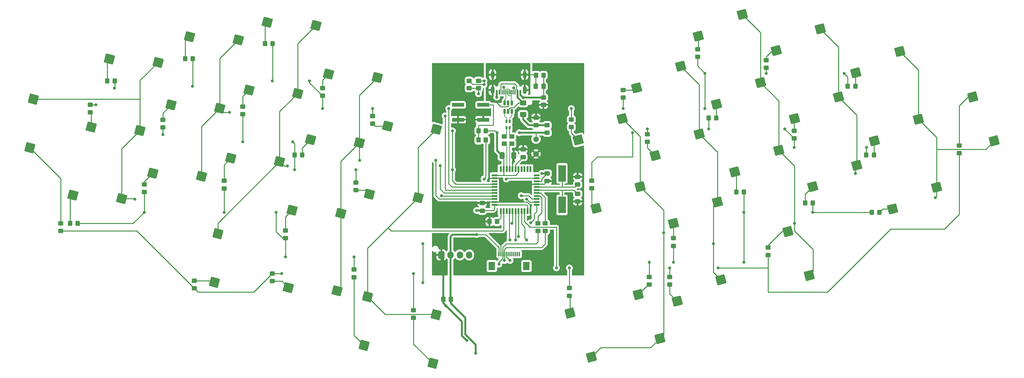
<source format=gbr>
%TF.GenerationSoftware,KiCad,Pcbnew,7.0.8*%
%TF.CreationDate,2023-10-18T22:01:12+02:00*%
%TF.ProjectId,acacia-2,61636163-6961-42d3-922e-6b696361645f,rev?*%
%TF.SameCoordinates,Original*%
%TF.FileFunction,Copper,L2,Bot*%
%TF.FilePolarity,Positive*%
%FSLAX46Y46*%
G04 Gerber Fmt 4.6, Leading zero omitted, Abs format (unit mm)*
G04 Created by KiCad (PCBNEW 7.0.8) date 2023-10-18 22:01:12*
%MOMM*%
%LPD*%
G01*
G04 APERTURE LIST*
G04 Aperture macros list*
%AMRoundRect*
0 Rectangle with rounded corners*
0 $1 Rounding radius*
0 $2 $3 $4 $5 $6 $7 $8 $9 X,Y pos of 4 corners*
0 Add a 4 corners polygon primitive as box body*
4,1,4,$2,$3,$4,$5,$6,$7,$8,$9,$2,$3,0*
0 Add four circle primitives for the rounded corners*
1,1,$1+$1,$2,$3*
1,1,$1+$1,$4,$5*
1,1,$1+$1,$6,$7*
1,1,$1+$1,$8,$9*
0 Add four rect primitives between the rounded corners*
20,1,$1+$1,$2,$3,$4,$5,0*
20,1,$1+$1,$4,$5,$6,$7,0*
20,1,$1+$1,$6,$7,$8,$9,0*
20,1,$1+$1,$8,$9,$2,$3,0*%
G04 Aperture macros list end*
%TA.AperFunction,SMDPad,CuDef*%
%ADD10RoundRect,0.200000X-0.766610X-1.292453X1.310130X-0.735992X0.766610X1.292453X-1.310130X0.735992X0*%
%TD*%
%TA.AperFunction,SMDPad,CuDef*%
%ADD11RoundRect,0.200000X-1.310130X-0.735992X0.766610X-1.292453X1.310130X0.735992X-0.766610X1.292453X0*%
%TD*%
%TA.AperFunction,SMDPad,CuDef*%
%ADD12RoundRect,0.200000X-1.292453X0.766610X-0.735992X-1.310130X1.292453X-0.766610X0.735992X1.310130X0*%
%TD*%
%TA.AperFunction,SMDPad,CuDef*%
%ADD13RoundRect,0.200000X0.735992X-1.310130X1.292453X0.766610X-0.735992X1.310130X-1.292453X-0.766610X0*%
%TD*%
%TA.AperFunction,ComponentPad*%
%ADD14RoundRect,0.250000X-0.600000X-0.725000X0.600000X-0.725000X0.600000X0.725000X-0.600000X0.725000X0*%
%TD*%
%TA.AperFunction,ComponentPad*%
%ADD15O,1.700000X1.950000*%
%TD*%
%TA.AperFunction,SMDPad,CuDef*%
%ADD16RoundRect,0.250000X0.325000X0.450000X-0.325000X0.450000X-0.325000X-0.450000X0.325000X-0.450000X0*%
%TD*%
%TA.AperFunction,SMDPad,CuDef*%
%ADD17R,2.000000X4.500000*%
%TD*%
%TA.AperFunction,SMDPad,CuDef*%
%ADD18RoundRect,0.250000X-0.450000X0.325000X-0.450000X-0.325000X0.450000X-0.325000X0.450000X0.325000X0*%
%TD*%
%TA.AperFunction,SMDPad,CuDef*%
%ADD19RoundRect,0.250000X-0.450000X0.350000X-0.450000X-0.350000X0.450000X-0.350000X0.450000X0.350000X0*%
%TD*%
%TA.AperFunction,SMDPad,CuDef*%
%ADD20RoundRect,0.025500X-0.229500X-0.354500X0.229500X-0.354500X0.229500X0.354500X-0.229500X0.354500X0*%
%TD*%
%TA.AperFunction,SMDPad,CuDef*%
%ADD21RoundRect,0.250000X0.450000X-0.325000X0.450000X0.325000X-0.450000X0.325000X-0.450000X-0.325000X0*%
%TD*%
%TA.AperFunction,SMDPad,CuDef*%
%ADD22RoundRect,0.250000X0.475000X-0.337500X0.475000X0.337500X-0.475000X0.337500X-0.475000X-0.337500X0*%
%TD*%
%TA.AperFunction,SMDPad,CuDef*%
%ADD23RoundRect,0.250000X-0.325000X-0.450000X0.325000X-0.450000X0.325000X0.450000X-0.325000X0.450000X0*%
%TD*%
%TA.AperFunction,SMDPad,CuDef*%
%ADD24RoundRect,0.250000X0.337500X0.475000X-0.337500X0.475000X-0.337500X-0.475000X0.337500X-0.475000X0*%
%TD*%
%TA.AperFunction,SMDPad,CuDef*%
%ADD25R,3.200000X1.000000*%
%TD*%
%TA.AperFunction,SMDPad,CuDef*%
%ADD26RoundRect,0.250000X0.350000X0.450000X-0.350000X0.450000X-0.350000X-0.450000X0.350000X-0.450000X0*%
%TD*%
%TA.AperFunction,SMDPad,CuDef*%
%ADD27RoundRect,0.250000X-0.475000X0.337500X-0.475000X-0.337500X0.475000X-0.337500X0.475000X0.337500X0*%
%TD*%
%TA.AperFunction,SMDPad,CuDef*%
%ADD28RoundRect,0.250000X-0.412500X-0.650000X0.412500X-0.650000X0.412500X0.650000X-0.412500X0.650000X0*%
%TD*%
%TA.AperFunction,SMDPad,CuDef*%
%ADD29RoundRect,0.250000X0.450000X-0.350000X0.450000X0.350000X-0.450000X0.350000X-0.450000X-0.350000X0*%
%TD*%
%TA.AperFunction,SMDPad,CuDef*%
%ADD30R,0.550000X1.500000*%
%TD*%
%TA.AperFunction,SMDPad,CuDef*%
%ADD31R,1.500000X0.550000*%
%TD*%
%TA.AperFunction,SMDPad,CuDef*%
%ADD32RoundRect,0.150000X-0.150000X0.512500X-0.150000X-0.512500X0.150000X-0.512500X0.150000X0.512500X0*%
%TD*%
%TA.AperFunction,SMDPad,CuDef*%
%ADD33R,0.600000X1.150000*%
%TD*%
%TA.AperFunction,SMDPad,CuDef*%
%ADD34R,0.300000X1.150000*%
%TD*%
%TA.AperFunction,ComponentPad*%
%ADD35O,1.050000X2.100000*%
%TD*%
%TA.AperFunction,ComponentPad*%
%ADD36O,1.000000X2.000000*%
%TD*%
%TA.AperFunction,SMDPad,CuDef*%
%ADD37C,1.500000*%
%TD*%
%TA.AperFunction,SMDPad,CuDef*%
%ADD38R,0.300000X1.300000*%
%TD*%
%TA.AperFunction,SMDPad,CuDef*%
%ADD39R,1.800000X2.200000*%
%TD*%
%TA.AperFunction,SMDPad,CuDef*%
%ADD40RoundRect,0.250000X-0.350000X-0.450000X0.350000X-0.450000X0.350000X0.450000X-0.350000X0.450000X0*%
%TD*%
%TA.AperFunction,SMDPad,CuDef*%
%ADD41RoundRect,0.250000X-0.625000X0.400000X-0.625000X-0.400000X0.625000X-0.400000X0.625000X0.400000X0*%
%TD*%
%TA.AperFunction,ViaPad*%
%ADD42C,0.800000*%
%TD*%
%TA.AperFunction,Conductor*%
%ADD43C,0.500000*%
%TD*%
%TA.AperFunction,Conductor*%
%ADD44C,0.250000*%
%TD*%
%TA.AperFunction,Conductor*%
%ADD45C,0.200000*%
%TD*%
G04 APERTURE END LIST*
D10*
%TO.P,SW18,1,1*%
%TO.N,Net-(D18-A)*%
X213599015Y-57280281D03*
%TO.P,SW18,2,2*%
%TO.N,C7*%
X225428138Y-51481076D03*
%TD*%
D11*
%TO.P,SW5,1,1*%
%TO.N,Net-(D5-A)*%
X125013816Y-63212815D03*
%TO.P,SW5,2,2*%
%TO.N,C4*%
X138157739Y-64105118D03*
%TD*%
D10*
%TO.P,SW10,1,1*%
%TO.N,Net-(D10-A)*%
X251099015Y-48880281D03*
%TO.P,SW10,2,2*%
%TO.N,C9*%
X262928138Y-43081076D03*
%TD*%
%TO.P,SW9,1,1*%
%TO.N,Net-(D9-A)*%
X229692112Y-42795082D03*
%TO.P,SW9,2,2*%
%TO.N,C8*%
X241521235Y-36995877D03*
%TD*%
D11*
%TO.P,SW24,1,1*%
%TO.N,Net-(D23-A)*%
X82806913Y-71898014D03*
%TO.P,SW24,2,2*%
%TO.N,C2*%
X95950836Y-72790317D03*
%TD*%
D10*
%TO.P,SW28,1,1*%
%TO.N,Net-(D27-A)*%
X201992112Y-89495082D03*
%TO.P,SW28,2,2*%
%TO.N,C6*%
X213821235Y-83695877D03*
%TD*%
D12*
%TO.P,SW39,1,1*%
%TO.N,Net-(D38-A)*%
X282604918Y-55392112D03*
%TO.P,SW39,2,2*%
%TO.N,C9*%
X288404123Y-67221235D03*
%TD*%
D11*
%TO.P,SW2,1,1*%
%TO.N,Net-(D2-A)*%
X71706913Y-39098014D03*
%TO.P,SW2,2,2*%
%TO.N,C1*%
X84850836Y-39990317D03*
%TD*%
%TO.P,SW25,1,1*%
%TO.N,Net-(D24-A)*%
X99306913Y-85898014D03*
%TO.P,SW25,2,2*%
%TO.N,C3*%
X112450836Y-86790317D03*
%TD*%
D12*
%TO.P,SW36,1,1*%
%TO.N,Net-(D35-A)*%
X174119719Y-113699015D03*
%TO.P,SW36,2,2*%
%TO.N,C5*%
X179918924Y-125528138D03*
%TD*%
D11*
%TO.P,SW23,1,1*%
%TO.N,Net-(D22-A)*%
X61813816Y-75912815D03*
%TO.P,SW23,2,2*%
%TO.N,C1*%
X74957739Y-76805118D03*
%TD*%
D13*
%TO.P,SW32,1,1*%
%TO.N,Net-(D31-A)*%
X28712815Y-69093087D03*
%TO.P,SW32,2,2*%
%TO.N,C0*%
X29605118Y-55949164D03*
%TD*%
%TO.P,SW26,1,1*%
%TO.N,Net-(D25-A)*%
X118698014Y-122393087D03*
%TO.P,SW26,2,2*%
%TO.N,C4*%
X119590317Y-109249164D03*
%TD*%
D11*
%TO.P,SW15,1,1*%
%TO.N,Net-(D15-A)*%
X120113816Y-81612815D03*
%TO.P,SW15,2,2*%
%TO.N,C4*%
X133257739Y-82505118D03*
%TD*%
D10*
%TO.P,SW16,1,1*%
%TO.N,Net-(D16-A)*%
X181199015Y-85380281D03*
%TO.P,SW16,2,2*%
%TO.N,C5*%
X193028138Y-79581076D03*
%TD*%
%TO.P,SW37,1,1*%
%TO.N,Net-(D36-A)*%
X202992112Y-110495082D03*
%TO.P,SW37,2,2*%
%TO.N,C6*%
X214821235Y-104695877D03*
%TD*%
D11*
%TO.P,SW12,1,1*%
%TO.N,Net-(D12-A)*%
X66713816Y-57512815D03*
%TO.P,SW12,2,2*%
%TO.N,C1*%
X79857739Y-58405118D03*
%TD*%
D10*
%TO.P,SW31,1,1*%
%TO.N,Net-(D30-A)*%
X261005918Y-85565480D03*
%TO.P,SW31,2,2*%
%TO.N,C9*%
X272835041Y-79766275D03*
%TD*%
%TO.P,SW7,1,1*%
%TO.N,Net-(D7-A)*%
X192099015Y-52880281D03*
%TO.P,SW7,2,2*%
%TO.N,C6*%
X203928138Y-47081076D03*
%TD*%
D13*
%TO.P,SW35,1,1*%
%TO.N,Net-(D34-A)*%
X137227616Y-127279281D03*
%TO.P,SW35,2,2*%
%TO.N,C4*%
X138119919Y-114135358D03*
%TD*%
D11*
%TO.P,SW4,1,1*%
%TO.N,Net-(D4-A)*%
X109113816Y-49212815D03*
%TO.P,SW4,2,2*%
%TO.N,C3*%
X122257739Y-50105118D03*
%TD*%
%TO.P,SW34,2,2*%
%TO.N,C3*%
X111450836Y-107690317D03*
%TO.P,SW34,1,1*%
%TO.N,Net-(D33-A)*%
X98306913Y-106798014D03*
%TD*%
%TO.P,SW22,1,1*%
%TO.N,Net-(D21-A)*%
X40306913Y-81898014D03*
%TO.P,SW22,2,2*%
%TO.N,C0*%
X53450836Y-82790317D03*
%TD*%
D10*
%TO.P,SW6,1,1*%
%TO.N,Net-(D6-A)*%
X176392112Y-66995082D03*
%TO.P,SW6,2,2*%
%TO.N,C5*%
X188221235Y-61195877D03*
%TD*%
%TO.P,SW8,1,1*%
%TO.N,Net-(D8-A)*%
X208692112Y-38895082D03*
%TO.P,SW8,2,2*%
%TO.N,C7*%
X220521235Y-33095877D03*
%TD*%
D11*
%TO.P,SW13,1,1*%
%TO.N,Net-(D13-A)*%
X87706913Y-53498014D03*
%TO.P,SW13,2,2*%
%TO.N,C2*%
X100850836Y-54390317D03*
%TD*%
D10*
%TO.P,SW17,1,1*%
%TO.N,Net-(D17-A)*%
X197099015Y-71180281D03*
%TO.P,SW17,2,2*%
%TO.N,C6*%
X208928138Y-65381076D03*
%TD*%
D11*
%TO.P,SW1,1,1*%
%TO.N,Net-(D1-A)*%
X50113816Y-45112815D03*
%TO.P,SW1,2,2*%
%TO.N,C0*%
X63257739Y-46005118D03*
%TD*%
D10*
%TO.P,SW19,1,1*%
%TO.N,Net-(D19-A)*%
X234599015Y-61180281D03*
%TO.P,SW19,2,2*%
%TO.N,C8*%
X246428138Y-55381076D03*
%TD*%
%TO.P,SW20,1,1*%
%TO.N,Net-(D20-A)*%
X256099015Y-67180281D03*
%TO.P,SW20,2,2*%
%TO.N,C9*%
X267928138Y-61381076D03*
%TD*%
D11*
%TO.P,SW11,1,1*%
%TO.N,Net-(D11-A)*%
X45206913Y-63498014D03*
%TO.P,SW11,2,2*%
%TO.N,C0*%
X58350836Y-64390317D03*
%TD*%
D13*
%TO.P,SW33,1,1*%
%TO.N,Net-(D32-A)*%
X78398014Y-105393087D03*
%TO.P,SW33,2,2*%
%TO.N,C2*%
X79290317Y-92249164D03*
%TD*%
D12*
%TO.P,SW27,1,1*%
%TO.N,Net-(D26-A)*%
X192534520Y-108705918D03*
%TO.P,SW27,2,2*%
%TO.N,C5*%
X198333725Y-120535041D03*
%TD*%
D10*
%TO.P,SW30,1,1*%
%TO.N,Net-(D29-A)*%
X239499015Y-79580281D03*
%TO.P,SW30,2,2*%
%TO.N,C8*%
X251328138Y-73781076D03*
%TD*%
D11*
%TO.P,SW3,1,1*%
%TO.N,Net-(D3-A)*%
X92606913Y-35198014D03*
%TO.P,SW3,2,2*%
%TO.N,C2*%
X105750836Y-36090317D03*
%TD*%
D10*
%TO.P,SW29,1,1*%
%TO.N,Net-(D28-A)*%
X218559015Y-75580281D03*
%TO.P,SW29,2,2*%
%TO.N,C7*%
X230388138Y-69781076D03*
%TD*%
D11*
%TO.P,SW14,1,1*%
%TO.N,Net-(D14-A)*%
X104303816Y-66832815D03*
%TO.P,SW14,2,2*%
%TO.N,C3*%
X117447739Y-67725118D03*
%TD*%
D14*
%TO.P,J1,1,Pin_1*%
%TO.N,GNDD*%
X139500000Y-98000000D03*
D15*
%TO.P,J1,2,Pin_2*%
%TO.N,+5V*%
X142000000Y-98000000D03*
%TO.P,J1,3,Pin_3*%
%TO.N,/SDA*%
X144500000Y-98000000D03*
%TO.P,J1,4,Pin_4*%
%TO.N,/SCL*%
X147000000Y-98000000D03*
%TD*%
D12*
%TO.P,SW38,1,1*%
%TO.N,Net-(D37-A)*%
X232804918Y-91692112D03*
%TO.P,SW38,2,2*%
%TO.N,C7*%
X238604123Y-103521235D03*
%TD*%
D16*
%TO.P,D21,1,K*%
%TO.N,R2*%
X41550000Y-89500000D03*
%TO.P,D21,2,A*%
%TO.N,Net-(D21-A)*%
X39500000Y-89500000D03*
%TD*%
D17*
%TO.P,Y1,1,1*%
%TO.N,Net-(U1-XTAL1)*%
X172000000Y-84500000D03*
%TO.P,Y1,2,2*%
%TO.N,Net-(U1-XTAL2)*%
X172000000Y-76000000D03*
%TD*%
D18*
%TO.P,D6,1,K*%
%TO.N,R0*%
X174500000Y-61450000D03*
%TO.P,D6,2,A*%
%TO.N,Net-(D6-A)*%
X174500000Y-63500000D03*
%TD*%
D19*
%TO.P,R6,1*%
%TO.N,Net-(J3-CC1)*%
X147000000Y-51000000D03*
%TO.P,R6,2*%
%TO.N,GND*%
X147000000Y-53000000D03*
%TD*%
D20*
%TO.P,FL1,1,1*%
%TO.N,/DDD-*%
X157065000Y-63670000D03*
%TO.P,FL1,2,2*%
%TO.N,/DD-*%
X157065000Y-62000000D03*
%TO.P,FL1,3,3*%
%TO.N,/DD+*%
X157935000Y-62000000D03*
%TO.P,FL1,4,4*%
%TO.N,/DDD+*%
X157935000Y-63670000D03*
%TD*%
D21*
%TO.P,D31,1,K*%
%TO.N,R3*%
X37000000Y-91550000D03*
%TO.P,D31,2,A*%
%TO.N,Net-(D31-A)*%
X37000000Y-89500000D03*
%TD*%
D22*
%TO.P,C5,1*%
%TO.N,Net-(U1-UCAP)*%
X161500000Y-71575000D03*
%TO.P,C5,2*%
%TO.N,GNDD*%
X161500000Y-69500000D03*
%TD*%
D19*
%TO.P,R7,1*%
%TO.N,Net-(J3-CC2)*%
X149500000Y-51000000D03*
%TO.P,R7,2*%
%TO.N,GND*%
X149500000Y-53000000D03*
%TD*%
D23*
%TO.P,D14,1,K*%
%TO.N,R1*%
X99950000Y-71000000D03*
%TO.P,D14,2,A*%
%TO.N,Net-(D14-A)*%
X102000000Y-71000000D03*
%TD*%
D18*
%TO.P,D25,1,K*%
%TO.N,R2*%
X116000000Y-101950000D03*
%TO.P,D25,2,A*%
%TO.N,Net-(D25-A)*%
X116000000Y-104000000D03*
%TD*%
%TO.P,D35,1,K*%
%TO.N,R3*%
X174000000Y-106950000D03*
%TO.P,D35,2,A*%
%TO.N,Net-(D35-A)*%
X174000000Y-109000000D03*
%TD*%
D24*
%TO.P,C6,1*%
%TO.N,+5V*%
X142075000Y-110000000D03*
%TO.P,C6,2*%
%TO.N,GNDD*%
X140000000Y-110000000D03*
%TD*%
D18*
%TO.P,D17,1,K*%
%TO.N,R1*%
X195000000Y-65450000D03*
%TO.P,D17,2,A*%
%TO.N,Net-(D17-A)*%
X195000000Y-67500000D03*
%TD*%
D21*
%TO.P,D27,1,K*%
%TO.N,R2*%
X202000000Y-95550000D03*
%TO.P,D27,2,A*%
%TO.N,Net-(D27-A)*%
X202000000Y-93500000D03*
%TD*%
D25*
%TO.P,SW21,1,1*%
%TO.N,Net-(R1-Pad2)*%
X150800000Y-57500000D03*
X144000000Y-57500000D03*
%TO.P,SW21,2,2*%
%TO.N,GNDD*%
X150800000Y-61500000D03*
X144000000Y-61500000D03*
%TD*%
D18*
%TO.P,D34,1,K*%
%TO.N,R3*%
X132000000Y-112950000D03*
%TO.P,D34,2,A*%
%TO.N,Net-(D34-A)*%
X132000000Y-115000000D03*
%TD*%
D22*
%TO.P,C9,1*%
%TO.N,+5V*%
X150500000Y-86075000D03*
%TO.P,C9,2*%
%TO.N,GNDD*%
X150500000Y-84000000D03*
%TD*%
D18*
%TO.P,D11,1,K*%
%TO.N,R1*%
X44950000Y-57450000D03*
%TO.P,D11,2,A*%
%TO.N,Net-(D11-A)*%
X44950000Y-59500000D03*
%TD*%
D21*
%TO.P,D13,1,K*%
%TO.N,R1*%
X86000000Y-60050000D03*
%TO.P,D13,2,A*%
%TO.N,Net-(D13-A)*%
X86000000Y-58000000D03*
%TD*%
D16*
%TO.P,D1,1,K*%
%TO.N,R0*%
X51550000Y-51000000D03*
%TO.P,D1,2,A*%
%TO.N,Net-(D1-A)*%
X49500000Y-51000000D03*
%TD*%
D19*
%TO.P,FB1,1*%
%TO.N,Net-(C7-Pad2)*%
X168000000Y-63000000D03*
%TO.P,FB1,2*%
%TO.N,+5V*%
X168000000Y-65000000D03*
%TD*%
D23*
%TO.P,D10,1,K*%
%TO.N,R0*%
X248950000Y-52500000D03*
%TO.P,D10,2,A*%
%TO.N,Net-(D10-A)*%
X251000000Y-52500000D03*
%TD*%
D18*
%TO.P,D15,1,K*%
%TO.N,R1*%
X116500000Y-78450000D03*
%TO.P,D15,2,A*%
%TO.N,Net-(D15-A)*%
X116500000Y-80500000D03*
%TD*%
D26*
%TO.P,R5,1*%
%TO.N,Net-(U1-~{HWB}{slash}PE2)*%
X154500000Y-89000000D03*
%TO.P,R5,2*%
%TO.N,GNDD*%
X152500000Y-89000000D03*
%TD*%
%TO.P,R10,1*%
%TO.N,GND*%
X167000000Y-49500000D03*
%TO.P,R10,2*%
%TO.N,GNDPWR*%
X165000000Y-49500000D03*
%TD*%
D21*
%TO.P,D37,1,K*%
%TO.N,R3*%
X227500000Y-98050000D03*
%TO.P,D37,2,A*%
%TO.N,Net-(D37-A)*%
X227500000Y-96000000D03*
%TD*%
D27*
%TO.P,C3,1*%
%TO.N,Net-(U1-XTAL1)*%
X176200000Y-81500000D03*
%TO.P,C3,2*%
%TO.N,GNDD*%
X176200000Y-83575000D03*
%TD*%
D28*
%TO.P,C1,1*%
%TO.N,+5V*%
X155875000Y-71200000D03*
%TO.P,C1,2*%
%TO.N,GNDD*%
X159000000Y-71200000D03*
%TD*%
D21*
%TO.P,D19,1,K*%
%TO.N,R1*%
X234500000Y-66550000D03*
%TO.P,D19,2,A*%
%TO.N,Net-(D19-A)*%
X234500000Y-64500000D03*
%TD*%
D22*
%TO.P,C4,1*%
%TO.N,Net-(U1-XTAL2)*%
X176200000Y-79000000D03*
%TO.P,C4,2*%
%TO.N,GNDD*%
X176200000Y-76925000D03*
%TD*%
D24*
%TO.P,C8,1*%
%TO.N,GND*%
X167037500Y-52500000D03*
%TO.P,C8,2*%
%TO.N,GNDPWR*%
X164962500Y-52500000D03*
%TD*%
D16*
%TO.P,D2,1,K*%
%TO.N,R0*%
X72550000Y-45000000D03*
%TO.P,D2,2,A*%
%TO.N,Net-(D2-A)*%
X70500000Y-45000000D03*
%TD*%
D21*
%TO.P,D7,1,K*%
%TO.N,R0*%
X188500000Y-55550000D03*
%TO.P,D7,2,A*%
%TO.N,Net-(D7-A)*%
X188500000Y-53500000D03*
%TD*%
D27*
%TO.P,C7,1*%
%TO.N,GNDD*%
X165000000Y-60925000D03*
%TO.P,C7,2*%
%TO.N,Net-(C7-Pad2)*%
X165000000Y-63000000D03*
%TD*%
%TO.P,C2,1*%
%TO.N,+5V*%
X168000000Y-76000000D03*
%TO.P,C2,2*%
%TO.N,GNDD*%
X168000000Y-78075000D03*
%TD*%
D19*
%TO.P,R8,1*%
%TO.N,/DDD+*%
X158500000Y-66000000D03*
%TO.P,R8,2*%
%TO.N,DDDD+*%
X158500000Y-68000000D03*
%TD*%
D21*
%TO.P,D22,1,K*%
%TO.N,R2*%
X59500000Y-81050000D03*
%TO.P,D22,2,A*%
%TO.N,Net-(D22-A)*%
X59500000Y-79000000D03*
%TD*%
D29*
%TO.P,FB2,1*%
%TO.N,GNDD*%
X167000000Y-57500000D03*
%TO.P,FB2,2*%
%TO.N,GND*%
X167000000Y-55500000D03*
%TD*%
D26*
%TO.P,R1,1*%
%TO.N,+5V*%
X151500000Y-64500000D03*
%TO.P,R1,2*%
%TO.N,Net-(R1-Pad2)*%
X149500000Y-64500000D03*
%TD*%
D18*
%TO.P,D36,1,K*%
%TO.N,R3*%
X201000000Y-103950000D03*
%TO.P,D36,2,A*%
%TO.N,Net-(D36-A)*%
X201000000Y-106000000D03*
%TD*%
D21*
%TO.P,D9,1,K*%
%TO.N,R0*%
X227000000Y-47525000D03*
%TO.P,D9,2,A*%
%TO.N,Net-(D9-A)*%
X227000000Y-45475000D03*
%TD*%
%TO.P,D24,1,K*%
%TO.N,R2*%
X97500000Y-93500000D03*
%TO.P,D24,2,A*%
%TO.N,Net-(D24-A)*%
X97500000Y-91450000D03*
%TD*%
D16*
%TO.P,D29,1,K*%
%TO.N,R2*%
X239550000Y-84000000D03*
%TO.P,D29,2,A*%
%TO.N,Net-(D29-A)*%
X237500000Y-84000000D03*
%TD*%
D19*
%TO.P,R9,1*%
%TO.N,/DDD-*%
X156500000Y-66000000D03*
%TO.P,R9,2*%
%TO.N,DDDD-*%
X156500000Y-68000000D03*
%TD*%
D23*
%TO.P,D18,1,K*%
%TO.N,R1*%
X211450000Y-61000000D03*
%TO.P,D18,2,A*%
%TO.N,Net-(D18-A)*%
X213500000Y-61000000D03*
%TD*%
D30*
%TO.P,U1,1,PE6*%
%TO.N,unconnected-(U1-PE6-Pad1)*%
X155500000Y-74800000D03*
%TO.P,U1,2,UVCC*%
%TO.N,+5V*%
X156300000Y-74800000D03*
%TO.P,U1,3,D-*%
%TO.N,DDDD-*%
X157100000Y-74800000D03*
%TO.P,U1,4,D+*%
%TO.N,DDDD+*%
X157900000Y-74800000D03*
%TO.P,U1,5,UGND*%
%TO.N,GNDD*%
X158700000Y-74800000D03*
%TO.P,U1,6,UCAP*%
%TO.N,Net-(U1-UCAP)*%
X159500000Y-74800000D03*
%TO.P,U1,7,VBUS*%
%TO.N,+5V*%
X160300000Y-74800000D03*
%TO.P,U1,8,PB0*%
%TO.N,unconnected-(U1-PB0-Pad8)*%
X161100000Y-74800000D03*
%TO.P,U1,9,PB1*%
%TO.N,unconnected-(U1-PB1-Pad9)*%
X161900000Y-74800000D03*
%TO.P,U1,10,PB2*%
%TO.N,unconnected-(U1-PB2-Pad10)*%
X162700000Y-74800000D03*
%TO.P,U1,11,PB3*%
%TO.N,unconnected-(U1-PB3-Pad11)*%
X163500000Y-74800000D03*
D31*
%TO.P,U1,12,PB7*%
%TO.N,unconnected-(U1-PB7-Pad12)*%
X165200000Y-76500000D03*
%TO.P,U1,13,~{RESET}*%
%TO.N,Net-(U1-~{RESET})*%
X165200000Y-77300000D03*
%TO.P,U1,14,VCC*%
%TO.N,+5V*%
X165200000Y-78100000D03*
%TO.P,U1,15,GND*%
%TO.N,GNDD*%
X165200000Y-78900000D03*
%TO.P,U1,16,XTAL2*%
%TO.N,Net-(U1-XTAL2)*%
X165200000Y-79700000D03*
%TO.P,U1,17,XTAL1*%
%TO.N,Net-(U1-XTAL1)*%
X165200000Y-80500000D03*
%TO.P,U1,18,PD0*%
%TO.N,Net-(U1-PD0)*%
X165200000Y-81300000D03*
%TO.P,U1,19,PD1*%
%TO.N,Net-(U1-PD1)*%
X165200000Y-82100000D03*
%TO.P,U1,20,PD2*%
%TO.N,C5*%
X165200000Y-82900000D03*
%TO.P,U1,21,PD3*%
%TO.N,C8*%
X165200000Y-83700000D03*
%TO.P,U1,22,PD5*%
%TO.N,C9*%
X165200000Y-84500000D03*
D30*
%TO.P,U1,23,GND*%
%TO.N,GNDD*%
X163500000Y-86200000D03*
%TO.P,U1,24,AVCC*%
%TO.N,+5V*%
X162700000Y-86200000D03*
%TO.P,U1,25,PD4*%
%TO.N,R3*%
X161900000Y-86200000D03*
%TO.P,U1,26,PD6*%
%TO.N,C6*%
X161100000Y-86200000D03*
%TO.P,U1,27,PD7*%
%TO.N,C7*%
X160300000Y-86200000D03*
%TO.P,U1,28,PB4*%
%TO.N,R2*%
X159500000Y-86200000D03*
%TO.P,U1,29,PB5*%
%TO.N,RGB*%
X158700000Y-86200000D03*
%TO.P,U1,30,PB6*%
%TO.N,/BTN*%
X157900000Y-86200000D03*
%TO.P,U1,31,PC6*%
%TO.N,unconnected-(U1-PC6-Pad31)*%
X157100000Y-86200000D03*
%TO.P,U1,32,PC7*%
%TO.N,C4*%
X156300000Y-86200000D03*
%TO.P,U1,33,~{HWB}/PE2*%
%TO.N,Net-(U1-~{HWB}{slash}PE2)*%
X155500000Y-86200000D03*
D31*
%TO.P,U1,34,VCC*%
%TO.N,+5V*%
X153800000Y-84500000D03*
%TO.P,U1,35,GND*%
%TO.N,GNDD*%
X153800000Y-83700000D03*
%TO.P,U1,36,PF7*%
%TO.N,C3*%
X153800000Y-82900000D03*
%TO.P,U1,37,PF6*%
%TO.N,C0*%
X153800000Y-82100000D03*
%TO.P,U1,38,PF5*%
%TO.N,C2*%
X153800000Y-81300000D03*
%TO.P,U1,39,PF4*%
%TO.N,C1*%
X153800000Y-80500000D03*
%TO.P,U1,40,PF1*%
%TO.N,R0*%
X153800000Y-79700000D03*
%TO.P,U1,41,PF0*%
%TO.N,R1*%
X153800000Y-78900000D03*
%TO.P,U1,42,AREF*%
%TO.N,unconnected-(U1-AREF-Pad42)*%
X153800000Y-78100000D03*
%TO.P,U1,43,GND*%
%TO.N,GNDD*%
X153800000Y-77300000D03*
%TO.P,U1,44,AVCC*%
%TO.N,+5V*%
X153800000Y-76500000D03*
%TD*%
D18*
%TO.P,D16,1,K*%
%TO.N,R1*%
X180000000Y-77950000D03*
%TO.P,D16,2,A*%
%TO.N,Net-(D16-A)*%
X180000000Y-80000000D03*
%TD*%
%TO.P,D33,1,K*%
%TO.N,R3*%
X94000000Y-103000000D03*
%TO.P,D33,2,A*%
%TO.N,Net-(D33-A)*%
X94000000Y-105050000D03*
%TD*%
D32*
%TO.P,U2,1,I/O1*%
%TO.N,/D-*%
X156550000Y-57000000D03*
%TO.P,U2,2,GND*%
%TO.N,GNDPWR*%
X157500000Y-57000000D03*
%TO.P,U2,3,I/O2*%
%TO.N,/D+*%
X158450000Y-57000000D03*
%TO.P,U2,4,I/O2*%
%TO.N,/DD+*%
X158450000Y-59275000D03*
%TO.P,U2,5,VBUS*%
%TO.N,/VBUS*%
X157500000Y-59275000D03*
%TO.P,U2,6,I/O1*%
%TO.N,/DD-*%
X156550000Y-59275000D03*
%TD*%
D33*
%TO.P,J3,A1,GND_1*%
%TO.N,GND*%
X154410000Y-54075000D03*
%TO.P,J3,A4,VBUS_1*%
%TO.N,/VBUS*%
X155210000Y-54075000D03*
D34*
%TO.P,J3,A5,CC1*%
%TO.N,Net-(J3-CC1)*%
X156360000Y-54075000D03*
%TO.P,J3,A6,DP1*%
%TO.N,/D+*%
X157360000Y-54075000D03*
%TO.P,J3,A7,DN1*%
%TO.N,/D-*%
X157860000Y-54075000D03*
%TO.P,J3,A8,SBU1*%
%TO.N,unconnected-(J3-SBU1-PadA8)*%
X158860000Y-54075000D03*
D33*
%TO.P,J3,A9,VBUS_2*%
%TO.N,/VBUS*%
X160010000Y-54075000D03*
%TO.P,J3,A12,GND_2*%
%TO.N,GND*%
X160810000Y-54075000D03*
D34*
%TO.P,J3,B5,CC2*%
%TO.N,Net-(J3-CC2)*%
X159360000Y-54075000D03*
%TO.P,J3,B6,DP2*%
%TO.N,/D+*%
X158360000Y-54075000D03*
%TO.P,J3,B7,DN2*%
%TO.N,/D-*%
X156860000Y-54075000D03*
%TO.P,J3,B8,SBU2*%
%TO.N,unconnected-(J3-SBU2-PadB8)*%
X155860000Y-54075000D03*
D35*
%TO.P,J3,S1,MH1*%
%TO.N,GNDPWR*%
X153290000Y-53500000D03*
D36*
%TO.P,J3,S2,MH2*%
X153290000Y-49320000D03*
%TO.P,J3,S3,MH3*%
X161930000Y-49320000D03*
D35*
%TO.P,J3,S4,MH4*%
X161930000Y-53500000D03*
%TD*%
D16*
%TO.P,D3,1,K*%
%TO.N,R0*%
X94050000Y-41000000D03*
%TO.P,D3,2,A*%
%TO.N,Net-(D3-A)*%
X92000000Y-41000000D03*
%TD*%
D21*
%TO.P,D38,1,K*%
%TO.N,R3*%
X279000000Y-70550000D03*
%TO.P,D38,2,A*%
%TO.N,Net-(D38-A)*%
X279000000Y-68500000D03*
%TD*%
%TO.P,D4,1,K*%
%TO.N,R0*%
X107500000Y-55050000D03*
%TO.P,D4,2,A*%
%TO.N,Net-(D4-A)*%
X107500000Y-53000000D03*
%TD*%
D23*
%TO.P,D20,1,K*%
%TO.N,R1*%
X253950000Y-71000000D03*
%TO.P,D20,2,A*%
%TO.N,Net-(D20-A)*%
X256000000Y-71000000D03*
%TD*%
D19*
%TO.P,R3,1*%
%TO.N,Net-(U1-PD0)*%
X167500000Y-89500000D03*
%TO.P,R3,2*%
%TO.N,/SCL*%
X167500000Y-91500000D03*
%TD*%
D18*
%TO.P,D5,1,K*%
%TO.N,R0*%
X121000000Y-60500000D03*
%TO.P,D5,2,A*%
%TO.N,Net-(D5-A)*%
X121000000Y-62550000D03*
%TD*%
D21*
%TO.P,D32,1,K*%
%TO.N,R3*%
X73000000Y-107025000D03*
%TO.P,D32,2,A*%
%TO.N,Net-(D32-A)*%
X73000000Y-104975000D03*
%TD*%
%TO.P,D23,1,K*%
%TO.N,R2*%
X81000000Y-80050000D03*
%TO.P,D23,2,A*%
%TO.N,Net-(D23-A)*%
X81000000Y-78000000D03*
%TD*%
D37*
%TO.P,TP2,1,1*%
%TO.N,GNDD*%
X165000000Y-70750000D03*
%TD*%
D38*
%TO.P,J2,1,Pin_1*%
%TO.N,unconnected-(J2-Pin_1-Pad1)*%
X160500000Y-97750000D03*
%TO.P,J2,2,Pin_2*%
%TO.N,unconnected-(J2-Pin_2-Pad2)*%
X160000000Y-97750000D03*
%TO.P,J2,3,Pin_3*%
%TO.N,unconnected-(J2-Pin_3-Pad3)*%
X159500000Y-97750000D03*
%TO.P,J2,4,Pin_4*%
%TO.N,unconnected-(J2-Pin_4-Pad4)*%
X159000000Y-97750000D03*
%TO.P,J2,5,Pin_5*%
%TO.N,unconnected-(J2-Pin_5-Pad5)*%
X158500000Y-97750000D03*
%TO.P,J2,6,Pin_6*%
%TO.N,unconnected-(J2-Pin_6-Pad6)*%
X158000000Y-97750000D03*
%TO.P,J2,7,Pin_7*%
%TO.N,unconnected-(J2-Pin_7-Pad7)*%
X157500000Y-97750000D03*
%TO.P,J2,8,Pin_8*%
%TO.N,/BTN*%
X157000000Y-97750000D03*
%TO.P,J2,9,Pin_9*%
%TO.N,/SCL*%
X156500000Y-97750000D03*
%TO.P,J2,10,Pin_10*%
%TO.N,/SDA*%
X156000000Y-97750000D03*
%TO.P,J2,11,Pin_11*%
%TO.N,GNDD*%
X155500000Y-97750000D03*
%TO.P,J2,12,Pin_12*%
%TO.N,+5V*%
X155000000Y-97750000D03*
D39*
%TO.P,J2,MP*%
%TO.N,N/C*%
X162400000Y-101000000D03*
X153100000Y-101000000D03*
%TD*%
D16*
%TO.P,D28,1,K*%
%TO.N,R2*%
X221000000Y-81000000D03*
%TO.P,D28,2,A*%
%TO.N,Net-(D28-A)*%
X218950000Y-81000000D03*
%TD*%
D23*
%TO.P,D30,1,K*%
%TO.N,R2*%
X255450000Y-86500000D03*
%TO.P,D30,2,A*%
%TO.N,Net-(D30-A)*%
X257500000Y-86500000D03*
%TD*%
D40*
%TO.P,R2,1*%
%TO.N,Net-(R1-Pad2)*%
X149500000Y-67000000D03*
%TO.P,R2,2*%
%TO.N,Net-(U1-~{RESET})*%
X151500000Y-67000000D03*
%TD*%
D21*
%TO.P,D8,1,K*%
%TO.N,R0*%
X208500000Y-44550000D03*
%TO.P,D8,2,A*%
%TO.N,Net-(D8-A)*%
X208500000Y-42500000D03*
%TD*%
D37*
%TO.P,TP1,1,1*%
%TO.N,+5V*%
X165000000Y-66750000D03*
%TD*%
D19*
%TO.P,R4,1*%
%TO.N,Net-(U1-PD1)*%
X165500000Y-89500000D03*
%TO.P,R4,2*%
%TO.N,/SDA*%
X165500000Y-91500000D03*
%TD*%
D21*
%TO.P,D12,1,K*%
%TO.N,R1*%
X64500000Y-63550000D03*
%TO.P,D12,2,A*%
%TO.N,Net-(D12-A)*%
X64500000Y-61500000D03*
%TD*%
D18*
%TO.P,D26,1,K*%
%TO.N,R2*%
X195500000Y-103950000D03*
%TO.P,D26,2,A*%
%TO.N,Net-(D26-A)*%
X195500000Y-106000000D03*
%TD*%
D41*
%TO.P,F1,1*%
%TO.N,/VBUS*%
X161500000Y-57000000D03*
%TO.P,F1,2*%
%TO.N,Net-(C7-Pad2)*%
X161500000Y-60100000D03*
%TD*%
D42*
%TO.N,GNDD*%
X147500000Y-61500000D03*
X140750000Y-111750000D03*
%TO.N,/SDA*%
X155000000Y-100500000D03*
%TO.N,/SCL*%
X156500000Y-99500000D03*
%TO.N,+5V*%
X149000000Y-92500000D03*
X166504866Y-75998010D03*
X154500000Y-65000000D03*
X149000000Y-86000000D03*
X160500000Y-65000000D03*
X148750000Y-124500000D03*
%TO.N,GNDD*%
X168250000Y-72500000D03*
X146411611Y-121088389D03*
X168250000Y-73500000D03*
X167250000Y-72500000D03*
X156000000Y-94000000D03*
X149000000Y-97000000D03*
X167250000Y-73500000D03*
X149000000Y-94000000D03*
X163000000Y-88000000D03*
X174000000Y-96500000D03*
X164500000Y-57000000D03*
%TO.N,GND*%
X149500000Y-54500000D03*
X154410000Y-55410000D03*
X161500000Y-55500000D03*
%TO.N,R0*%
X107500000Y-58500000D03*
X72500000Y-52470647D03*
X174500000Y-58500000D03*
X227000000Y-49000000D03*
X141500000Y-58500000D03*
X188500000Y-58500000D03*
X210500000Y-49000000D03*
X104000000Y-51000000D03*
X248000000Y-49000000D03*
X121000000Y-58500000D03*
X51500000Y-53000000D03*
X94000000Y-51000000D03*
X210500000Y-58500000D03*
%TO.N,R1*%
X191000000Y-65000000D03*
X232000000Y-64000000D03*
X46500000Y-57500000D03*
X234500000Y-69000000D03*
X142500000Y-64500000D03*
X64500000Y-65500000D03*
X100000000Y-75000000D03*
X99500000Y-67500000D03*
X195000000Y-64000000D03*
X142500000Y-75000004D03*
X86000000Y-67500000D03*
X116500000Y-75000000D03*
X211500000Y-64000000D03*
X254000000Y-69000000D03*
%TO.N,R2*%
X221000000Y-86500000D03*
X81000000Y-86500000D03*
X95000000Y-86500000D03*
X221000002Y-100000000D03*
X239500000Y-86500000D03*
X195500000Y-100000006D03*
X202000000Y-100000006D03*
X59500000Y-86500000D03*
X97500000Y-98500000D03*
X159500000Y-94000000D03*
X116000000Y-98500000D03*
%TO.N,R3*%
X132000000Y-103000000D03*
X201000000Y-101500000D03*
X170500000Y-101499996D03*
X214000000Y-101500000D03*
X96500000Y-103000000D03*
X174000000Y-101500000D03*
%TO.N,RGB*%
X134500000Y-95000000D03*
X134500000Y-105500000D03*
X158500000Y-89500000D03*
%TO.N,/BTN*%
X158000000Y-94000000D03*
X158000000Y-99500000D03*
%TO.N,Net-(U1-~{RESET})*%
X151000000Y-77500000D03*
X157000000Y-77500000D03*
%TO.N,C0*%
X139500000Y-82000000D03*
X57000000Y-83000000D03*
%TO.N,C1*%
X82500000Y-59500000D03*
X140500000Y-60500000D03*
%TO.N,C2*%
X139225000Y-73920337D03*
X98000000Y-74000000D03*
%TO.N,C3*%
X138000000Y-72500000D03*
X117500000Y-72500000D03*
%TO.N,C5*%
X161012653Y-82012653D03*
X199354105Y-92000000D03*
%TO.N,C6*%
X162500000Y-94000000D03*
X212780202Y-95000000D03*
%TO.N,C7*%
X160300000Y-93000000D03*
X234620660Y-89500000D03*
%TO.N,C8*%
X162500000Y-82987347D03*
X251000000Y-76000000D03*
%TO.N,C9*%
X163529577Y-89350000D03*
X272500000Y-82500000D03*
%TO.N,Net-(J3-CC1)*%
X151000000Y-52000000D03*
X156322262Y-52752632D03*
%TO.N,Net-(J3-CC2)*%
X151000000Y-51000000D03*
X159000000Y-52900500D03*
%TD*%
D43*
%TO.N,GNDD*%
X140000000Y-110000000D02*
X140000000Y-111000000D01*
X145000000Y-116000000D02*
X145000000Y-119750000D01*
X146338389Y-121088389D02*
X146411611Y-121088389D01*
X140000000Y-111000000D02*
X145000000Y-116000000D01*
X145000000Y-119750000D02*
X146338389Y-121088389D01*
%TO.N,+5V*%
X146000000Y-114999998D02*
X142101041Y-111101039D01*
X148750000Y-122224695D02*
X146000000Y-119474696D01*
X146000000Y-119474696D02*
X146000000Y-114999998D01*
X148750000Y-124500000D02*
X148750000Y-122224695D01*
X142101041Y-111101039D02*
X142101041Y-110138541D01*
X142101041Y-110138541D02*
X141962500Y-110000000D01*
D44*
%TO.N,/SDA*%
X155000000Y-99974695D02*
X155000000Y-100500000D01*
%TO.N,/BTN*%
X158000000Y-99474695D02*
X158000000Y-99500000D01*
%TO.N,/SDA*%
X156000000Y-98974695D02*
X155000000Y-99974695D01*
%TO.N,/SCL*%
X156500000Y-97750000D02*
X156500000Y-99500000D01*
%TO.N,/BTN*%
X157265380Y-98775000D02*
X157300305Y-98775000D01*
X157300305Y-98775000D02*
X158000000Y-99474695D01*
X157000000Y-98509620D02*
X157265380Y-98775000D01*
%TO.N,/SDA*%
X156000000Y-97750000D02*
X156000000Y-98974695D01*
%TO.N,/BTN*%
X157000000Y-97750000D02*
X157000000Y-98509620D01*
D43*
%TO.N,+5V*%
X149000000Y-92500000D02*
X142499999Y-92500000D01*
X141999999Y-93000000D02*
X141999999Y-98000001D01*
X142499999Y-92500000D02*
X141999999Y-93000000D01*
D44*
X141999999Y-97750001D02*
X141999999Y-98000001D01*
D43*
X142075000Y-110000000D02*
X142000000Y-109925000D01*
X142000000Y-98150000D02*
X142075000Y-98075000D01*
X142000000Y-109925000D02*
X142000000Y-98150000D01*
%TO.N,GNDD*%
X140000000Y-110000000D02*
X140000000Y-98500000D01*
X140000000Y-98500000D02*
X139500000Y-98000000D01*
D44*
%TO.N,+5V*%
X142075000Y-98075000D02*
X142000000Y-98000000D01*
%TO.N,C3*%
X153800000Y-82900000D02*
X138900000Y-82900000D01*
X138900000Y-82900000D02*
X138000000Y-82000000D01*
X138000000Y-82000000D02*
X138000000Y-72500000D01*
%TO.N,C4*%
X119590317Y-109249164D02*
X124341153Y-114000000D01*
X137984561Y-114000000D02*
X138119919Y-114135358D01*
X124341153Y-114000000D02*
X137984561Y-114000000D01*
%TO.N,GNDD*%
X153800000Y-83700000D02*
X152250000Y-83700000D01*
D43*
%TO.N,+5V*%
X168000000Y-65000000D02*
X165000000Y-65000000D01*
X165000000Y-65000000D02*
X160500000Y-65000000D01*
D44*
X165000000Y-66750000D02*
X165000000Y-65000000D01*
D43*
X155875000Y-71200000D02*
X154500000Y-69825000D01*
D44*
X154000000Y-64500000D02*
X154500000Y-65000000D01*
X151500000Y-64500000D02*
X154000000Y-64500000D01*
D43*
X154500000Y-69825000D02*
X154500000Y-65000000D01*
D44*
%TO.N,/VBUS*%
X161500000Y-57000000D02*
X160250000Y-57000000D01*
X158140748Y-58250000D02*
X157500000Y-58890748D01*
X157500000Y-58890748D02*
X157500000Y-59275000D01*
X160250000Y-57000000D02*
X159000000Y-58250000D01*
X159000000Y-58250000D02*
X158140748Y-58250000D01*
D45*
%TO.N,/D-*%
X156860000Y-54075000D02*
X156860000Y-55890000D01*
X156860000Y-55890000D02*
X156550000Y-56200000D01*
X156550000Y-56200000D02*
X156550000Y-57000000D01*
X157860000Y-54075000D02*
X157860000Y-53425736D01*
X157634264Y-53200000D02*
X157000000Y-53200000D01*
X157860000Y-53425736D02*
X157634264Y-53200000D01*
X157000000Y-53200000D02*
X156860000Y-53340000D01*
X156860000Y-53340000D02*
X156860000Y-54075000D01*
D44*
%TO.N,/VBUS*%
X160010000Y-54075000D02*
X160010000Y-53540380D01*
X160010000Y-53540380D02*
X159800000Y-53330380D01*
X155210000Y-53500000D02*
X155210000Y-54075000D01*
X159800000Y-53330380D02*
X159800000Y-52300000D01*
X159800000Y-52300000D02*
X159275000Y-51775000D01*
X159275000Y-51775000D02*
X155725000Y-51775000D01*
X155725000Y-51775000D02*
X155500000Y-52000000D01*
X155500000Y-52000000D02*
X155500000Y-53210000D01*
X155500000Y-53210000D02*
X155210000Y-53500000D01*
%TO.N,+5V*%
X160300000Y-75700000D02*
X159500000Y-76500000D01*
X156300000Y-76500000D02*
X156000000Y-76500000D01*
X159500000Y-76500000D02*
X156300000Y-76500000D01*
X155875000Y-71200000D02*
X156300000Y-71625000D01*
X151500000Y-92500000D02*
X149000000Y-92500000D01*
X160300000Y-74800000D02*
X160300000Y-75700000D01*
X156000000Y-76500000D02*
X153800000Y-76500000D01*
X166500000Y-78000000D02*
X166400000Y-78100000D01*
D43*
X150425000Y-86000000D02*
X150500000Y-86075000D01*
D44*
X156000000Y-76500000D02*
X156500000Y-76500000D01*
X168000000Y-76000000D02*
X167974663Y-76000000D01*
X153500000Y-86000000D02*
X150500000Y-86000000D01*
X162700000Y-84700000D02*
X162700000Y-86200000D01*
X156000000Y-84500000D02*
X160000000Y-84500000D01*
X155000000Y-96000000D02*
X151500000Y-92500000D01*
X156300000Y-76500000D02*
X156300000Y-75550000D01*
X156300000Y-71625000D02*
X156300000Y-74800000D01*
X156000000Y-84500000D02*
X153800000Y-84500000D01*
X155000000Y-97750000D02*
X155000000Y-96000000D01*
X162500000Y-84500000D02*
X162700000Y-84700000D01*
D43*
X167998010Y-75998010D02*
X168000000Y-76000000D01*
D44*
X156300000Y-74800000D02*
X156300000Y-75550000D01*
X166500000Y-77474663D02*
X166500000Y-78000000D01*
X166400000Y-78100000D02*
X165200000Y-78100000D01*
D43*
X166504866Y-75998010D02*
X167998010Y-75998010D01*
D44*
X153800000Y-85700000D02*
X153500000Y-86000000D01*
X167974663Y-76000000D02*
X166500000Y-77474663D01*
X160000000Y-84500000D02*
X162500000Y-84500000D01*
X153800000Y-84500000D02*
X153800000Y-85700000D01*
D43*
X149000000Y-86000000D02*
X150425000Y-86000000D01*
D44*
%TO.N,GNDD*%
X155300000Y-77300000D02*
X155500000Y-77500000D01*
X158700000Y-71500000D02*
X158700000Y-74800000D01*
X155700000Y-83700000D02*
X155712347Y-83712347D01*
X167175000Y-78900000D02*
X165200000Y-78900000D01*
X155500000Y-94500000D02*
X155500000Y-98000000D01*
X152200000Y-77300000D02*
X152000000Y-77500000D01*
X155712347Y-83712347D02*
X162601257Y-83712347D01*
X153800000Y-77300000D02*
X152200000Y-77300000D01*
X165200000Y-78900000D02*
X163600000Y-78900000D01*
X163500000Y-84611090D02*
X163500000Y-86200000D01*
X153800000Y-83700000D02*
X155700000Y-83700000D01*
X153800000Y-77300000D02*
X155300000Y-77300000D01*
X162601257Y-83712347D02*
X163500000Y-84611090D01*
X168000000Y-78075000D02*
X167175000Y-78900000D01*
X156000000Y-94000000D02*
X155500000Y-94500000D01*
X163600000Y-78900000D02*
X163500000Y-79000000D01*
X159000000Y-71200000D02*
X158700000Y-71500000D01*
%TO.N,Net-(U1-XTAL1)*%
X172000000Y-80500000D02*
X172000000Y-84500000D01*
X176200000Y-81500000D02*
X175200000Y-80500000D01*
X175200000Y-80500000D02*
X165200000Y-80500000D01*
%TO.N,Net-(U1-XTAL2)*%
X175500000Y-79700000D02*
X171800000Y-79700000D01*
X171800000Y-79700000D02*
X165200000Y-79700000D01*
X172000000Y-79700000D02*
X171800000Y-79700000D01*
X172000000Y-76000000D02*
X172000000Y-79700000D01*
X176200000Y-79000000D02*
X175500000Y-79700000D01*
%TO.N,Net-(U1-UCAP)*%
X161500000Y-71575000D02*
X159500000Y-73575000D01*
X159500000Y-73575000D02*
X159500000Y-74800000D01*
D43*
%TO.N,Net-(C7-Pad2)*%
X161500000Y-60100000D02*
X161500000Y-61425000D01*
X163075000Y-63000000D02*
X168000000Y-63000000D01*
X161500000Y-61425000D02*
X163075000Y-63000000D01*
D44*
%TO.N,GND*%
X167037500Y-55462500D02*
X167000000Y-55500000D01*
X149500000Y-54500000D02*
X149500000Y-53000000D01*
D43*
X167000000Y-55500000D02*
X161500000Y-55500000D01*
D44*
X160810000Y-54106648D02*
X160810000Y-54075000D01*
D43*
X160810000Y-54075000D02*
X160810000Y-54810000D01*
D44*
X167037500Y-49537500D02*
X167037500Y-52500000D01*
D43*
X154410000Y-54075000D02*
X154410000Y-55410000D01*
X154500000Y-55500000D02*
X154410000Y-55410000D01*
X160810000Y-54810000D02*
X161500000Y-55500000D01*
D44*
X149500000Y-53000000D02*
X147000000Y-53000000D01*
X167037500Y-52500000D02*
X167037500Y-55462500D01*
X167000000Y-49500000D02*
X167037500Y-49537500D01*
%TO.N,GNDPWR*%
X157500000Y-58000000D02*
X157500000Y-57000000D01*
X155500000Y-58000000D02*
X157500000Y-58000000D01*
X164962500Y-52500000D02*
X164962500Y-49537500D01*
X153290000Y-55790000D02*
X155500000Y-58000000D01*
X165000000Y-49500000D02*
X164820000Y-49320000D01*
X164820000Y-49320000D02*
X161930000Y-49320000D01*
X153290000Y-53500000D02*
X153290000Y-55790000D01*
X164962500Y-49537500D02*
X165000000Y-49500000D01*
%TO.N,R0*%
X248950000Y-52500000D02*
X248950000Y-49950000D01*
X107500000Y-55050000D02*
X107500000Y-58500000D01*
X72550000Y-52420647D02*
X72500000Y-52470647D01*
X174500000Y-59000000D02*
X174500000Y-58500000D01*
X141500000Y-78800000D02*
X141500000Y-58500000D01*
X210500000Y-49000000D02*
X210500000Y-58500000D01*
X208500000Y-47000000D02*
X210500000Y-49000000D01*
X121000000Y-60500000D02*
X121000000Y-58500000D01*
X51550000Y-52950000D02*
X51500000Y-53000000D01*
X51550000Y-51000000D02*
X51550000Y-52950000D01*
X142400000Y-79700000D02*
X141500000Y-78800000D01*
X94050000Y-41000000D02*
X94050000Y-50950000D01*
X208500000Y-44550000D02*
X208500000Y-47000000D01*
X94050000Y-50950000D02*
X94000000Y-51000000D01*
X72550000Y-45000000D02*
X72550000Y-52420647D01*
X174500000Y-61450000D02*
X174500000Y-59000000D01*
X248950000Y-49950000D02*
X248000000Y-49000000D01*
X107500000Y-55050000D02*
X104000000Y-51550000D01*
X153800000Y-79700000D02*
X142400000Y-79700000D01*
X188500000Y-55550000D02*
X188500000Y-58500000D01*
X227000000Y-47525000D02*
X227000000Y-49000000D01*
X141275000Y-58725000D02*
X141500000Y-58500000D01*
X104000000Y-51550000D02*
X104000000Y-51000000D01*
%TO.N,Net-(D1-A)*%
X49500000Y-45726631D02*
X49500000Y-51000000D01*
X50113816Y-45112815D02*
X49500000Y-45726631D01*
%TO.N,Net-(D2-A)*%
X71706913Y-39098014D02*
X70500000Y-40304927D01*
X70500000Y-40304927D02*
X70500000Y-45000000D01*
%TO.N,Net-(D3-A)*%
X92000000Y-35804927D02*
X92000000Y-41000000D01*
X92606913Y-35198014D02*
X92000000Y-35804927D01*
%TO.N,Net-(D4-A)*%
X107500000Y-50826631D02*
X109113816Y-49212815D01*
X107500000Y-53000000D02*
X107500000Y-50826631D01*
%TO.N,Net-(D5-A)*%
X125013816Y-63212815D02*
X121662815Y-63212815D01*
X121662815Y-63212815D02*
X121000000Y-62550000D01*
%TO.N,Net-(D6-A)*%
X174500000Y-63500000D02*
X174500000Y-65102970D01*
X174500000Y-65102970D02*
X176392112Y-66995082D01*
%TO.N,Net-(D7-A)*%
X188500000Y-53500000D02*
X191479296Y-53500000D01*
X191479296Y-53500000D02*
X192099015Y-52880281D01*
%TO.N,Net-(D8-A)*%
X208692112Y-38895082D02*
X208692112Y-42307888D01*
X208692112Y-42307888D02*
X208500000Y-42500000D01*
%TO.N,Net-(D9-A)*%
X227000000Y-44500000D02*
X228704918Y-42795082D01*
X228704918Y-42795082D02*
X229692112Y-42795082D01*
X227000000Y-45475000D02*
X227000000Y-44500000D01*
%TO.N,Net-(D10-A)*%
X251000000Y-52500000D02*
X251000000Y-48979296D01*
X251000000Y-48979296D02*
X251099015Y-48880281D01*
%TO.N,R1*%
X253950000Y-69050000D02*
X254000000Y-69000000D01*
X142500000Y-64500000D02*
X142500000Y-75000004D01*
X180000000Y-77950000D02*
X180000000Y-73000000D01*
X44950000Y-57450000D02*
X46450000Y-57450000D01*
X99950000Y-74950000D02*
X100000000Y-75000000D01*
X195000000Y-65450000D02*
X195000000Y-64000000D01*
X143400000Y-78900000D02*
X142500000Y-78000000D01*
X253950000Y-71000000D02*
X253950000Y-69050000D01*
X153800000Y-78900000D02*
X143400000Y-78900000D01*
X116500000Y-78450000D02*
X116500000Y-75000000D01*
X191000000Y-65000000D02*
X191000000Y-71500000D01*
X86000000Y-60050000D02*
X86000000Y-67500000D01*
X234500000Y-66550000D02*
X232000000Y-64050000D01*
X232000000Y-64050000D02*
X232000000Y-64000000D01*
X99950000Y-67950000D02*
X99500000Y-67500000D01*
X99950000Y-71000000D02*
X99950000Y-67950000D01*
X99950000Y-71000000D02*
X99950000Y-74950000D01*
X46450000Y-57450000D02*
X46500000Y-57500000D01*
X234500000Y-69000000D02*
X234500000Y-66550000D01*
X181500000Y-71500000D02*
X180000000Y-73000000D01*
X64500000Y-63550000D02*
X64500000Y-65500000D01*
X211450000Y-63950000D02*
X211500000Y-64000000D01*
X191000000Y-71500000D02*
X181500000Y-71500000D01*
X211450000Y-61000000D02*
X211450000Y-63950000D01*
X142500000Y-78000000D02*
X142500000Y-75000004D01*
%TO.N,Net-(D11-A)*%
X45206913Y-63498014D02*
X45206913Y-59756913D01*
X45206913Y-59756913D02*
X44950000Y-59500000D01*
%TO.N,Net-(D12-A)*%
X64500000Y-61500000D02*
X64500000Y-59726631D01*
X64500000Y-59726631D02*
X66713816Y-57512815D01*
%TO.N,Net-(D13-A)*%
X86000000Y-58000000D02*
X86000000Y-55204927D01*
X86000000Y-55204927D02*
X87706913Y-53498014D01*
%TO.N,Net-(D14-A)*%
X102000000Y-69136631D02*
X102000000Y-71000000D01*
X104303816Y-66832815D02*
X102000000Y-69136631D01*
%TO.N,Net-(D15-A)*%
X119001001Y-80500000D02*
X120113816Y-81612815D01*
X116500000Y-80500000D02*
X119001001Y-80500000D01*
%TO.N,Net-(D16-A)*%
X181199015Y-85380281D02*
X180000000Y-84181266D01*
X180000000Y-84181266D02*
X180000000Y-80000000D01*
%TO.N,Net-(D17-A)*%
X195000000Y-69081266D02*
X197099015Y-71180281D01*
X195000000Y-67500000D02*
X195000000Y-69081266D01*
%TO.N,Net-(D18-A)*%
X213500000Y-57379296D02*
X213599015Y-57280281D01*
X213500000Y-61000000D02*
X213500000Y-57379296D01*
%TO.N,Net-(D19-A)*%
X234500000Y-64500000D02*
X234500000Y-61279296D01*
X234500000Y-61279296D02*
X234599015Y-61180281D01*
%TO.N,Net-(D20-A)*%
X256000000Y-67279296D02*
X256099015Y-67180281D01*
X256000000Y-71000000D02*
X256000000Y-67279296D01*
%TO.N,R2*%
X195500000Y-103950000D02*
X195500000Y-100000000D01*
X96800000Y-93500000D02*
X95000000Y-91700000D01*
X81000000Y-80050000D02*
X81000000Y-86500000D01*
X202000000Y-95550000D02*
X202000000Y-100000006D01*
X221000000Y-81000000D02*
X221000000Y-86500000D01*
X195500000Y-100000000D02*
X195500000Y-100000006D01*
X97500000Y-93500000D02*
X97500000Y-98500000D01*
X56500000Y-89500000D02*
X59500000Y-86500000D01*
X221000000Y-86500000D02*
X221000000Y-99999998D01*
X239550000Y-86450000D02*
X239500000Y-86500000D01*
X97500000Y-93500000D02*
X96800000Y-93500000D01*
X255450000Y-86500000D02*
X239500000Y-86500000D01*
X59500000Y-81050000D02*
X59500000Y-86500000D01*
X95000000Y-91700000D02*
X95000000Y-86500000D01*
X116000000Y-101950000D02*
X116000000Y-98500000D01*
X159500000Y-86200000D02*
X159500000Y-94000000D01*
X41550000Y-89500000D02*
X56500000Y-89500000D01*
X221000000Y-99999998D02*
X221000002Y-100000000D01*
X239550000Y-84000000D02*
X239550000Y-86450000D01*
%TO.N,Net-(D21-A)*%
X39500000Y-82704927D02*
X40306913Y-81898014D01*
X39500000Y-89500000D02*
X39500000Y-82704927D01*
%TO.N,Net-(D22-A)*%
X59500000Y-78226631D02*
X59500000Y-79000000D01*
X61813816Y-75912815D02*
X59500000Y-78226631D01*
%TO.N,Net-(D23-A)*%
X81000000Y-73704927D02*
X82806913Y-71898014D01*
X81000000Y-78000000D02*
X81000000Y-73704927D01*
%TO.N,Net-(D24-A)*%
X97500000Y-91450000D02*
X97500000Y-87704927D01*
X97500000Y-87704927D02*
X99306913Y-85898014D01*
%TO.N,Net-(D25-A)*%
X118698014Y-122393087D02*
X116000000Y-119695073D01*
X116000000Y-119695073D02*
X116000000Y-104000000D01*
%TO.N,Net-(D26-A)*%
X195240438Y-106000000D02*
X192534520Y-108705918D01*
X195500000Y-106000000D02*
X195240438Y-106000000D01*
%TO.N,Net-(D27-A)*%
X202000000Y-93500000D02*
X202000000Y-89502970D01*
X202000000Y-89502970D02*
X201992112Y-89495082D01*
%TO.N,Net-(D28-A)*%
X218950000Y-81000000D02*
X218950000Y-75971266D01*
X218950000Y-75971266D02*
X218559015Y-75580281D01*
%TO.N,Net-(D29-A)*%
X237500000Y-84000000D02*
X237500000Y-81579296D01*
X237500000Y-81579296D02*
X239499015Y-79580281D01*
%TO.N,Net-(D30-A)*%
X261005918Y-85565480D02*
X258434520Y-85565480D01*
X258434520Y-85565480D02*
X257500000Y-86500000D01*
%TO.N,R3*%
X227500000Y-108000000D02*
X227500000Y-101500000D01*
X227500000Y-101500000D02*
X227500000Y-98050000D01*
X201000000Y-103950000D02*
X201000000Y-101500000D01*
X94000000Y-103000000D02*
X96500000Y-103000000D01*
X132000000Y-112950000D02*
X132000000Y-103000000D01*
X170500000Y-90500000D02*
X170500004Y-90500004D01*
X227500000Y-101500000D02*
X214000000Y-101500000D01*
X260500000Y-91000000D02*
X243500000Y-108000000D01*
X161900000Y-88975000D02*
X163425000Y-90500000D01*
X88987500Y-108012500D02*
X73987500Y-108012500D01*
X279000000Y-70550000D02*
X279000000Y-87000000D01*
X163425000Y-90500000D02*
X170500000Y-90500000D01*
X73987500Y-108012500D02*
X73000000Y-107025000D01*
X57525000Y-91550000D02*
X73000000Y-107025000D01*
X37000000Y-91550000D02*
X57525000Y-91550000D01*
X243500000Y-108000000D02*
X227500000Y-108000000D01*
X170500004Y-90500004D02*
X170500004Y-101499992D01*
X174000000Y-106950000D02*
X174000000Y-101500000D01*
X94000000Y-103000000D02*
X88987500Y-108012500D01*
X161900000Y-86200000D02*
X161900000Y-88975000D01*
X279000000Y-87000000D02*
X275000000Y-91000000D01*
X170500004Y-101499992D02*
X170500000Y-101499996D01*
X275000000Y-91000000D02*
X260500000Y-91000000D01*
%TO.N,Net-(D31-A)*%
X37000000Y-77380272D02*
X28712815Y-69093087D01*
X37000000Y-89500000D02*
X37000000Y-77380272D01*
%TO.N,Net-(D32-A)*%
X73000000Y-104975000D02*
X77979927Y-104975000D01*
X77979927Y-104975000D02*
X78398014Y-105393087D01*
%TO.N,Net-(D33-A)*%
X96558899Y-105050000D02*
X94000000Y-105050000D01*
X98306913Y-106798014D02*
X96558899Y-105050000D01*
%TO.N,Net-(D34-A)*%
X132000000Y-115000000D02*
X132000000Y-122051665D01*
X132000000Y-122051665D02*
X137227616Y-127279281D01*
%TO.N,Net-(D35-A)*%
X174119719Y-113699015D02*
X174119719Y-109119719D01*
X174119719Y-109119719D02*
X174000000Y-109000000D01*
%TO.N,Net-(D36-A)*%
X201000000Y-106000000D02*
X201000000Y-108502970D01*
X201000000Y-108502970D02*
X202992112Y-110495082D01*
%TO.N,Net-(D37-A)*%
X227500000Y-96000000D02*
X227500000Y-95425000D01*
X231232888Y-91692112D02*
X232804918Y-91692112D01*
X227500000Y-95425000D02*
X231232888Y-91692112D01*
%TO.N,Net-(D38-A)*%
X282604918Y-55392112D02*
X281310822Y-55392112D01*
X279000000Y-57702934D02*
X279000000Y-68500000D01*
X281310822Y-55392112D02*
X279000000Y-57702934D01*
%TO.N,RGB*%
X158500000Y-89500000D02*
X158700000Y-89300000D01*
X158700000Y-89300000D02*
X158700000Y-86200000D01*
X134500000Y-105500000D02*
X134500000Y-95000000D01*
D43*
%TO.N,/VBUS*%
X160010000Y-54075000D02*
X160010000Y-55510000D01*
X160010000Y-55510000D02*
X161500000Y-57000000D01*
D45*
%TO.N,/DDD+*%
X157935000Y-65435000D02*
X158500000Y-66000000D01*
X157935000Y-63670000D02*
X157935000Y-65435000D01*
%TO.N,/DD+*%
X157935000Y-61000000D02*
X157935000Y-62000000D01*
X158450000Y-59275000D02*
X158450000Y-60485000D01*
X158450000Y-60485000D02*
X157935000Y-61000000D01*
%TO.N,/DD-*%
X156550000Y-60550000D02*
X157065000Y-61065000D01*
X156550000Y-59275000D02*
X156550000Y-60550000D01*
X157065000Y-61065000D02*
X157065000Y-62000000D01*
%TO.N,/DDD-*%
X157065000Y-65435000D02*
X156500000Y-66000000D01*
X157065000Y-63670000D02*
X157065000Y-65435000D01*
D44*
%TO.N,/SCL*%
X156974695Y-96000000D02*
X156500000Y-96474695D01*
X167500000Y-91500000D02*
X167500000Y-95000000D01*
X156500000Y-96474695D02*
X156500000Y-97750000D01*
X166500000Y-96000000D02*
X156974695Y-96000000D01*
X167500000Y-95000000D02*
X166500000Y-96000000D01*
%TO.N,/SDA*%
X165000000Y-95000000D02*
X157000000Y-95000000D01*
X165500000Y-91500000D02*
X165500000Y-94500000D01*
X165500000Y-94500000D02*
X165000000Y-95000000D01*
X156000000Y-96000000D02*
X156000000Y-97750000D01*
X157000000Y-95000000D02*
X156000000Y-96000000D01*
%TO.N,/BTN*%
X157775000Y-86325000D02*
X157775000Y-93775000D01*
X157900000Y-86200000D02*
X157775000Y-86325000D01*
X157775000Y-93775000D02*
X158000000Y-94000000D01*
D45*
%TO.N,/D+*%
X157635736Y-55000000D02*
X158360000Y-55000000D01*
X157360000Y-54075000D02*
X157360000Y-54724264D01*
X158360000Y-55000000D02*
X158360000Y-56910000D01*
X157360000Y-54724264D02*
X157635736Y-55000000D01*
X158360000Y-56910000D02*
X158450000Y-57000000D01*
X158360000Y-54075000D02*
X158360000Y-55000000D01*
D44*
%TO.N,Net-(R1-Pad2)*%
X153500000Y-57500000D02*
X150800000Y-57500000D01*
X149500000Y-63000000D02*
X153500000Y-63000000D01*
X149500000Y-67000000D02*
X149500000Y-64500000D01*
X149500000Y-64500000D02*
X149500000Y-63000000D01*
X153500000Y-63000000D02*
X153500000Y-57500000D01*
%TO.N,Net-(U1-~{RESET})*%
X151500000Y-77000000D02*
X151000000Y-77500000D01*
X157200000Y-77300000D02*
X157000000Y-77500000D01*
X151500000Y-67000000D02*
X151500000Y-77000000D01*
X165200000Y-77300000D02*
X157200000Y-77300000D01*
%TO.N,Net-(U1-~{HWB}{slash}PE2)*%
X155500000Y-88000000D02*
X154500000Y-89000000D01*
X155500000Y-86200000D02*
X155500000Y-88000000D01*
D45*
%TO.N,DDDD-*%
X156500000Y-68000000D02*
X157100000Y-68600000D01*
X157100000Y-68600000D02*
X157100000Y-74800000D01*
%TO.N,DDDD+*%
X157900000Y-68600000D02*
X157900000Y-74800000D01*
X158500000Y-68000000D02*
X157900000Y-68600000D01*
D44*
%TO.N,C0*%
X29605118Y-55949164D02*
X58300000Y-55949164D01*
X58350836Y-64390317D02*
X53450836Y-69290317D01*
X58350836Y-50912021D02*
X58350836Y-56000000D01*
X139600000Y-82100000D02*
X139500000Y-82000000D01*
X56790317Y-82790317D02*
X57000000Y-83000000D01*
X53450836Y-82790317D02*
X56790317Y-82790317D01*
X53450836Y-69290317D02*
X53450836Y-82790317D01*
X153800000Y-82100000D02*
X139600000Y-82100000D01*
X58350836Y-56000000D02*
X58350836Y-64390317D01*
X63257739Y-46005118D02*
X58350836Y-50912021D01*
X58300000Y-55949164D02*
X58350836Y-56000000D01*
%TO.N,C1*%
X84850836Y-39990317D02*
X79857739Y-44983414D01*
X74957739Y-63305118D02*
X74957739Y-76805118D01*
X79857739Y-58405118D02*
X74957739Y-63305118D01*
X80952621Y-59500000D02*
X79857739Y-58405118D01*
X82500000Y-59500000D02*
X80952621Y-59500000D01*
X140500000Y-80500000D02*
X140500000Y-60500000D01*
X153800000Y-80500000D02*
X140500000Y-80500000D01*
X79857739Y-44983414D02*
X79857739Y-58405118D01*
%TO.N,C2*%
X95950836Y-72790317D02*
X79290317Y-89450836D01*
X97160519Y-74000000D02*
X95950836Y-72790317D01*
X139225000Y-80250305D02*
X139225000Y-73920337D01*
X98000000Y-74000000D02*
X97160519Y-74000000D01*
X79290317Y-89450836D02*
X79290317Y-92249164D01*
X140249695Y-81275000D02*
X139225000Y-80250305D01*
X153800000Y-81300000D02*
X153775000Y-81275000D01*
X95950836Y-59290317D02*
X95950836Y-72790317D01*
X153775000Y-81275000D02*
X140249695Y-81275000D01*
X105750836Y-36090317D02*
X100850836Y-40990317D01*
X100850836Y-54390317D02*
X95950836Y-59290317D01*
X100850836Y-40990317D02*
X100850836Y-54390317D01*
%TO.N,C3*%
X117447739Y-54915118D02*
X117447739Y-67725118D01*
X117500000Y-72500000D02*
X117447739Y-72447739D01*
X112450836Y-106690317D02*
X111450836Y-107690317D01*
X122257739Y-50105118D02*
X117447739Y-54915118D01*
X112450836Y-72722021D02*
X112450836Y-86790317D01*
X112450836Y-86790317D02*
X112450836Y-106690317D01*
X117447739Y-72447739D02*
X117447739Y-67725118D01*
X117447739Y-67725118D02*
X112450836Y-72722021D01*
%TO.N,C4*%
X133257739Y-82505118D02*
X125131428Y-90631428D01*
X119590317Y-96172540D02*
X119590317Y-109249164D01*
X126000000Y-91500000D02*
X125131428Y-90631428D01*
X125131428Y-90631428D02*
X119590317Y-96172540D01*
X156000000Y-91500000D02*
X126000000Y-91500000D01*
X138157739Y-64105118D02*
X133257739Y-69005118D01*
X156300000Y-91200000D02*
X156000000Y-91500000D01*
X133257739Y-69005118D02*
X133257739Y-82505118D01*
X156300000Y-86200000D02*
X156300000Y-91200000D01*
%TO.N,C5*%
X193028138Y-66002780D02*
X193028138Y-70500000D01*
X193028138Y-70500000D02*
X193028138Y-79581076D01*
X193028138Y-79581076D02*
X199354105Y-85907043D01*
X198333725Y-120535041D02*
X195868766Y-123000000D01*
X195868766Y-123000000D02*
X182447062Y-123000000D01*
X163037958Y-82012653D02*
X161012653Y-82012653D01*
X199354105Y-85907043D02*
X199354105Y-119514661D01*
X163925305Y-82900000D02*
X163037958Y-82012653D01*
X188221235Y-61195877D02*
X193028138Y-66002780D01*
X182447062Y-123000000D02*
X179918924Y-125528138D01*
X165200000Y-82900000D02*
X163925305Y-82900000D01*
X199354105Y-119514661D02*
X198333725Y-120535041D01*
%TO.N,C6*%
X212780202Y-102654844D02*
X212780202Y-95000000D01*
X161100000Y-89600000D02*
X162000000Y-90500000D01*
X162000000Y-93500000D02*
X162500000Y-94000000D01*
X212780202Y-84736910D02*
X212780202Y-95000000D01*
X213821235Y-83695877D02*
X212780202Y-84736910D01*
X213821235Y-70274173D02*
X213821235Y-83695877D01*
X208928138Y-65381076D02*
X213821235Y-70274173D01*
X214821235Y-104695877D02*
X212780202Y-102654844D01*
X161100000Y-86200000D02*
X161100000Y-89600000D01*
X162000000Y-90500000D02*
X162000000Y-93500000D01*
X203928138Y-47081076D02*
X208928138Y-52081076D01*
X208928138Y-52081076D02*
X208928138Y-65381076D01*
%TO.N,C7*%
X239624744Y-102500614D02*
X238604123Y-103521235D01*
X234620660Y-89500000D02*
X234620660Y-91500000D01*
X160300000Y-86200000D02*
X160300000Y-93000000D01*
X230388138Y-69781076D02*
X234620660Y-74013598D01*
X239624744Y-96504084D02*
X239624744Y-102500614D01*
X234620660Y-74013598D02*
X234620660Y-89500000D01*
X234620660Y-91500000D02*
X239624744Y-96504084D01*
X225428138Y-51481076D02*
X230388138Y-56441076D01*
X225428138Y-38002780D02*
X225428138Y-51481076D01*
X220521235Y-33095877D02*
X225428138Y-38002780D01*
X230388138Y-56441076D02*
X230388138Y-69781076D01*
%TO.N,C8*%
X251000000Y-76000000D02*
X251000000Y-74109214D01*
X241521235Y-36995877D02*
X246428138Y-41902780D01*
X162512653Y-82987347D02*
X162500000Y-82987347D01*
X246428138Y-41902780D02*
X246428138Y-53000000D01*
X251328138Y-60281076D02*
X251328138Y-73781076D01*
X163225306Y-83700000D02*
X162512653Y-82987347D01*
X251000000Y-74109214D02*
X251328138Y-73781076D01*
X246428138Y-55381076D02*
X251328138Y-60281076D01*
X165200000Y-83700000D02*
X163225306Y-83700000D01*
X246428138Y-53000000D02*
X246428138Y-55381076D01*
%TO.N,C9*%
X165200000Y-84500000D02*
X165200000Y-86300000D01*
X272500000Y-82500000D02*
X272835041Y-82164959D01*
X164475000Y-87025000D02*
X164475000Y-88404577D01*
X165200000Y-86300000D02*
X164475000Y-87025000D01*
X288404123Y-67221235D02*
X286125358Y-69500000D01*
X267928138Y-48081076D02*
X267928138Y-61381076D01*
X164475000Y-88404577D02*
X163529577Y-89350000D01*
X272835041Y-66287979D02*
X272835041Y-69500000D01*
X262928138Y-43081076D02*
X267928138Y-48081076D01*
X272835041Y-69500000D02*
X272835041Y-79766275D01*
X267928138Y-61381076D02*
X272835041Y-66287979D01*
X286125358Y-69500000D02*
X272835041Y-69500000D01*
X272835041Y-82164959D02*
X272835041Y-79766275D01*
%TO.N,Net-(J3-CC1)*%
X147000000Y-51000000D02*
X148000000Y-52000000D01*
X156360000Y-52790370D02*
X156360000Y-54075000D01*
X148000000Y-52000000D02*
X151000000Y-52000000D01*
X156322262Y-52752632D02*
X156360000Y-52790370D01*
%TO.N,Net-(J3-CC2)*%
X149500000Y-51000000D02*
X151000000Y-51000000D01*
X159350000Y-54065000D02*
X159350000Y-53250500D01*
X159360000Y-54075000D02*
X159350000Y-54065000D01*
X159350000Y-53250500D02*
X159000000Y-52900500D01*
%TO.N,Net-(U1-PD0)*%
X166300000Y-81300000D02*
X167500000Y-82500000D01*
X165200000Y-81300000D02*
X166300000Y-81300000D01*
X167500000Y-82500000D02*
X167500000Y-89500000D01*
%TO.N,Net-(U1-PD1)*%
X166100000Y-82100000D02*
X166500000Y-82500000D01*
X165500000Y-87636396D02*
X165500000Y-89000000D01*
X165200000Y-82100000D02*
X166100000Y-82100000D01*
X166500000Y-82500000D02*
X166500000Y-86636396D01*
X166500000Y-86636396D02*
X165500000Y-87636396D01*
%TD*%
%TA.AperFunction,Conductor*%
%TO.N,GNDD*%
G36*
X137205203Y-96936609D02*
G01*
X137218508Y-96950047D01*
X137294364Y-97039353D01*
X137294367Y-97039356D01*
X137310161Y-97051362D01*
X137445971Y-97154602D01*
X137445972Y-97154602D01*
X137445973Y-97154603D01*
X137445974Y-97154604D01*
X137551758Y-97203543D01*
X137618803Y-97234562D01*
X137618804Y-97234562D01*
X137618806Y-97234563D01*
X137675227Y-97246982D01*
X137804784Y-97275500D01*
X137804785Y-97275500D01*
X137947459Y-97275500D01*
X137947465Y-97275500D01*
X138012595Y-97268416D01*
X138081367Y-97280736D01*
X138132563Y-97328283D01*
X138150000Y-97391689D01*
X138150000Y-97750000D01*
X139096031Y-97750000D01*
X139063481Y-97800649D01*
X139025000Y-97931705D01*
X139025000Y-98068295D01*
X139063481Y-98199351D01*
X139096031Y-98250000D01*
X138150001Y-98250000D01*
X138150001Y-98774986D01*
X138160494Y-98877697D01*
X138215641Y-99044119D01*
X138215643Y-99044124D01*
X138307684Y-99193345D01*
X138431654Y-99317315D01*
X138580875Y-99409356D01*
X138580880Y-99409358D01*
X138747302Y-99464505D01*
X138747309Y-99464506D01*
X138850019Y-99474999D01*
X139249999Y-99474999D01*
X139250000Y-99474998D01*
X139250000Y-98408018D01*
X139364801Y-98460446D01*
X139466025Y-98475000D01*
X139533975Y-98475000D01*
X139635199Y-98460446D01*
X139750000Y-98408018D01*
X139750000Y-99474999D01*
X140149972Y-99474999D01*
X140149986Y-99474998D01*
X140252697Y-99464505D01*
X140419119Y-99409358D01*
X140419124Y-99409356D01*
X140568345Y-99317315D01*
X140692317Y-99193343D01*
X140784338Y-99044153D01*
X140836286Y-98997428D01*
X140905248Y-98986205D01*
X140969331Y-99014048D01*
X140979397Y-99023446D01*
X141099228Y-99148476D01*
X141191235Y-99216523D01*
X141233429Y-99272211D01*
X141241500Y-99316218D01*
X141241500Y-103376000D01*
X141221815Y-103443039D01*
X141169011Y-103488794D01*
X141117500Y-103500000D01*
X137124000Y-103500000D01*
X137056961Y-103480315D01*
X137011206Y-103427511D01*
X137000000Y-103376000D01*
X137000000Y-97030322D01*
X137019685Y-96963283D01*
X137072489Y-96917528D01*
X137141647Y-96907584D01*
X137205203Y-96936609D01*
G37*
%TD.AperFunction*%
%TA.AperFunction,Conductor*%
G36*
X177943039Y-46219186D02*
G01*
X177988794Y-46271990D01*
X178000000Y-46323501D01*
X178000000Y-65279282D01*
X177980315Y-65346321D01*
X177927511Y-65392076D01*
X177858353Y-65402020D01*
X177794797Y-65372995D01*
X177771197Y-65345556D01*
X177711565Y-65251256D01*
X177711561Y-65251251D01*
X177587473Y-65132063D01*
X177587469Y-65132061D01*
X177438473Y-65046037D01*
X177438468Y-65046035D01*
X177273213Y-64998168D01*
X177273203Y-64998166D01*
X177101299Y-64991239D01*
X177101297Y-64991239D01*
X177030665Y-65003449D01*
X177030655Y-65003451D01*
X175732031Y-65351416D01*
X175662182Y-65349753D01*
X175612257Y-65319322D01*
X175169819Y-64876884D01*
X175136334Y-64815561D01*
X175133500Y-64789203D01*
X175133500Y-64652794D01*
X175153185Y-64585755D01*
X175205989Y-64540000D01*
X175218488Y-64535091D01*
X175272738Y-64517115D01*
X175423652Y-64424030D01*
X175549030Y-64298652D01*
X175642115Y-64147738D01*
X175697887Y-63979426D01*
X175708500Y-63875545D01*
X175708499Y-63124456D01*
X175697887Y-63020574D01*
X175642115Y-62852262D01*
X175549030Y-62701348D01*
X175423652Y-62575970D01*
X175423651Y-62575969D01*
X175418970Y-62572268D01*
X175378591Y-62515247D01*
X175375451Y-62445448D01*
X175410545Y-62385032D01*
X175418970Y-62377732D01*
X175423647Y-62374032D01*
X175423652Y-62374030D01*
X175549030Y-62248652D01*
X175642115Y-62097738D01*
X175697887Y-61929426D01*
X175708500Y-61825545D01*
X175708499Y-61074456D01*
X175697887Y-60970574D01*
X175642115Y-60802262D01*
X175549030Y-60651348D01*
X175423652Y-60525970D01*
X175329898Y-60468142D01*
X175272740Y-60432886D01*
X175272739Y-60432885D01*
X175272738Y-60432885D01*
X175218493Y-60414910D01*
X175161051Y-60375138D01*
X175134228Y-60310622D01*
X175133500Y-60297205D01*
X175133500Y-59201756D01*
X175153185Y-59134717D01*
X175165346Y-59118788D01*
X175239040Y-59036944D01*
X175334527Y-58871556D01*
X175393542Y-58689928D01*
X175413504Y-58500000D01*
X175393542Y-58310072D01*
X175334527Y-58128444D01*
X175239040Y-57963056D01*
X175111253Y-57821134D01*
X174956752Y-57708882D01*
X174782288Y-57631206D01*
X174782286Y-57631205D01*
X174595487Y-57591500D01*
X174404513Y-57591500D01*
X174217714Y-57631205D01*
X174043246Y-57708883D01*
X173888745Y-57821135D01*
X173760959Y-57963057D01*
X173665473Y-58128443D01*
X173665470Y-58128450D01*
X173627210Y-58246204D01*
X173606458Y-58310072D01*
X173586496Y-58500000D01*
X173606458Y-58689928D01*
X173606459Y-58689931D01*
X173665470Y-58871549D01*
X173665473Y-58871556D01*
X173748226Y-59014889D01*
X173760960Y-59036944D01*
X173834649Y-59118784D01*
X173864880Y-59181775D01*
X173866500Y-59201756D01*
X173866500Y-60297205D01*
X173846815Y-60364244D01*
X173794011Y-60409999D01*
X173781511Y-60414908D01*
X173727262Y-60432885D01*
X173727259Y-60432886D01*
X173576346Y-60525971D01*
X173450971Y-60651346D01*
X173357886Y-60802259D01*
X173357884Y-60802264D01*
X173302113Y-60970572D01*
X173291500Y-61074447D01*
X173291500Y-61825537D01*
X173291501Y-61825553D01*
X173302113Y-61929427D01*
X173357884Y-62097735D01*
X173357886Y-62097740D01*
X173367599Y-62113487D01*
X173450970Y-62248652D01*
X173576348Y-62374030D01*
X173576351Y-62374032D01*
X173581034Y-62377735D01*
X173621410Y-62434758D01*
X173624547Y-62504557D01*
X173589450Y-62564972D01*
X173581034Y-62572265D01*
X173576345Y-62575972D01*
X173450971Y-62701346D01*
X173357886Y-62852259D01*
X173357884Y-62852264D01*
X173302113Y-63020572D01*
X173291500Y-63124447D01*
X173291500Y-63875537D01*
X173291501Y-63875553D01*
X173302113Y-63979427D01*
X173357884Y-64147735D01*
X173357886Y-64147740D01*
X173371006Y-64169011D01*
X173450970Y-64298652D01*
X173576348Y-64424030D01*
X173727262Y-64517115D01*
X173781502Y-64535088D01*
X173838947Y-64574858D01*
X173865772Y-64639374D01*
X173866500Y-64652794D01*
X173866500Y-65019336D01*
X173864761Y-65035083D01*
X173865032Y-65035109D01*
X173864298Y-65042875D01*
X173866500Y-65112927D01*
X173866500Y-65142829D01*
X173867384Y-65149826D01*
X173867842Y-65155649D01*
X173869326Y-65202859D01*
X173869327Y-65202861D01*
X173875022Y-65222465D01*
X173878967Y-65241512D01*
X173881526Y-65261767D01*
X173881527Y-65261770D01*
X173881528Y-65261773D01*
X173898914Y-65305686D01*
X173900806Y-65311214D01*
X173913981Y-65356562D01*
X173913982Y-65356563D01*
X173923699Y-65372995D01*
X173924372Y-65374132D01*
X173932932Y-65391605D01*
X173940447Y-65410587D01*
X173968209Y-65448797D01*
X173971416Y-65453680D01*
X173995458Y-65494332D01*
X173995462Y-65494336D01*
X174009889Y-65508763D01*
X174022526Y-65523558D01*
X174034528Y-65540077D01*
X174070931Y-65570192D01*
X174075231Y-65574105D01*
X174231379Y-65730253D01*
X174385952Y-65884826D01*
X174419437Y-65946149D01*
X174417375Y-66007005D01*
X174377522Y-66144596D01*
X174377519Y-66144610D01*
X174370591Y-66316512D01*
X174370591Y-66316513D01*
X174382801Y-66387146D01*
X174382803Y-66387156D01*
X174796707Y-67931862D01*
X174955965Y-68526220D01*
X174966165Y-68553955D01*
X174980706Y-68593495D01*
X174986624Y-68602853D01*
X175072663Y-68738913D01*
X175196750Y-68858100D01*
X175345753Y-68944128D01*
X175511016Y-68991997D01*
X175573530Y-68994515D01*
X175682924Y-68998924D01*
X175682926Y-68998924D01*
X175682926Y-68998923D01*
X175682931Y-68998924D01*
X175753561Y-68986714D01*
X177784506Y-68442523D01*
X177854356Y-68444186D01*
X177912219Y-68483348D01*
X177939723Y-68547577D01*
X177933781Y-68602853D01*
X177910972Y-68668756D01*
X177881037Y-68876957D01*
X177891046Y-69087061D01*
X177940636Y-69291473D01*
X177988794Y-69396926D01*
X178000000Y-69448435D01*
X178000000Y-103376000D01*
X177980315Y-103443039D01*
X177927511Y-103488794D01*
X177876000Y-103500000D01*
X174757500Y-103500000D01*
X174690461Y-103480315D01*
X174644706Y-103427511D01*
X174633500Y-103376000D01*
X174633500Y-102201756D01*
X174653185Y-102134717D01*
X174665346Y-102118788D01*
X174739040Y-102036944D01*
X174834527Y-101871556D01*
X174893542Y-101689928D01*
X174913504Y-101500000D01*
X174893542Y-101310072D01*
X174834527Y-101128444D01*
X174739040Y-100963056D01*
X174611253Y-100821134D01*
X174456752Y-100708882D01*
X174282288Y-100631206D01*
X174282286Y-100631205D01*
X174095487Y-100591500D01*
X173904513Y-100591500D01*
X173717714Y-100631205D01*
X173543246Y-100708883D01*
X173388745Y-100821135D01*
X173260959Y-100963057D01*
X173165473Y-101128443D01*
X173165470Y-101128450D01*
X173106459Y-101310068D01*
X173106458Y-101310072D01*
X173086496Y-101500000D01*
X173106458Y-101689928D01*
X173106459Y-101689931D01*
X173165470Y-101871549D01*
X173165473Y-101871556D01*
X173260957Y-102036940D01*
X173260960Y-102036944D01*
X173334649Y-102118784D01*
X173364880Y-102181775D01*
X173366500Y-102201756D01*
X173366500Y-103376000D01*
X173346815Y-103443039D01*
X173294011Y-103488794D01*
X173242500Y-103500000D01*
X142882500Y-103500000D01*
X142815461Y-103480315D01*
X142769706Y-103427511D01*
X142758500Y-103376000D01*
X142758500Y-99322327D01*
X142778185Y-99255288D01*
X142806821Y-99224710D01*
X142806776Y-99224659D01*
X142807305Y-99224192D01*
X142808773Y-99222626D01*
X142810719Y-99221185D01*
X142810730Y-99221179D01*
X142984324Y-99068398D01*
X143129600Y-98888476D01*
X143143030Y-98864434D01*
X143192906Y-98815509D01*
X143261318Y-98801314D01*
X143326545Y-98826359D01*
X143354019Y-98855470D01*
X143439209Y-98981512D01*
X143439212Y-98981516D01*
X143439217Y-98981523D01*
X143599228Y-99148476D01*
X143785153Y-99285985D01*
X143991643Y-99390095D01*
X144212757Y-99457811D01*
X144442135Y-99487184D01*
X144673178Y-99477369D01*
X144899238Y-99428649D01*
X145113813Y-99342426D01*
X145310730Y-99221179D01*
X145484324Y-99068398D01*
X145629600Y-98888476D01*
X145643030Y-98864434D01*
X145692906Y-98815509D01*
X145761318Y-98801314D01*
X145826545Y-98826359D01*
X145854019Y-98855470D01*
X145939209Y-98981512D01*
X145939212Y-98981516D01*
X145939217Y-98981523D01*
X146099228Y-99148476D01*
X146285153Y-99285985D01*
X146491643Y-99390095D01*
X146712757Y-99457811D01*
X146942135Y-99487184D01*
X147173178Y-99477369D01*
X147399238Y-99428649D01*
X147613813Y-99342426D01*
X147810730Y-99221179D01*
X147984324Y-99068398D01*
X148129600Y-98888476D01*
X148242380Y-98686591D01*
X148319419Y-98468550D01*
X148356893Y-98250000D01*
X148358499Y-98240634D01*
X148358500Y-98240623D01*
X148358500Y-97817281D01*
X148343802Y-97644586D01*
X148285530Y-97420793D01*
X148285529Y-97420789D01*
X148190283Y-97210080D01*
X148190276Y-97210068D01*
X148060790Y-97018486D01*
X148060786Y-97018481D01*
X148060783Y-97018477D01*
X147900772Y-96851524D01*
X147714847Y-96714015D01*
X147714846Y-96714014D01*
X147714844Y-96714013D01*
X147508358Y-96609905D01*
X147368474Y-96567066D01*
X147287243Y-96542189D01*
X147287241Y-96542188D01*
X147287242Y-96542188D01*
X147057859Y-96512815D01*
X146826827Y-96522630D01*
X146826821Y-96522630D01*
X146600759Y-96571351D01*
X146386190Y-96657572D01*
X146189270Y-96778820D01*
X146015679Y-96931599D01*
X146015672Y-96931605D01*
X145870404Y-97111517D01*
X145870397Y-97111527D01*
X145856968Y-97135567D01*
X145807089Y-97184493D01*
X145738675Y-97198685D01*
X145673450Y-97173637D01*
X145645980Y-97144529D01*
X145560790Y-97018487D01*
X145560788Y-97018485D01*
X145560783Y-97018477D01*
X145400772Y-96851524D01*
X145214847Y-96714015D01*
X145214846Y-96714014D01*
X145214844Y-96714013D01*
X145008358Y-96609905D01*
X144868474Y-96567066D01*
X144787243Y-96542189D01*
X144787241Y-96542188D01*
X144787242Y-96542188D01*
X144557859Y-96512815D01*
X144326827Y-96522630D01*
X144326821Y-96522630D01*
X144100759Y-96571351D01*
X143886190Y-96657572D01*
X143689270Y-96778820D01*
X143515679Y-96931599D01*
X143515672Y-96931605D01*
X143370404Y-97111517D01*
X143370397Y-97111527D01*
X143356968Y-97135567D01*
X143307089Y-97184493D01*
X143238675Y-97198685D01*
X143173450Y-97173637D01*
X143145980Y-97144529D01*
X143060790Y-97018487D01*
X143060788Y-97018485D01*
X143060783Y-97018477D01*
X142900772Y-96851524D01*
X142900771Y-96851523D01*
X142900770Y-96851522D01*
X142808764Y-96783474D01*
X142766570Y-96727784D01*
X142758499Y-96683779D01*
X142758499Y-93382500D01*
X142778184Y-93315461D01*
X142830988Y-93269706D01*
X142882499Y-93258500D01*
X148458063Y-93258500D01*
X148525102Y-93278185D01*
X148530949Y-93282182D01*
X148543249Y-93291119D01*
X148610220Y-93320935D01*
X148717712Y-93368794D01*
X148904513Y-93408500D01*
X149095487Y-93408500D01*
X149282288Y-93368794D01*
X149456752Y-93291118D01*
X149611253Y-93178866D01*
X149615160Y-93174527D01*
X149674646Y-93137879D01*
X149707309Y-93133500D01*
X151186234Y-93133500D01*
X151253273Y-93153185D01*
X151273915Y-93169819D01*
X154330181Y-96226085D01*
X154363666Y-96287408D01*
X154366500Y-96313766D01*
X154366500Y-96918854D01*
X154358682Y-96962187D01*
X154348011Y-96990796D01*
X154348011Y-96990797D01*
X154341500Y-97051345D01*
X154341500Y-98448654D01*
X154348011Y-98509202D01*
X154348011Y-98509204D01*
X154374122Y-98579207D01*
X154399111Y-98646204D01*
X154486739Y-98763261D01*
X154603796Y-98850889D01*
X154740799Y-98901989D01*
X154768050Y-98904918D01*
X154801345Y-98908499D01*
X154801362Y-98908500D01*
X154870929Y-98908500D01*
X154937968Y-98928185D01*
X154983723Y-98980989D01*
X154993667Y-99050147D01*
X154964642Y-99113703D01*
X154958615Y-99120175D01*
X154865534Y-99213256D01*
X154611182Y-99467607D01*
X154598820Y-99477511D01*
X154598994Y-99477721D01*
X154592985Y-99482692D01*
X154592982Y-99482694D01*
X154592982Y-99482695D01*
X154545015Y-99533774D01*
X154542050Y-99536739D01*
X154540323Y-99538466D01*
X154478995Y-99571941D01*
X154409304Y-99566946D01*
X154370430Y-99541959D01*
X154370360Y-99542054D01*
X154369036Y-99541063D01*
X154364974Y-99538452D01*
X154363263Y-99536741D01*
X154363261Y-99536740D01*
X154363261Y-99536739D01*
X154246204Y-99449111D01*
X154109203Y-99398011D01*
X154048654Y-99391500D01*
X154048638Y-99391500D01*
X152151362Y-99391500D01*
X152151345Y-99391500D01*
X152090797Y-99398011D01*
X152090795Y-99398011D01*
X151953795Y-99449111D01*
X151836739Y-99536739D01*
X151749111Y-99653795D01*
X151698011Y-99790795D01*
X151698011Y-99790797D01*
X151691500Y-99851345D01*
X151691500Y-102148654D01*
X151698011Y-102209202D01*
X151698011Y-102209204D01*
X151728563Y-102291114D01*
X151749111Y-102346204D01*
X151836739Y-102463261D01*
X151953796Y-102550889D01*
X152090799Y-102601989D01*
X152118050Y-102604918D01*
X152151345Y-102608499D01*
X152151362Y-102608500D01*
X154048638Y-102608500D01*
X154048654Y-102608499D01*
X154075692Y-102605591D01*
X154109201Y-102601989D01*
X154246204Y-102550889D01*
X154363261Y-102463261D01*
X154450889Y-102346204D01*
X154501989Y-102209201D01*
X154507907Y-102154158D01*
X154508499Y-102148654D01*
X160991500Y-102148654D01*
X160998011Y-102209202D01*
X160998011Y-102209204D01*
X161028563Y-102291114D01*
X161049111Y-102346204D01*
X161136739Y-102463261D01*
X161253796Y-102550889D01*
X161390799Y-102601989D01*
X161418050Y-102604918D01*
X161451345Y-102608499D01*
X161451362Y-102608500D01*
X163348638Y-102608500D01*
X163348654Y-102608499D01*
X163375692Y-102605591D01*
X163409201Y-102601989D01*
X163546204Y-102550889D01*
X163663261Y-102463261D01*
X163750889Y-102346204D01*
X163801989Y-102209201D01*
X163807907Y-102154158D01*
X163808499Y-102148654D01*
X163808500Y-102148637D01*
X163808500Y-99851362D01*
X163808499Y-99851345D01*
X163805157Y-99820270D01*
X163801989Y-99790799D01*
X163750889Y-99653796D01*
X163663261Y-99536739D01*
X163546204Y-99449111D01*
X163409203Y-99398011D01*
X163348654Y-99391500D01*
X163348638Y-99391500D01*
X161451362Y-99391500D01*
X161451345Y-99391500D01*
X161390797Y-99398011D01*
X161390795Y-99398011D01*
X161253795Y-99449111D01*
X161136739Y-99536739D01*
X161049111Y-99653795D01*
X160998011Y-99790795D01*
X160998011Y-99790797D01*
X160991500Y-99851345D01*
X160991500Y-102148654D01*
X154508499Y-102148654D01*
X154508500Y-102148637D01*
X154508500Y-101466590D01*
X154528185Y-101399551D01*
X154580989Y-101353796D01*
X154650147Y-101343852D01*
X154682932Y-101353309D01*
X154717712Y-101368794D01*
X154904513Y-101408500D01*
X155095487Y-101408500D01*
X155282288Y-101368794D01*
X155456752Y-101291118D01*
X155611253Y-101178866D01*
X155739040Y-101036944D01*
X155834527Y-100871556D01*
X155893542Y-100689928D01*
X155913504Y-100500000D01*
X155906551Y-100433854D01*
X155919120Y-100365130D01*
X155966851Y-100314106D01*
X156034591Y-100296987D01*
X156080303Y-100307616D01*
X156217712Y-100368794D01*
X156404513Y-100408500D01*
X156595487Y-100408500D01*
X156782288Y-100368794D01*
X156956752Y-100291118D01*
X157111253Y-100178866D01*
X157157852Y-100127111D01*
X157217336Y-100090466D01*
X157287193Y-100091795D01*
X157342147Y-100127111D01*
X157388747Y-100178866D01*
X157543248Y-100291118D01*
X157717712Y-100368794D01*
X157904513Y-100408500D01*
X158095487Y-100408500D01*
X158282288Y-100368794D01*
X158456752Y-100291118D01*
X158611253Y-100178866D01*
X158739040Y-100036944D01*
X158834527Y-99871556D01*
X158893542Y-99689928D01*
X158913504Y-99500000D01*
X158893542Y-99310072D01*
X158834527Y-99128444D01*
X158814928Y-99094498D01*
X158798456Y-99026600D01*
X158821308Y-98960573D01*
X158876230Y-98917382D01*
X158922316Y-98908500D01*
X159198638Y-98908500D01*
X159201120Y-98908233D01*
X159236745Y-98904404D01*
X159263255Y-98904404D01*
X159301343Y-98908498D01*
X159301362Y-98908500D01*
X159698638Y-98908500D01*
X159701120Y-98908233D01*
X159736745Y-98904404D01*
X159763255Y-98904404D01*
X159801343Y-98908498D01*
X159801362Y-98908500D01*
X160198638Y-98908500D01*
X160201120Y-98908233D01*
X160236745Y-98904404D01*
X160263255Y-98904404D01*
X160301343Y-98908498D01*
X160301362Y-98908500D01*
X160698638Y-98908500D01*
X160698654Y-98908499D01*
X160725692Y-98905591D01*
X160759201Y-98901989D01*
X160896204Y-98850889D01*
X161013261Y-98763261D01*
X161100889Y-98646204D01*
X161151989Y-98509201D01*
X161157231Y-98460446D01*
X161158499Y-98448654D01*
X161158500Y-98448637D01*
X161158500Y-97051362D01*
X161158499Y-97051345D01*
X161153841Y-97008028D01*
X161151989Y-96990799D01*
X161144279Y-96970129D01*
X161115965Y-96894216D01*
X161100889Y-96853796D01*
X161084430Y-96831810D01*
X161060014Y-96766347D01*
X161074865Y-96698074D01*
X161124271Y-96648668D01*
X161183698Y-96633500D01*
X166416366Y-96633500D01*
X166432113Y-96635238D01*
X166432139Y-96634968D01*
X166439905Y-96635701D01*
X166439909Y-96635702D01*
X166509958Y-96633500D01*
X166539856Y-96633500D01*
X166539857Y-96633500D01*
X166541222Y-96633327D01*
X166546862Y-96632614D01*
X166552685Y-96632156D01*
X166578708Y-96631338D01*
X166599890Y-96630673D01*
X166609681Y-96627827D01*
X166619481Y-96624980D01*
X166638538Y-96621032D01*
X166658797Y-96618474D01*
X166702721Y-96601082D01*
X166708221Y-96599199D01*
X166753593Y-96586018D01*
X166771165Y-96575625D01*
X166788632Y-96567068D01*
X166807617Y-96559552D01*
X166845826Y-96531790D01*
X166850704Y-96528585D01*
X166891362Y-96504542D01*
X166905802Y-96490100D01*
X166920592Y-96477470D01*
X166937107Y-96465472D01*
X166967222Y-96429067D01*
X166971126Y-96424776D01*
X167888815Y-95507087D01*
X167901180Y-95497183D01*
X167901006Y-95496973D01*
X167907012Y-95492003D01*
X167907018Y-95492000D01*
X167954999Y-95440904D01*
X167976135Y-95419769D01*
X167980458Y-95414195D01*
X167984257Y-95409747D01*
X168016585Y-95375322D01*
X168026420Y-95357432D01*
X168037098Y-95341174D01*
X168049614Y-95325040D01*
X168068374Y-95281686D01*
X168070935Y-95276458D01*
X168093695Y-95235060D01*
X168098774Y-95215274D01*
X168105072Y-95196882D01*
X168113181Y-95178145D01*
X168120569Y-95131497D01*
X168121751Y-95125786D01*
X168133500Y-95080030D01*
X168133500Y-95059615D01*
X168135027Y-95040214D01*
X168138220Y-95020057D01*
X168133775Y-94973033D01*
X168133500Y-94967195D01*
X168133500Y-92677794D01*
X168153185Y-92610755D01*
X168205989Y-92565000D01*
X168218488Y-92560091D01*
X168272738Y-92542115D01*
X168423652Y-92449030D01*
X168549030Y-92323652D01*
X168642115Y-92172738D01*
X168697887Y-92004426D01*
X168708500Y-91900545D01*
X168708499Y-91257499D01*
X168728183Y-91190461D01*
X168780987Y-91144706D01*
X168832499Y-91133500D01*
X169742504Y-91133500D01*
X169809543Y-91153185D01*
X169855298Y-91205989D01*
X169866504Y-91257500D01*
X169866504Y-100798234D01*
X169846819Y-100865273D01*
X169834654Y-100881206D01*
X169760959Y-100963053D01*
X169665473Y-101128439D01*
X169665470Y-101128446D01*
X169612616Y-101291116D01*
X169606458Y-101310068D01*
X169586496Y-101499996D01*
X169606458Y-101689924D01*
X169606459Y-101689927D01*
X169665470Y-101871545D01*
X169665472Y-101871549D01*
X169665473Y-101871552D01*
X169760960Y-102036940D01*
X169888747Y-102178862D01*
X170043248Y-102291114D01*
X170217712Y-102368790D01*
X170404513Y-102408496D01*
X170595487Y-102408496D01*
X170782288Y-102368790D01*
X170956752Y-102291114D01*
X171111253Y-102178862D01*
X171239040Y-102036940D01*
X171334527Y-101871552D01*
X171393542Y-101689924D01*
X171413504Y-101499996D01*
X171393542Y-101310068D01*
X171334527Y-101128440D01*
X171239040Y-100963052D01*
X171165354Y-100881215D01*
X171135124Y-100818223D01*
X171133504Y-100798243D01*
X171133504Y-90583638D01*
X171135243Y-90567891D01*
X171134972Y-90567866D01*
X171136440Y-90552331D01*
X171136709Y-90552356D01*
X171137060Y-90547900D01*
X171136785Y-90547883D01*
X171137275Y-90540094D01*
X171135757Y-90515972D01*
X171133625Y-90482082D01*
X171133504Y-90478210D01*
X171133504Y-90460151D01*
X171133504Y-90460148D01*
X171132618Y-90453145D01*
X171132161Y-90447326D01*
X171130678Y-90400116D01*
X171129457Y-90392409D01*
X171129725Y-90392366D01*
X171128957Y-90387963D01*
X171128686Y-90388015D01*
X171127225Y-90380361D01*
X171127225Y-90380350D01*
X171124624Y-90372346D01*
X171119534Y-90349569D01*
X171118478Y-90341208D01*
X171118478Y-90341207D01*
X171101085Y-90297278D01*
X171099205Y-90291783D01*
X171086023Y-90246411D01*
X171086018Y-90246403D01*
X171082923Y-90239249D01*
X171083172Y-90239140D01*
X171081333Y-90235066D01*
X171081085Y-90235184D01*
X171077763Y-90228123D01*
X171073257Y-90221024D01*
X171062657Y-90200219D01*
X171059558Y-90192392D01*
X171059554Y-90192384D01*
X171031798Y-90154182D01*
X171028589Y-90149297D01*
X171024340Y-90142113D01*
X171004546Y-90108642D01*
X171004543Y-90108639D01*
X170999763Y-90102476D01*
X170999978Y-90102309D01*
X170997181Y-90098819D01*
X170996972Y-90098993D01*
X170992003Y-90092987D01*
X170992000Y-90092982D01*
X170985855Y-90087211D01*
X170970427Y-90069712D01*
X170965476Y-90062897D01*
X170929088Y-90032794D01*
X170924766Y-90028861D01*
X170919768Y-90023863D01*
X170917792Y-90022331D01*
X170914183Y-90019531D01*
X170909750Y-90015744D01*
X170875322Y-89983414D01*
X170867936Y-89979354D01*
X170848636Y-89966238D01*
X170842148Y-89960871D01*
X170842145Y-89960869D01*
X170842142Y-89960867D01*
X170835562Y-89956691D01*
X170835708Y-89956460D01*
X170831897Y-89954124D01*
X170831759Y-89954359D01*
X170825041Y-89950386D01*
X170781694Y-89931628D01*
X170776446Y-89929057D01*
X170735063Y-89906306D01*
X170735057Y-89906304D01*
X170726886Y-89904206D01*
X170704931Y-89896301D01*
X170697322Y-89892721D01*
X170697320Y-89892720D01*
X170697317Y-89892719D01*
X170689901Y-89890309D01*
X170689985Y-89890050D01*
X170685712Y-89888735D01*
X170685637Y-89888995D01*
X170678146Y-89886818D01*
X170631496Y-89879430D01*
X170625781Y-89878246D01*
X170605612Y-89873068D01*
X170580032Y-89866500D01*
X170580030Y-89866500D01*
X170571589Y-89866500D01*
X170548356Y-89864304D01*
X170540098Y-89862729D01*
X170532314Y-89862239D01*
X170532331Y-89861968D01*
X170527858Y-89861757D01*
X170527850Y-89862025D01*
X170520057Y-89861780D01*
X170520056Y-89861780D01*
X170473033Y-89866225D01*
X170467195Y-89866500D01*
X168832500Y-89866500D01*
X168765461Y-89846815D01*
X168719706Y-89794011D01*
X168708500Y-89742500D01*
X168708499Y-89099462D01*
X168708498Y-89099446D01*
X168708218Y-89096707D01*
X168697887Y-88995574D01*
X168642115Y-88827262D01*
X168549030Y-88676348D01*
X168423652Y-88550970D01*
X168272738Y-88457885D01*
X168218493Y-88439910D01*
X168161051Y-88400138D01*
X168134228Y-88335622D01*
X168133500Y-88322205D01*
X168133500Y-82583631D01*
X168135238Y-82567881D01*
X168134968Y-82567856D01*
X168135701Y-82560094D01*
X168135702Y-82560091D01*
X168133500Y-82490041D01*
X168133500Y-82460144D01*
X168132614Y-82453136D01*
X168132156Y-82447314D01*
X168130673Y-82400110D01*
X168130672Y-82400108D01*
X168124979Y-82380514D01*
X168121032Y-82361457D01*
X168118474Y-82341203D01*
X168101084Y-82297284D01*
X168099193Y-82291757D01*
X168093210Y-82271162D01*
X168086018Y-82246407D01*
X168075623Y-82228831D01*
X168067064Y-82211356D01*
X168059554Y-82192388D01*
X168059554Y-82192387D01*
X168059553Y-82192385D01*
X168059552Y-82192383D01*
X168031789Y-82154171D01*
X168028587Y-82149297D01*
X168004542Y-82108637D01*
X167990106Y-82094201D01*
X167977469Y-82079406D01*
X167965471Y-82062892D01*
X167929084Y-82032790D01*
X167924762Y-82028857D01*
X167241086Y-81345181D01*
X167207601Y-81283858D01*
X167212585Y-81214166D01*
X167254457Y-81158233D01*
X167319921Y-81133816D01*
X167328767Y-81133500D01*
X171242500Y-81133500D01*
X171309539Y-81153185D01*
X171355294Y-81205989D01*
X171366500Y-81257500D01*
X171366500Y-81617500D01*
X171346815Y-81684539D01*
X171294011Y-81730294D01*
X171242500Y-81741500D01*
X170951345Y-81741500D01*
X170890797Y-81748011D01*
X170890795Y-81748011D01*
X170753795Y-81799111D01*
X170636739Y-81886739D01*
X170549111Y-82003795D01*
X170498011Y-82140795D01*
X170498011Y-82140797D01*
X170491500Y-82201345D01*
X170491500Y-86798654D01*
X170498011Y-86859202D01*
X170498011Y-86859204D01*
X170541255Y-86975142D01*
X170549111Y-86996204D01*
X170636739Y-87113261D01*
X170753796Y-87200889D01*
X170890799Y-87251989D01*
X170918050Y-87254918D01*
X170951345Y-87258499D01*
X170951362Y-87258500D01*
X173048638Y-87258500D01*
X173048654Y-87258499D01*
X173075692Y-87255591D01*
X173109201Y-87251989D01*
X173246204Y-87200889D01*
X173363261Y-87113261D01*
X173450889Y-86996204D01*
X173501989Y-86859201D01*
X173506293Y-86819165D01*
X173508499Y-86798654D01*
X173508500Y-86798637D01*
X173508500Y-83825000D01*
X174975001Y-83825000D01*
X174975001Y-83962486D01*
X174985494Y-84065197D01*
X175040641Y-84231619D01*
X175040643Y-84231624D01*
X175132684Y-84380845D01*
X175256654Y-84504815D01*
X175405875Y-84596856D01*
X175405880Y-84596858D01*
X175572302Y-84652005D01*
X175572309Y-84652006D01*
X175675019Y-84662499D01*
X175949999Y-84662499D01*
X175950000Y-84662498D01*
X175950000Y-83825000D01*
X176450000Y-83825000D01*
X176450000Y-84662499D01*
X176724972Y-84662499D01*
X176724986Y-84662498D01*
X176827697Y-84652005D01*
X176994119Y-84596858D01*
X176994124Y-84596856D01*
X177143345Y-84504815D01*
X177267315Y-84380845D01*
X177359356Y-84231624D01*
X177359358Y-84231619D01*
X177414505Y-84065197D01*
X177414506Y-84065190D01*
X177424999Y-83962486D01*
X177425000Y-83962473D01*
X177425000Y-83825000D01*
X176450000Y-83825000D01*
X175950000Y-83825000D01*
X174975001Y-83825000D01*
X173508500Y-83825000D01*
X173508500Y-82201362D01*
X173508499Y-82201345D01*
X173504079Y-82160238D01*
X173501989Y-82140799D01*
X173501147Y-82138542D01*
X173472931Y-82062892D01*
X173450889Y-82003796D01*
X173363261Y-81886739D01*
X173246204Y-81799111D01*
X173109203Y-81748011D01*
X173048654Y-81741500D01*
X173048638Y-81741500D01*
X172757500Y-81741500D01*
X172690461Y-81721815D01*
X172644706Y-81669011D01*
X172633500Y-81617500D01*
X172633500Y-81257500D01*
X172653185Y-81190461D01*
X172705989Y-81144706D01*
X172757500Y-81133500D01*
X174842500Y-81133500D01*
X174909539Y-81153185D01*
X174955294Y-81205989D01*
X174966500Y-81257500D01*
X174966500Y-81888037D01*
X174966501Y-81888053D01*
X174977113Y-81991927D01*
X175032884Y-82160235D01*
X175032886Y-82160240D01*
X175059004Y-82202584D01*
X175125970Y-82311152D01*
X175251348Y-82436530D01*
X175252031Y-82436951D01*
X175252401Y-82437363D01*
X175257015Y-82441011D01*
X175256391Y-82441798D01*
X175298759Y-82488897D01*
X175309984Y-82557859D01*
X175282144Y-82621942D01*
X175261582Y-82639764D01*
X175262323Y-82640702D01*
X175256655Y-82645183D01*
X175132684Y-82769154D01*
X175040643Y-82918375D01*
X175040641Y-82918380D01*
X174985494Y-83084802D01*
X174985493Y-83084809D01*
X174975000Y-83187513D01*
X174975000Y-83325000D01*
X177424999Y-83325000D01*
X177424999Y-83187528D01*
X177424998Y-83187513D01*
X177414505Y-83084802D01*
X177359358Y-82918380D01*
X177359356Y-82918375D01*
X177267315Y-82769154D01*
X177143344Y-82645183D01*
X177137677Y-82640702D01*
X177139404Y-82638516D01*
X177101240Y-82596089D01*
X177090015Y-82527127D01*
X177117855Y-82463043D01*
X177143106Y-82441164D01*
X177142985Y-82441011D01*
X177146401Y-82438309D01*
X177147969Y-82436951D01*
X177148652Y-82436530D01*
X177274030Y-82311152D01*
X177367115Y-82160238D01*
X177422887Y-81991926D01*
X177433500Y-81888045D01*
X177433499Y-81111956D01*
X177422887Y-81008074D01*
X177367115Y-80839762D01*
X177274030Y-80688848D01*
X177148652Y-80563470D01*
X176997738Y-80470385D01*
X176997735Y-80470384D01*
X176829427Y-80414613D01*
X176725552Y-80404000D01*
X176725545Y-80404000D01*
X176051267Y-80404000D01*
X175984228Y-80384315D01*
X175963586Y-80367681D01*
X175936960Y-80341055D01*
X175903475Y-80279732D01*
X175908459Y-80210040D01*
X175933406Y-80172537D01*
X175932133Y-80171484D01*
X175937105Y-80165473D01*
X175937107Y-80165472D01*
X175957385Y-80140959D01*
X176015284Y-80101852D01*
X176052929Y-80095999D01*
X176725537Y-80095999D01*
X176725544Y-80095999D01*
X176829426Y-80085387D01*
X176997738Y-80029615D01*
X177148652Y-79936530D01*
X177274030Y-79811152D01*
X177367115Y-79660238D01*
X177422887Y-79491926D01*
X177433500Y-79388045D01*
X177433499Y-78611956D01*
X177422887Y-78508074D01*
X177367115Y-78339762D01*
X177274030Y-78188848D01*
X177148652Y-78063470D01*
X177148651Y-78063469D01*
X177147963Y-78063045D01*
X177147590Y-78062630D01*
X177142985Y-78058989D01*
X177143607Y-78058202D01*
X177101238Y-78011098D01*
X177090015Y-77942135D01*
X177117858Y-77878053D01*
X177138423Y-77860242D01*
X177137677Y-77859298D01*
X177143344Y-77854816D01*
X177267315Y-77730845D01*
X177359356Y-77581624D01*
X177359358Y-77581619D01*
X177414505Y-77415197D01*
X177414506Y-77415190D01*
X177424999Y-77312486D01*
X177425000Y-77312473D01*
X177425000Y-77175000D01*
X174975001Y-77175000D01*
X174975001Y-77312486D01*
X174985494Y-77415197D01*
X175040641Y-77581619D01*
X175040643Y-77581624D01*
X175132684Y-77730845D01*
X175256655Y-77854816D01*
X175262323Y-77859298D01*
X175260592Y-77861486D01*
X175298749Y-77903890D01*
X175309987Y-77972850D01*
X175282158Y-78036938D01*
X175256894Y-78058836D01*
X175257015Y-78058989D01*
X175253627Y-78061667D01*
X175252043Y-78063041D01*
X175251350Y-78063468D01*
X175251347Y-78063470D01*
X175125971Y-78188846D01*
X175032886Y-78339759D01*
X175032884Y-78339764D01*
X174977113Y-78508072D01*
X174966500Y-78611947D01*
X174966500Y-78611955D01*
X174966500Y-78830989D01*
X174966501Y-78942500D01*
X174946817Y-79009539D01*
X174894013Y-79055294D01*
X174842501Y-79066500D01*
X172757500Y-79066500D01*
X172690461Y-79046815D01*
X172644706Y-78994011D01*
X172633500Y-78942500D01*
X172633500Y-78882500D01*
X172653185Y-78815461D01*
X172705989Y-78769706D01*
X172757500Y-78758500D01*
X173048638Y-78758500D01*
X173048654Y-78758499D01*
X173075692Y-78755591D01*
X173109201Y-78751989D01*
X173246204Y-78700889D01*
X173363261Y-78613261D01*
X173450889Y-78496204D01*
X173501989Y-78359201D01*
X173505666Y-78325000D01*
X173508499Y-78298654D01*
X173508500Y-78298637D01*
X173508500Y-76675000D01*
X174975000Y-76675000D01*
X175950000Y-76675000D01*
X175950000Y-75837500D01*
X176450000Y-75837500D01*
X176450000Y-76675000D01*
X177424999Y-76675000D01*
X177424999Y-76537528D01*
X177424998Y-76537513D01*
X177414505Y-76434802D01*
X177359358Y-76268380D01*
X177359356Y-76268375D01*
X177267315Y-76119154D01*
X177143345Y-75995184D01*
X176994124Y-75903143D01*
X176994119Y-75903141D01*
X176827697Y-75847994D01*
X176827690Y-75847993D01*
X176724986Y-75837500D01*
X176450000Y-75837500D01*
X175950000Y-75837500D01*
X175675029Y-75837500D01*
X175675012Y-75837501D01*
X175572302Y-75847994D01*
X175405880Y-75903141D01*
X175405875Y-75903143D01*
X175256654Y-75995184D01*
X175132684Y-76119154D01*
X175040643Y-76268375D01*
X175040641Y-76268380D01*
X174985494Y-76434802D01*
X174985493Y-76434809D01*
X174975000Y-76537513D01*
X174975000Y-76675000D01*
X173508500Y-76675000D01*
X173508500Y-73701362D01*
X173508499Y-73701345D01*
X173504533Y-73664460D01*
X173501989Y-73640799D01*
X173489682Y-73607804D01*
X173469966Y-73554943D01*
X173450889Y-73503796D01*
X173363261Y-73386739D01*
X173246204Y-73299111D01*
X173230651Y-73293310D01*
X173109203Y-73248011D01*
X173048654Y-73241500D01*
X173048638Y-73241500D01*
X170951362Y-73241500D01*
X170951345Y-73241500D01*
X170890797Y-73248011D01*
X170890795Y-73248011D01*
X170753795Y-73299111D01*
X170636739Y-73386739D01*
X170549111Y-73503795D01*
X170498011Y-73640795D01*
X170498011Y-73640797D01*
X170491500Y-73701345D01*
X170491500Y-78298654D01*
X170498011Y-78359202D01*
X170498011Y-78359204D01*
X170544634Y-78484201D01*
X170549111Y-78496204D01*
X170636739Y-78613261D01*
X170753796Y-78700889D01*
X170890799Y-78751989D01*
X170918050Y-78754918D01*
X170951345Y-78758499D01*
X170951362Y-78758500D01*
X171242500Y-78758500D01*
X171309539Y-78778185D01*
X171355294Y-78830989D01*
X171366500Y-78882500D01*
X171366500Y-78942500D01*
X171346815Y-79009539D01*
X171294011Y-79055294D01*
X171242500Y-79066500D01*
X169174978Y-79066500D01*
X169107939Y-79046815D01*
X169062184Y-78994011D01*
X169052240Y-78924853D01*
X169069439Y-78877403D01*
X169159356Y-78731624D01*
X169159358Y-78731619D01*
X169214505Y-78565197D01*
X169214506Y-78565190D01*
X169224999Y-78462486D01*
X169225000Y-78462473D01*
X169225000Y-78325000D01*
X167874000Y-78325000D01*
X167806961Y-78305315D01*
X167761206Y-78252511D01*
X167750000Y-78201000D01*
X167750000Y-77949000D01*
X167769685Y-77881961D01*
X167822489Y-77836206D01*
X167874000Y-77825000D01*
X169224999Y-77825000D01*
X169224999Y-77687528D01*
X169224998Y-77687513D01*
X169214505Y-77584802D01*
X169159358Y-77418380D01*
X169159356Y-77418375D01*
X169067315Y-77269154D01*
X168943344Y-77145183D01*
X168937677Y-77140702D01*
X168939404Y-77138516D01*
X168901240Y-77096089D01*
X168890015Y-77027127D01*
X168917855Y-76963043D01*
X168943106Y-76941164D01*
X168942985Y-76941011D01*
X168946401Y-76938309D01*
X168947969Y-76936951D01*
X168948652Y-76936530D01*
X169074030Y-76811152D01*
X169167115Y-76660238D01*
X169222887Y-76491926D01*
X169233500Y-76388045D01*
X169233499Y-75611956D01*
X169222887Y-75508074D01*
X169167115Y-75339762D01*
X169074030Y-75188848D01*
X168948652Y-75063470D01*
X168797738Y-74970385D01*
X168797735Y-74970384D01*
X168629427Y-74914613D01*
X168525546Y-74904000D01*
X167474462Y-74904000D01*
X167474446Y-74904001D01*
X167370572Y-74914613D01*
X167202264Y-74970384D01*
X167202259Y-74970386D01*
X167051349Y-75063469D01*
X166984728Y-75130090D01*
X166923404Y-75163574D01*
X166853713Y-75158589D01*
X166846613Y-75155688D01*
X166787155Y-75129216D01*
X166787152Y-75129215D01*
X166600353Y-75089510D01*
X166409379Y-75089510D01*
X166222580Y-75129215D01*
X166222578Y-75129216D01*
X166084815Y-75190552D01*
X166048112Y-75206893D01*
X165893611Y-75319145D01*
X165765825Y-75461067D01*
X165670339Y-75626453D01*
X165670337Y-75626458D01*
X165668922Y-75630815D01*
X165629486Y-75688492D01*
X165565128Y-75715691D01*
X165550990Y-75716500D01*
X164407500Y-75716500D01*
X164340461Y-75696815D01*
X164294706Y-75644011D01*
X164283500Y-75592500D01*
X164283500Y-74001362D01*
X164283499Y-74001345D01*
X164280157Y-73970270D01*
X164276989Y-73940799D01*
X164225889Y-73803796D01*
X164138261Y-73686739D01*
X164021204Y-73599111D01*
X163884203Y-73548011D01*
X163823654Y-73541500D01*
X163823638Y-73541500D01*
X163176362Y-73541500D01*
X163176359Y-73541500D01*
X163113254Y-73548284D01*
X163086746Y-73548284D01*
X163023640Y-73541500D01*
X163023638Y-73541500D01*
X162376362Y-73541500D01*
X162376359Y-73541500D01*
X162313254Y-73548284D01*
X162286746Y-73548284D01*
X162223640Y-73541500D01*
X162223638Y-73541500D01*
X161576362Y-73541500D01*
X161576359Y-73541500D01*
X161513254Y-73548284D01*
X161486746Y-73548284D01*
X161423640Y-73541500D01*
X161423638Y-73541500D01*
X160776362Y-73541500D01*
X160776359Y-73541500D01*
X160737087Y-73545722D01*
X160668327Y-73533315D01*
X160617191Y-73485705D01*
X160599912Y-73418005D01*
X160621977Y-73351711D01*
X160636148Y-73334755D01*
X161263585Y-72707317D01*
X161324908Y-72673833D01*
X161351266Y-72670999D01*
X162025537Y-72670999D01*
X162025544Y-72670999D01*
X162129426Y-72660387D01*
X162297738Y-72604615D01*
X162448652Y-72511530D01*
X162574030Y-72386152D01*
X162667115Y-72235238D01*
X162722887Y-72066926D01*
X162733500Y-71963045D01*
X162733500Y-71793124D01*
X164310426Y-71793124D01*
X164372611Y-71836666D01*
X164372613Y-71836667D01*
X164570840Y-71929101D01*
X164570849Y-71929105D01*
X164782105Y-71985710D01*
X164782115Y-71985712D01*
X164999999Y-72004775D01*
X165000001Y-72004775D01*
X165217884Y-71985712D01*
X165217894Y-71985710D01*
X165429150Y-71929105D01*
X165429159Y-71929101D01*
X165627387Y-71836666D01*
X165689572Y-71793124D01*
X165000001Y-71103553D01*
X165000000Y-71103553D01*
X164310426Y-71793124D01*
X162733500Y-71793124D01*
X162733499Y-71186956D01*
X162722887Y-71083074D01*
X162667115Y-70914762D01*
X162574030Y-70763848D01*
X162560182Y-70750000D01*
X163745225Y-70750000D01*
X163764287Y-70967884D01*
X163764289Y-70967894D01*
X163820894Y-71179150D01*
X163820898Y-71179159D01*
X163913335Y-71377391D01*
X163956873Y-71439571D01*
X163956875Y-71439572D01*
X164646446Y-70750001D01*
X165353553Y-70750001D01*
X166043124Y-71439572D01*
X166086666Y-71377387D01*
X166179101Y-71179159D01*
X166179105Y-71179150D01*
X166235710Y-70967894D01*
X166235712Y-70967884D01*
X166254775Y-70750000D01*
X166254775Y-70749999D01*
X166235712Y-70532115D01*
X166235710Y-70532105D01*
X166179105Y-70320849D01*
X166179101Y-70320840D01*
X166086668Y-70122615D01*
X166043123Y-70060428D01*
X165353553Y-70749999D01*
X165353553Y-70750001D01*
X164646446Y-70750001D01*
X164646447Y-70750000D01*
X164646447Y-70749999D01*
X163956875Y-70060427D01*
X163956875Y-70060428D01*
X163913333Y-70122612D01*
X163913332Y-70122614D01*
X163820898Y-70320840D01*
X163820894Y-70320849D01*
X163764289Y-70532105D01*
X163764287Y-70532115D01*
X163745225Y-70749999D01*
X163745225Y-70750000D01*
X162560182Y-70750000D01*
X162448652Y-70638470D01*
X162448651Y-70638469D01*
X162447963Y-70638045D01*
X162447590Y-70637630D01*
X162442985Y-70633989D01*
X162443607Y-70633202D01*
X162401238Y-70586098D01*
X162390015Y-70517135D01*
X162417858Y-70453053D01*
X162438423Y-70435242D01*
X162437677Y-70434298D01*
X162443344Y-70429816D01*
X162567315Y-70305845D01*
X162659356Y-70156624D01*
X162659358Y-70156619D01*
X162714505Y-69990197D01*
X162714506Y-69990190D01*
X162724999Y-69887486D01*
X162725000Y-69887473D01*
X162725000Y-69750000D01*
X160275001Y-69750000D01*
X160275001Y-69887486D01*
X160285494Y-69990197D01*
X160340641Y-70156619D01*
X160340643Y-70156624D01*
X160432684Y-70305845D01*
X160556655Y-70429816D01*
X160562323Y-70434298D01*
X160560592Y-70436486D01*
X160598749Y-70478890D01*
X160609987Y-70547850D01*
X160582158Y-70611938D01*
X160556894Y-70633836D01*
X160557015Y-70633989D01*
X160553627Y-70636667D01*
X160552043Y-70638041D01*
X160551350Y-70638468D01*
X160551347Y-70638470D01*
X160425969Y-70763848D01*
X160392037Y-70818861D01*
X160340089Y-70865585D01*
X160271126Y-70876806D01*
X160207044Y-70848962D01*
X160168189Y-70790893D01*
X160162499Y-70753763D01*
X160162499Y-70500028D01*
X160162498Y-70500012D01*
X160152005Y-70397302D01*
X160096858Y-70230880D01*
X160096856Y-70230875D01*
X160004815Y-70081654D01*
X159880845Y-69957684D01*
X159731624Y-69865643D01*
X159731619Y-69865641D01*
X159565197Y-69810494D01*
X159565190Y-69810493D01*
X159462486Y-69800000D01*
X159250000Y-69800000D01*
X159250000Y-72599999D01*
X159279732Y-72599999D01*
X159346771Y-72619684D01*
X159392526Y-72672488D01*
X159402470Y-72741646D01*
X159373445Y-72805202D01*
X159367413Y-72811680D01*
X159111179Y-73067914D01*
X159098820Y-73077818D01*
X159098993Y-73078027D01*
X159092983Y-73082999D01*
X159045015Y-73134079D01*
X159023872Y-73155222D01*
X159023857Y-73155239D01*
X159019531Y-73160814D01*
X159015747Y-73165244D01*
X158983419Y-73199671D01*
X158983412Y-73199681D01*
X158973579Y-73217567D01*
X158962903Y-73233820D01*
X158950386Y-73249957D01*
X158950385Y-73249959D01*
X158931625Y-73293310D01*
X158929055Y-73298556D01*
X158906303Y-73339941D01*
X158906303Y-73339942D01*
X158901225Y-73359720D01*
X158894925Y-73378122D01*
X158886818Y-73396857D01*
X158879431Y-73443495D01*
X158878246Y-73449216D01*
X158866500Y-73494965D01*
X158866500Y-73515384D01*
X158864973Y-73534783D01*
X158861780Y-73554941D01*
X158861780Y-73554942D01*
X158866225Y-73601966D01*
X158866500Y-73607804D01*
X158866500Y-73639107D01*
X158846815Y-73706146D01*
X158841766Y-73713419D01*
X158799265Y-73770192D01*
X158743331Y-73812062D01*
X158673639Y-73817046D01*
X158612317Y-73783560D01*
X158600732Y-73770190D01*
X158533233Y-73680022D01*
X158508816Y-73614558D01*
X158508500Y-73605712D01*
X158508500Y-72723999D01*
X158528185Y-72656960D01*
X158580989Y-72611205D01*
X158632500Y-72599999D01*
X158749999Y-72599999D01*
X158750000Y-72599998D01*
X158750000Y-69800000D01*
X158632500Y-69800000D01*
X158565461Y-69780315D01*
X158519706Y-69727511D01*
X158515217Y-69706875D01*
X164310427Y-69706875D01*
X165000000Y-70396447D01*
X165000001Y-70396447D01*
X165689572Y-69706875D01*
X165689571Y-69706873D01*
X165627391Y-69663335D01*
X165429159Y-69570898D01*
X165429150Y-69570894D01*
X165217894Y-69514289D01*
X165217884Y-69514287D01*
X165000001Y-69495225D01*
X164999999Y-69495225D01*
X164782115Y-69514287D01*
X164782105Y-69514289D01*
X164570849Y-69570894D01*
X164570840Y-69570898D01*
X164372614Y-69663332D01*
X164372612Y-69663333D01*
X164310428Y-69706875D01*
X164310427Y-69706875D01*
X158515217Y-69706875D01*
X158508500Y-69676000D01*
X158508500Y-69250000D01*
X160275000Y-69250000D01*
X161250000Y-69250000D01*
X161250000Y-68412500D01*
X161750000Y-68412500D01*
X161750000Y-69250000D01*
X162724999Y-69250000D01*
X162724999Y-69112528D01*
X162724998Y-69112513D01*
X162714505Y-69009802D01*
X162659358Y-68843380D01*
X162659356Y-68843375D01*
X162567315Y-68694154D01*
X162443345Y-68570184D01*
X162294124Y-68478143D01*
X162294119Y-68478141D01*
X162127697Y-68422994D01*
X162127690Y-68422993D01*
X162024986Y-68412500D01*
X161750000Y-68412500D01*
X161250000Y-68412500D01*
X160975029Y-68412500D01*
X160975012Y-68412501D01*
X160872302Y-68422994D01*
X160705880Y-68478141D01*
X160705875Y-68478143D01*
X160556654Y-68570184D01*
X160432684Y-68694154D01*
X160340643Y-68843375D01*
X160340641Y-68843380D01*
X160285494Y-69009802D01*
X160285493Y-69009809D01*
X160275000Y-69112513D01*
X160275000Y-69250000D01*
X158508500Y-69250000D01*
X158508500Y-69232499D01*
X158528185Y-69165460D01*
X158580989Y-69119705D01*
X158632500Y-69108499D01*
X159000537Y-69108499D01*
X159000544Y-69108499D01*
X159104426Y-69097887D01*
X159272738Y-69042115D01*
X159423652Y-68949030D01*
X159549030Y-68823652D01*
X159642115Y-68672738D01*
X159697887Y-68504426D01*
X159708500Y-68400545D01*
X159708499Y-67599456D01*
X159697887Y-67495574D01*
X159642115Y-67327262D01*
X159549030Y-67176348D01*
X159460363Y-67087681D01*
X159426878Y-67026358D01*
X159431862Y-66956666D01*
X159460363Y-66912319D01*
X159500000Y-66872682D01*
X159549030Y-66823652D01*
X159642115Y-66672738D01*
X159697887Y-66504426D01*
X159708500Y-66400545D01*
X159708499Y-65791270D01*
X159728183Y-65724232D01*
X159780987Y-65678477D01*
X159850146Y-65668533D01*
X159905381Y-65690951D01*
X160043248Y-65791118D01*
X160217712Y-65868794D01*
X160404513Y-65908500D01*
X160595487Y-65908500D01*
X160782288Y-65868794D01*
X160955894Y-65791500D01*
X160956750Y-65791119D01*
X160956750Y-65791118D01*
X160956752Y-65791118D01*
X160969051Y-65782181D01*
X161034858Y-65758702D01*
X161041937Y-65758500D01*
X163919710Y-65758500D01*
X163986749Y-65778185D01*
X164032504Y-65830989D01*
X164042448Y-65900147D01*
X164021285Y-65953621D01*
X163935352Y-66076348D01*
X163905944Y-66118347D01*
X163812881Y-66317920D01*
X163755885Y-66530627D01*
X163755884Y-66530634D01*
X163736693Y-66749997D01*
X163736693Y-66750002D01*
X163750893Y-66912319D01*
X163755885Y-66969371D01*
X163812880Y-67182076D01*
X163812881Y-67182079D01*
X163812882Y-67182081D01*
X163880579Y-67327259D01*
X163905944Y-67381654D01*
X164032251Y-67562038D01*
X164187962Y-67717749D01*
X164368346Y-67844056D01*
X164567924Y-67937120D01*
X164780629Y-67994115D01*
X164937322Y-68007823D01*
X164999998Y-68013307D01*
X165000000Y-68013307D01*
X165000002Y-68013307D01*
X165054842Y-68008509D01*
X165219371Y-67994115D01*
X165432076Y-67937120D01*
X165631654Y-67844056D01*
X165812038Y-67717749D01*
X165967749Y-67562038D01*
X166094056Y-67381654D01*
X166187120Y-67182076D01*
X166244115Y-66969371D01*
X166263307Y-66750000D01*
X166244115Y-66530629D01*
X166187120Y-66317924D01*
X166094056Y-66118347D01*
X165978714Y-65953622D01*
X165956388Y-65887418D01*
X165973398Y-65819650D01*
X166024346Y-65771837D01*
X166080290Y-65758500D01*
X166841577Y-65758500D01*
X166908616Y-65778185D01*
X166947115Y-65817403D01*
X166950967Y-65823648D01*
X166950970Y-65823652D01*
X167076348Y-65949030D01*
X167227262Y-66042115D01*
X167395574Y-66097887D01*
X167499455Y-66108500D01*
X168500544Y-66108499D01*
X168604426Y-66097887D01*
X168772738Y-66042115D01*
X168923652Y-65949030D01*
X169049030Y-65823652D01*
X169142115Y-65672738D01*
X169197887Y-65504426D01*
X169208500Y-65400545D01*
X169208499Y-64599456D01*
X169197887Y-64495574D01*
X169142115Y-64327262D01*
X169049030Y-64176348D01*
X168960363Y-64087681D01*
X168926878Y-64026358D01*
X168931862Y-63956666D01*
X168960363Y-63912319D01*
X168997145Y-63875537D01*
X169049030Y-63823652D01*
X169142115Y-63672738D01*
X169197887Y-63504426D01*
X169208500Y-63400545D01*
X169208499Y-62599456D01*
X169197887Y-62495574D01*
X169142115Y-62327262D01*
X169049030Y-62176348D01*
X168923652Y-62050970D01*
X168793004Y-61970385D01*
X168772740Y-61957886D01*
X168772735Y-61957884D01*
X168604427Y-61902113D01*
X168500546Y-61891500D01*
X167499462Y-61891500D01*
X167499446Y-61891501D01*
X167395572Y-61902113D01*
X167227264Y-61957884D01*
X167227259Y-61957886D01*
X167076346Y-62050971D01*
X166950970Y-62176347D01*
X166950967Y-62176351D01*
X166947115Y-62182597D01*
X166895167Y-62229322D01*
X166841577Y-62241500D01*
X166175695Y-62241500D01*
X166108656Y-62221815D01*
X166078430Y-62194413D01*
X166074032Y-62188851D01*
X166074030Y-62188848D01*
X165948652Y-62063470D01*
X165948651Y-62063469D01*
X165947963Y-62063045D01*
X165947590Y-62062630D01*
X165942985Y-62058989D01*
X165943607Y-62058202D01*
X165901238Y-62011098D01*
X165890015Y-61942135D01*
X165917858Y-61878053D01*
X165938423Y-61860242D01*
X165937677Y-61859298D01*
X165943344Y-61854816D01*
X166067315Y-61730845D01*
X166159356Y-61581624D01*
X166159358Y-61581619D01*
X166214505Y-61415197D01*
X166214506Y-61415190D01*
X166224999Y-61312486D01*
X166225000Y-61312473D01*
X166225000Y-61175000D01*
X163775001Y-61175000D01*
X163775001Y-61312486D01*
X163785494Y-61415197D01*
X163840641Y-61581619D01*
X163840643Y-61581624D01*
X163932684Y-61730845D01*
X164056655Y-61854816D01*
X164062323Y-61859298D01*
X164060592Y-61861486D01*
X164098749Y-61903890D01*
X164109987Y-61972850D01*
X164082158Y-62036938D01*
X164056894Y-62058836D01*
X164057015Y-62058989D01*
X164053627Y-62061667D01*
X164052043Y-62063041D01*
X164051350Y-62063468D01*
X164051347Y-62063470D01*
X163925972Y-62188845D01*
X163921570Y-62194413D01*
X163864547Y-62234788D01*
X163824305Y-62241500D01*
X163440542Y-62241500D01*
X163373503Y-62221815D01*
X163352861Y-62205181D01*
X162491866Y-61344185D01*
X162458381Y-61282862D01*
X162463365Y-61213170D01*
X162505237Y-61157237D01*
X162514437Y-61150974D01*
X162598652Y-61099030D01*
X162724030Y-60973652D01*
X162817115Y-60822738D01*
X162866070Y-60675000D01*
X163775000Y-60675000D01*
X164750000Y-60675000D01*
X164750000Y-59837500D01*
X165250000Y-59837500D01*
X165250000Y-60675000D01*
X166224999Y-60675000D01*
X166224999Y-60537528D01*
X166224998Y-60537513D01*
X166214505Y-60434802D01*
X166159358Y-60268380D01*
X166159356Y-60268375D01*
X166067315Y-60119154D01*
X165943345Y-59995184D01*
X165794124Y-59903143D01*
X165794119Y-59903141D01*
X165627697Y-59847994D01*
X165627690Y-59847993D01*
X165524986Y-59837500D01*
X165250000Y-59837500D01*
X164750000Y-59837500D01*
X164475029Y-59837500D01*
X164475012Y-59837501D01*
X164372302Y-59847994D01*
X164205880Y-59903141D01*
X164205875Y-59903143D01*
X164056654Y-59995184D01*
X163932684Y-60119154D01*
X163840643Y-60268375D01*
X163840641Y-60268380D01*
X163785494Y-60434802D01*
X163785493Y-60434809D01*
X163775000Y-60537513D01*
X163775000Y-60675000D01*
X162866070Y-60675000D01*
X162872887Y-60654426D01*
X162883500Y-60550545D01*
X162883499Y-59649456D01*
X162872887Y-59545574D01*
X162817115Y-59377262D01*
X162724030Y-59226348D01*
X162598652Y-59100970D01*
X162494848Y-59036943D01*
X162447740Y-59007886D01*
X162447735Y-59007884D01*
X162279427Y-58952113D01*
X162175545Y-58941500D01*
X160824462Y-58941500D01*
X160824446Y-58941501D01*
X160720572Y-58952113D01*
X160552264Y-59007884D01*
X160552259Y-59007886D01*
X160401346Y-59100971D01*
X160275971Y-59226346D01*
X160182886Y-59377259D01*
X160182884Y-59377264D01*
X160127113Y-59545572D01*
X160116500Y-59649447D01*
X160116500Y-60550537D01*
X160116501Y-60550553D01*
X160127113Y-60654427D01*
X160182884Y-60822735D01*
X160182886Y-60822740D01*
X160203942Y-60856876D01*
X160275970Y-60973652D01*
X160401348Y-61099030D01*
X160552262Y-61192115D01*
X160656504Y-61226656D01*
X160713948Y-61266428D01*
X160740772Y-61330943D01*
X160741500Y-61344362D01*
X160741500Y-61360706D01*
X160740191Y-61378676D01*
X160736658Y-61402791D01*
X160741264Y-61455420D01*
X160741500Y-61460827D01*
X160741500Y-61469178D01*
X160745347Y-61502096D01*
X160752112Y-61579427D01*
X160753572Y-61586494D01*
X160753526Y-61586503D01*
X160755209Y-61594094D01*
X160755254Y-61594084D01*
X160756919Y-61601110D01*
X160783473Y-61674065D01*
X160804922Y-61738794D01*
X160807886Y-61747737D01*
X160810940Y-61754286D01*
X160810896Y-61754306D01*
X160814284Y-61761304D01*
X160814327Y-61761283D01*
X160817568Y-61767737D01*
X160855594Y-61825553D01*
X160860233Y-61832605D01*
X160900970Y-61898651D01*
X160900972Y-61898653D01*
X160905451Y-61904318D01*
X160905413Y-61904347D01*
X160910320Y-61910372D01*
X160910357Y-61910342D01*
X160915002Y-61915878D01*
X160971482Y-61969163D01*
X162493196Y-63490877D01*
X162504977Y-63504509D01*
X162519531Y-63524058D01*
X162549807Y-63549463D01*
X162560005Y-63558020D01*
X162563995Y-63561676D01*
X162569899Y-63567580D01*
X162595896Y-63588136D01*
X162655360Y-63638032D01*
X162655362Y-63638033D01*
X162661396Y-63642002D01*
X162661369Y-63642042D01*
X162667917Y-63646214D01*
X162667943Y-63646173D01*
X162674090Y-63649964D01*
X162674094Y-63649967D01*
X162744453Y-63682775D01*
X162813812Y-63717609D01*
X162813814Y-63717610D01*
X162820595Y-63720078D01*
X162820578Y-63720123D01*
X162827916Y-63722674D01*
X162827932Y-63722629D01*
X162834788Y-63724900D01*
X162834789Y-63724900D01*
X162834793Y-63724902D01*
X162910822Y-63740600D01*
X162986344Y-63758500D01*
X162986346Y-63758500D01*
X162993517Y-63759339D01*
X162993511Y-63759386D01*
X163001242Y-63760176D01*
X163001247Y-63760129D01*
X163008437Y-63760758D01*
X163008441Y-63760757D01*
X163008442Y-63760758D01*
X163086045Y-63758500D01*
X163824305Y-63758500D01*
X163891344Y-63778185D01*
X163921570Y-63805587D01*
X163925972Y-63811154D01*
X164051347Y-63936529D01*
X164051351Y-63936532D01*
X164173641Y-64011962D01*
X164220366Y-64063910D01*
X164231587Y-64132872D01*
X164203744Y-64196954D01*
X164145675Y-64235810D01*
X164108544Y-64241500D01*
X161041937Y-64241500D01*
X160974898Y-64221815D01*
X160969051Y-64217818D01*
X160956750Y-64208880D01*
X160819413Y-64147735D01*
X160782288Y-64131206D01*
X160782286Y-64131205D01*
X160595487Y-64091500D01*
X160404513Y-64091500D01*
X160217714Y-64131205D01*
X160217712Y-64131206D01*
X160043253Y-64208880D01*
X160043246Y-64208883D01*
X159888745Y-64321135D01*
X159760959Y-64463057D01*
X159665473Y-64628443D01*
X159665470Y-64628450D01*
X159606459Y-64810068D01*
X159606458Y-64810072D01*
X159592160Y-64946111D01*
X159592160Y-64946112D01*
X159565575Y-65010726D01*
X159508278Y-65050711D01*
X159438459Y-65053371D01*
X159403742Y-65038689D01*
X159272740Y-64957886D01*
X159272735Y-64957884D01*
X159104427Y-64902113D01*
X159000552Y-64891500D01*
X159000545Y-64891500D01*
X158667500Y-64891500D01*
X158600461Y-64871815D01*
X158554706Y-64819011D01*
X158543500Y-64767500D01*
X158543500Y-64450172D01*
X158563185Y-64383133D01*
X158568696Y-64375247D01*
X158618122Y-64310068D01*
X158634342Y-64288679D01*
X158688194Y-64152121D01*
X158698500Y-64066302D01*
X158698500Y-63273698D01*
X158688194Y-63187879D01*
X158668627Y-63138262D01*
X158634343Y-63051324D01*
X158634342Y-63051321D01*
X158625828Y-63040094D01*
X158581805Y-62982040D01*
X158545645Y-62934355D01*
X158544922Y-62933807D01*
X158544428Y-62933138D01*
X158539647Y-62928357D01*
X158540364Y-62927639D01*
X158503396Y-62877619D01*
X158498840Y-62807898D01*
X158532701Y-62746782D01*
X158544917Y-62736196D01*
X158545645Y-62735645D01*
X158634342Y-62618679D01*
X158688194Y-62482121D01*
X158698500Y-62396302D01*
X158698500Y-61603698D01*
X158697345Y-61594084D01*
X158688194Y-61517881D01*
X158688192Y-61517873D01*
X158634343Y-61381324D01*
X158634342Y-61381321D01*
X158634340Y-61381319D01*
X158634340Y-61381318D01*
X158604743Y-61342288D01*
X158579920Y-61276976D01*
X158594348Y-61208612D01*
X158615863Y-61179684D01*
X158849203Y-60946344D01*
X158855292Y-60941004D01*
X158883987Y-60918987D01*
X158902267Y-60895164D01*
X158908475Y-60887073D01*
X158908477Y-60887072D01*
X158981524Y-60791876D01*
X159042838Y-60643851D01*
X159048884Y-60597928D01*
X159058500Y-60524885D01*
X159058500Y-60524879D01*
X159063750Y-60485000D01*
X159059030Y-60449151D01*
X159058500Y-60441054D01*
X159058500Y-60311622D01*
X159078185Y-60244583D01*
X159094820Y-60223940D01*
X159124448Y-60194312D01*
X159124453Y-60194307D01*
X159209145Y-60051101D01*
X159255562Y-59891331D01*
X159258500Y-59854002D01*
X159258500Y-58908418D01*
X159278185Y-58841379D01*
X159309610Y-58808103D01*
X159345830Y-58781786D01*
X159350704Y-58778585D01*
X159391362Y-58754542D01*
X159405802Y-58740100D01*
X159420592Y-58727470D01*
X159437107Y-58715472D01*
X159467222Y-58679067D01*
X159471126Y-58674776D01*
X160186431Y-57959471D01*
X160247752Y-57925988D01*
X160317444Y-57930972D01*
X160361791Y-57959473D01*
X160401348Y-57999030D01*
X160552262Y-58092115D01*
X160720574Y-58147887D01*
X160824455Y-58158500D01*
X162175544Y-58158499D01*
X162279426Y-58147887D01*
X162447738Y-58092115D01*
X162598652Y-57999030D01*
X162724030Y-57873652D01*
X162800300Y-57750000D01*
X165800001Y-57750000D01*
X165800001Y-57899986D01*
X165810494Y-58002697D01*
X165865641Y-58169119D01*
X165865643Y-58169124D01*
X165957684Y-58318345D01*
X166081654Y-58442315D01*
X166230875Y-58534356D01*
X166230880Y-58534358D01*
X166397302Y-58589505D01*
X166397309Y-58589506D01*
X166500019Y-58599999D01*
X166749999Y-58599999D01*
X166750000Y-58599998D01*
X166750000Y-57750000D01*
X167250000Y-57750000D01*
X167250000Y-58599999D01*
X167499972Y-58599999D01*
X167499986Y-58599998D01*
X167602697Y-58589505D01*
X167769119Y-58534358D01*
X167769124Y-58534356D01*
X167918345Y-58442315D01*
X168042315Y-58318345D01*
X168134356Y-58169124D01*
X168134358Y-58169119D01*
X168189505Y-58002697D01*
X168189506Y-58002690D01*
X168199999Y-57899986D01*
X168200000Y-57899973D01*
X168200000Y-57750000D01*
X167250000Y-57750000D01*
X166750000Y-57750000D01*
X165800001Y-57750000D01*
X162800300Y-57750000D01*
X162817115Y-57722738D01*
X162859313Y-57595387D01*
X162899085Y-57537944D01*
X162963600Y-57511120D01*
X162994666Y-57511654D01*
X163007499Y-57513500D01*
X163007500Y-57513500D01*
X163375990Y-57513500D01*
X163376000Y-57513500D01*
X163485157Y-57501764D01*
X163536668Y-57490558D01*
X163571440Y-57478984D01*
X163640820Y-57455893D01*
X163640824Y-57455890D01*
X163640827Y-57455890D01*
X163763782Y-57376871D01*
X163816586Y-57331116D01*
X163912297Y-57220661D01*
X163973014Y-57087713D01*
X163992699Y-57020674D01*
X163992700Y-57020670D01*
X164013500Y-56876000D01*
X164013500Y-56382500D01*
X164033185Y-56315461D01*
X164085989Y-56269706D01*
X164137500Y-56258500D01*
X165841577Y-56258500D01*
X165908616Y-56278185D01*
X165947115Y-56317403D01*
X165950967Y-56323648D01*
X165950970Y-56323652D01*
X166045647Y-56418329D01*
X166079132Y-56479652D01*
X166074148Y-56549344D01*
X166045648Y-56593691D01*
X165957682Y-56681657D01*
X165865643Y-56830875D01*
X165865641Y-56830880D01*
X165810494Y-56997302D01*
X165810493Y-56997309D01*
X165800000Y-57100013D01*
X165800000Y-57250000D01*
X168199999Y-57250000D01*
X168199999Y-57100028D01*
X168199998Y-57100013D01*
X168189505Y-56997302D01*
X168134358Y-56830880D01*
X168134356Y-56830875D01*
X168042315Y-56681654D01*
X167954352Y-56593691D01*
X167920867Y-56532368D01*
X167925851Y-56462676D01*
X167954348Y-56418333D01*
X168049030Y-56323652D01*
X168142115Y-56172738D01*
X168197887Y-56004426D01*
X168208500Y-55900545D01*
X168208499Y-55099456D01*
X168197887Y-54995574D01*
X168142115Y-54827262D01*
X168049030Y-54676348D01*
X167923652Y-54550970D01*
X167772738Y-54457885D01*
X167772736Y-54457884D01*
X167772733Y-54457883D01*
X167755993Y-54452336D01*
X167698549Y-54412562D01*
X167671728Y-54348045D01*
X167671000Y-54334631D01*
X167671000Y-53752814D01*
X167690685Y-53685775D01*
X167729903Y-53647276D01*
X167825288Y-53588441D01*
X167848652Y-53574030D01*
X167974030Y-53448652D01*
X168067115Y-53297738D01*
X168122887Y-53129426D01*
X168133500Y-53025545D01*
X168133499Y-51974456D01*
X168122887Y-51870574D01*
X168067115Y-51702262D01*
X167974030Y-51551348D01*
X167848652Y-51425970D01*
X167848648Y-51425967D01*
X167729903Y-51352724D01*
X167683178Y-51300776D01*
X167671000Y-51247186D01*
X167671000Y-50712394D01*
X167690685Y-50645355D01*
X167729903Y-50606856D01*
X167809166Y-50557965D01*
X167823652Y-50549030D01*
X167949030Y-50423652D01*
X168042115Y-50272738D01*
X168097887Y-50104426D01*
X168108500Y-50000545D01*
X168108499Y-48999456D01*
X168097887Y-48895574D01*
X168042115Y-48727262D01*
X167949030Y-48576348D01*
X167823652Y-48450970D01*
X167672738Y-48357885D01*
X167672735Y-48357884D01*
X167504427Y-48302113D01*
X167400546Y-48291500D01*
X166599462Y-48291500D01*
X166599446Y-48291501D01*
X166495572Y-48302113D01*
X166327264Y-48357884D01*
X166327259Y-48357886D01*
X166176346Y-48450971D01*
X166087681Y-48539637D01*
X166026358Y-48573122D01*
X165956666Y-48568138D01*
X165912319Y-48539637D01*
X165823653Y-48450971D01*
X165823652Y-48450970D01*
X165672738Y-48357885D01*
X165672735Y-48357884D01*
X165504427Y-48302113D01*
X165400546Y-48291500D01*
X164599462Y-48291500D01*
X164599446Y-48291501D01*
X164495572Y-48302113D01*
X164327264Y-48357884D01*
X164327255Y-48357888D01*
X164202596Y-48434779D01*
X164135204Y-48453219D01*
X164068541Y-48432296D01*
X164023771Y-48378654D01*
X164013500Y-48329240D01*
X164013500Y-46323501D01*
X164033185Y-46256462D01*
X164085989Y-46210707D01*
X164137500Y-46199501D01*
X177876000Y-46199501D01*
X177943039Y-46219186D01*
G37*
%TD.AperFunction*%
%TA.AperFunction,Conductor*%
G36*
X141561494Y-92153185D02*
G01*
X141607249Y-92205989D01*
X141617193Y-92275147D01*
X141588168Y-92338703D01*
X141582145Y-92345171D01*
X141511260Y-92416056D01*
X141509121Y-92418196D01*
X141495494Y-92429973D01*
X141475940Y-92444531D01*
X141441976Y-92485006D01*
X141438329Y-92488987D01*
X141432417Y-92494900D01*
X141411862Y-92520896D01*
X141361966Y-92580360D01*
X141358000Y-92586391D01*
X141357962Y-92586366D01*
X141353781Y-92592928D01*
X141353820Y-92592952D01*
X141350031Y-92599094D01*
X141317219Y-92669459D01*
X141282390Y-92738810D01*
X141279922Y-92745593D01*
X141279877Y-92745576D01*
X141277321Y-92752932D01*
X141277365Y-92752947D01*
X141275095Y-92759795D01*
X141267243Y-92797822D01*
X141259391Y-92835850D01*
X141247024Y-92888029D01*
X141241497Y-92911351D01*
X141240660Y-92918519D01*
X141240612Y-92918513D01*
X141239822Y-92926244D01*
X141239869Y-92926249D01*
X141239239Y-92933438D01*
X141241499Y-93011079D01*
X141241499Y-96677672D01*
X141221814Y-96744711D01*
X141193180Y-96775291D01*
X141193224Y-96775341D01*
X141192714Y-96775789D01*
X141191244Y-96777360D01*
X141189274Y-96778816D01*
X141015679Y-96931599D01*
X141015671Y-96931607D01*
X140986096Y-96968235D01*
X140928665Y-97008028D01*
X140858838Y-97010453D01*
X140798784Y-96974742D01*
X140784082Y-96955432D01*
X140692315Y-96806654D01*
X140568345Y-96682684D01*
X140419124Y-96590643D01*
X140419119Y-96590641D01*
X140252697Y-96535494D01*
X140252690Y-96535493D01*
X140149986Y-96525000D01*
X139750000Y-96525000D01*
X139750000Y-97591981D01*
X139635199Y-97539554D01*
X139533975Y-97525000D01*
X139466025Y-97525000D01*
X139364801Y-97539554D01*
X139250000Y-97591981D01*
X139250000Y-96525000D01*
X138901021Y-96525000D01*
X138833982Y-96505315D01*
X138788227Y-96452511D01*
X138777203Y-96407712D01*
X138774200Y-96352322D01*
X138769061Y-96257525D01*
X138718114Y-96074033D01*
X138628914Y-95905784D01*
X138628911Y-95905781D01*
X138628911Y-95905779D01*
X138505631Y-95760643D01*
X138354026Y-95645396D01*
X138354025Y-95645395D01*
X138181193Y-95565436D01*
X137995216Y-95524500D01*
X137852535Y-95524500D01*
X137852533Y-95524500D01*
X137710683Y-95539927D01*
X137530217Y-95600734D01*
X137367048Y-95698909D01*
X137228788Y-95829875D01*
X137226633Y-95833055D01*
X137224814Y-95834554D01*
X137224439Y-95834996D01*
X137224359Y-95834928D01*
X137172719Y-95877496D01*
X137103336Y-95885734D01*
X137040515Y-95855153D01*
X137004199Y-95795463D01*
X137000000Y-95763468D01*
X137000000Y-92257500D01*
X137019685Y-92190461D01*
X137072489Y-92144706D01*
X137124000Y-92133500D01*
X141494455Y-92133500D01*
X141561494Y-92153185D01*
G37*
%TD.AperFunction*%
%TA.AperFunction,Conductor*%
G36*
X157065112Y-91336987D02*
G01*
X157119454Y-91380903D01*
X157141427Y-91447228D01*
X157141500Y-91451482D01*
X157141500Y-93682584D01*
X157135431Y-93720902D01*
X157107256Y-93807617D01*
X157106458Y-93810072D01*
X157086496Y-94000000D01*
X157106458Y-94189928D01*
X157106459Y-94189930D01*
X157106459Y-94189931D01*
X157111038Y-94204024D01*
X157113033Y-94273865D01*
X157076952Y-94333698D01*
X157014251Y-94364526D01*
X156997005Y-94366280D01*
X156990029Y-94366500D01*
X156960144Y-94366500D01*
X156960141Y-94366500D01*
X156960129Y-94366501D01*
X156953137Y-94367384D01*
X156947320Y-94367841D01*
X156900111Y-94369325D01*
X156900109Y-94369326D01*
X156880496Y-94375023D01*
X156861459Y-94378965D01*
X156841208Y-94381524D01*
X156841202Y-94381526D01*
X156797299Y-94398907D01*
X156791775Y-94400798D01*
X156746406Y-94413981D01*
X156746401Y-94413983D01*
X156728827Y-94424376D01*
X156711362Y-94432932D01*
X156692387Y-94440445D01*
X156692385Y-94440446D01*
X156654176Y-94468206D01*
X156649294Y-94471412D01*
X156608635Y-94495458D01*
X156594200Y-94509894D01*
X156579412Y-94522525D01*
X156562894Y-94534526D01*
X156562888Y-94534532D01*
X156532780Y-94570925D01*
X156528849Y-94575246D01*
X155611182Y-95492912D01*
X155598820Y-95502816D01*
X155598994Y-95503026D01*
X155592984Y-95507997D01*
X155589001Y-95512239D01*
X155528757Y-95547629D01*
X155458943Y-95544831D01*
X155410934Y-95515029D01*
X152241086Y-92345181D01*
X152207601Y-92283858D01*
X152212585Y-92214166D01*
X152254457Y-92158233D01*
X152319921Y-92133816D01*
X152328767Y-92133500D01*
X155916366Y-92133500D01*
X155932113Y-92135238D01*
X155932139Y-92134968D01*
X155939905Y-92135701D01*
X155939909Y-92135702D01*
X156009958Y-92133500D01*
X156039856Y-92133500D01*
X156039857Y-92133500D01*
X156041222Y-92133327D01*
X156046862Y-92132614D01*
X156052685Y-92132156D01*
X156078708Y-92131338D01*
X156099890Y-92130673D01*
X156109681Y-92127827D01*
X156119481Y-92124980D01*
X156138538Y-92121032D01*
X156158797Y-92118474D01*
X156202721Y-92101082D01*
X156208221Y-92099199D01*
X156253593Y-92086018D01*
X156271165Y-92075625D01*
X156288632Y-92067068D01*
X156307617Y-92059552D01*
X156345826Y-92031790D01*
X156350704Y-92028585D01*
X156391362Y-92004542D01*
X156405802Y-91990100D01*
X156420592Y-91977470D01*
X156437107Y-91965472D01*
X156467221Y-91929068D01*
X156471125Y-91924777D01*
X156688817Y-91707086D01*
X156701181Y-91697182D01*
X156701007Y-91696972D01*
X156707011Y-91692003D01*
X156707018Y-91692000D01*
X156754984Y-91640920D01*
X156776135Y-91619770D01*
X156780461Y-91614192D01*
X156784250Y-91609755D01*
X156816586Y-91575321D01*
X156826419Y-91557432D01*
X156837102Y-91541169D01*
X156849614Y-91525041D01*
X156868371Y-91481691D01*
X156870941Y-91476447D01*
X156893693Y-91435063D01*
X156893695Y-91435060D01*
X156897395Y-91420647D01*
X156933130Y-91360610D01*
X156995653Y-91329422D01*
X157065112Y-91336987D01*
G37*
%TD.AperFunction*%
%TA.AperFunction,Conductor*%
G36*
X137205203Y-72954009D02*
G01*
X137231387Y-72985723D01*
X137260956Y-73036939D01*
X137260958Y-73036941D01*
X137260960Y-73036944D01*
X137334649Y-73118784D01*
X137364880Y-73181775D01*
X137366500Y-73201756D01*
X137366500Y-81916366D01*
X137364761Y-81932113D01*
X137365032Y-81932139D01*
X137364298Y-81939905D01*
X137366500Y-82009957D01*
X137366500Y-82039859D01*
X137367384Y-82046856D01*
X137367842Y-82052679D01*
X137369326Y-82099889D01*
X137369327Y-82099891D01*
X137375022Y-82119495D01*
X137378967Y-82138542D01*
X137381526Y-82158797D01*
X137381527Y-82158800D01*
X137381528Y-82158803D01*
X137398914Y-82202716D01*
X137400806Y-82208244D01*
X137413981Y-82253592D01*
X137424372Y-82271162D01*
X137432932Y-82288635D01*
X137440447Y-82307617D01*
X137468209Y-82345827D01*
X137471418Y-82350712D01*
X137491223Y-82384202D01*
X137495458Y-82391362D01*
X137495462Y-82391366D01*
X137509889Y-82405793D01*
X137522526Y-82420588D01*
X137534528Y-82437107D01*
X137570931Y-82467222D01*
X137575231Y-82471135D01*
X137985542Y-82881446D01*
X138392910Y-83288814D01*
X138402816Y-83301178D01*
X138403026Y-83301005D01*
X138408001Y-83307019D01*
X138459094Y-83354999D01*
X138480225Y-83376129D01*
X138480230Y-83376134D01*
X138485802Y-83380456D01*
X138490242Y-83384249D01*
X138524678Y-83416586D01*
X138542567Y-83426420D01*
X138558833Y-83437104D01*
X138574959Y-83449613D01*
X138618298Y-83468367D01*
X138623545Y-83470937D01*
X138664940Y-83493695D01*
X138684718Y-83498773D01*
X138703119Y-83505073D01*
X138721855Y-83513181D01*
X138766362Y-83520229D01*
X138768503Y-83520569D01*
X138774212Y-83521751D01*
X138819970Y-83533500D01*
X138840384Y-83533500D01*
X138859783Y-83535027D01*
X138879943Y-83538220D01*
X138926966Y-83533775D01*
X138932804Y-83533500D01*
X149151000Y-83533500D01*
X149218039Y-83553185D01*
X149263794Y-83605989D01*
X149275000Y-83657500D01*
X149275000Y-83750000D01*
X151724999Y-83750000D01*
X151724999Y-83657500D01*
X151744684Y-83590461D01*
X151797488Y-83544706D01*
X151848999Y-83533500D01*
X152639108Y-83533500D01*
X152706147Y-83553185D01*
X152713420Y-83558234D01*
X152770192Y-83600734D01*
X152812062Y-83656668D01*
X152817046Y-83726359D01*
X152783560Y-83787682D01*
X152770191Y-83799266D01*
X152686740Y-83861737D01*
X152657863Y-83900312D01*
X152601929Y-83942182D01*
X152558597Y-83950000D01*
X152550000Y-83950000D01*
X152550000Y-84022833D01*
X152554181Y-84061725D01*
X152548384Y-84107914D01*
X152549795Y-84108248D01*
X152548010Y-84115799D01*
X152541500Y-84176345D01*
X152541500Y-84823654D01*
X152548011Y-84884202D01*
X152548011Y-84884204D01*
X152583370Y-84979001D01*
X152599111Y-85021204D01*
X152686739Y-85138261D01*
X152693382Y-85143234D01*
X152735252Y-85199166D01*
X152740237Y-85268857D01*
X152706753Y-85330181D01*
X152645430Y-85363666D01*
X152619071Y-85366500D01*
X151706553Y-85366500D01*
X151639514Y-85346815D01*
X151601016Y-85307599D01*
X151574030Y-85263848D01*
X151448652Y-85138470D01*
X151448651Y-85138469D01*
X151447963Y-85138045D01*
X151447590Y-85137630D01*
X151442985Y-85133989D01*
X151443607Y-85133202D01*
X151401238Y-85086098D01*
X151390015Y-85017135D01*
X151417858Y-84953053D01*
X151438423Y-84935242D01*
X151437677Y-84934298D01*
X151443344Y-84929816D01*
X151567315Y-84805845D01*
X151659356Y-84656624D01*
X151659358Y-84656619D01*
X151714505Y-84490197D01*
X151714506Y-84490190D01*
X151724999Y-84387486D01*
X151725000Y-84387473D01*
X151725000Y-84250000D01*
X149275001Y-84250000D01*
X149275001Y-84387486D01*
X149285494Y-84490197D01*
X149340641Y-84656619D01*
X149340643Y-84656624D01*
X149432684Y-84805845D01*
X149556655Y-84929816D01*
X149562323Y-84934298D01*
X149560592Y-84936486D01*
X149598749Y-84978890D01*
X149609987Y-85047850D01*
X149582158Y-85111938D01*
X149556894Y-85133836D01*
X149557015Y-85133989D01*
X149553627Y-85136667D01*
X149552043Y-85138041D01*
X149551350Y-85138468D01*
X149551345Y-85138472D01*
X149533742Y-85156074D01*
X149472418Y-85189556D01*
X149402726Y-85184569D01*
X149395630Y-85181669D01*
X149282288Y-85131206D01*
X149282286Y-85131205D01*
X149095487Y-85091500D01*
X148904513Y-85091500D01*
X148717714Y-85131205D01*
X148701866Y-85138261D01*
X148554672Y-85203796D01*
X148543246Y-85208883D01*
X148388745Y-85321135D01*
X148260959Y-85463057D01*
X148165473Y-85628443D01*
X148165470Y-85628450D01*
X148116220Y-85780028D01*
X148106458Y-85810072D01*
X148086496Y-86000000D01*
X148106458Y-86189928D01*
X148106459Y-86189931D01*
X148165470Y-86371549D01*
X148165473Y-86371556D01*
X148260960Y-86536944D01*
X148388747Y-86678866D01*
X148543248Y-86791118D01*
X148717712Y-86868794D01*
X148904513Y-86908500D01*
X149095487Y-86908500D01*
X149282288Y-86868794D01*
X149291836Y-86864542D01*
X149361085Y-86855255D01*
X149424363Y-86884881D01*
X149429957Y-86890139D01*
X149551348Y-87011530D01*
X149702262Y-87104615D01*
X149870574Y-87160387D01*
X149974455Y-87171000D01*
X151025544Y-87170999D01*
X151129426Y-87160387D01*
X151297738Y-87104615D01*
X151448652Y-87011530D01*
X151574030Y-86886152D01*
X151667115Y-86735238D01*
X151672662Y-86718496D01*
X151712434Y-86661052D01*
X151776949Y-86634228D01*
X151790368Y-86633500D01*
X153416366Y-86633500D01*
X153432113Y-86635238D01*
X153432139Y-86634968D01*
X153439905Y-86635701D01*
X153439909Y-86635702D01*
X153509958Y-86633500D01*
X153539856Y-86633500D01*
X153539857Y-86633500D01*
X153541222Y-86633327D01*
X153546862Y-86632614D01*
X153552685Y-86632156D01*
X153578708Y-86631338D01*
X153599890Y-86630673D01*
X153609681Y-86627827D01*
X153619481Y-86624980D01*
X153638538Y-86621032D01*
X153658797Y-86618474D01*
X153702721Y-86601082D01*
X153708221Y-86599199D01*
X153753593Y-86586018D01*
X153771165Y-86575625D01*
X153788632Y-86567068D01*
X153807617Y-86559552D01*
X153845826Y-86531790D01*
X153850704Y-86528585D01*
X153891362Y-86504542D01*
X153905802Y-86490100D01*
X153920592Y-86477470D01*
X153937107Y-86465472D01*
X153967221Y-86429068D01*
X153971125Y-86424777D01*
X154188817Y-86207086D01*
X154201181Y-86197182D01*
X154201007Y-86196972D01*
X154207011Y-86192003D01*
X154207018Y-86192000D01*
X154254984Y-86140920D01*
X154276135Y-86119770D01*
X154280461Y-86114192D01*
X154284250Y-86109755D01*
X154316586Y-86075321D01*
X154326419Y-86057432D01*
X154337102Y-86041169D01*
X154349614Y-86025041D01*
X154368371Y-85981691D01*
X154370941Y-85976447D01*
X154393693Y-85935064D01*
X154393693Y-85935063D01*
X154393695Y-85935060D01*
X154398774Y-85915273D01*
X154405070Y-85896885D01*
X154413181Y-85878145D01*
X154420569Y-85831497D01*
X154421751Y-85825786D01*
X154433500Y-85780030D01*
X154433500Y-85759615D01*
X154435027Y-85740214D01*
X154438220Y-85720057D01*
X154433775Y-85673033D01*
X154433500Y-85667195D01*
X154433500Y-85407500D01*
X154453185Y-85340461D01*
X154505989Y-85294706D01*
X154557500Y-85283500D01*
X154592500Y-85283500D01*
X154659539Y-85303185D01*
X154705294Y-85355989D01*
X154716500Y-85407500D01*
X154716500Y-86998654D01*
X154723011Y-87059202D01*
X154723011Y-87059204D01*
X154774111Y-87196206D01*
X154774112Y-87196207D01*
X154841766Y-87286580D01*
X154866184Y-87352044D01*
X154866500Y-87360891D01*
X154866500Y-87667500D01*
X154846815Y-87734539D01*
X154794011Y-87780294D01*
X154742500Y-87791500D01*
X154099462Y-87791500D01*
X154099446Y-87791501D01*
X153995572Y-87802113D01*
X153827264Y-87857884D01*
X153827259Y-87857886D01*
X153676349Y-87950969D01*
X153581670Y-88045648D01*
X153520346Y-88079132D01*
X153450655Y-88074148D01*
X153406308Y-88045647D01*
X153318345Y-87957684D01*
X153169124Y-87865643D01*
X153169119Y-87865641D01*
X153002697Y-87810494D01*
X153002690Y-87810493D01*
X152899986Y-87800000D01*
X152750000Y-87800000D01*
X152750000Y-90199999D01*
X152899972Y-90199999D01*
X152899986Y-90199998D01*
X153002697Y-90189505D01*
X153169119Y-90134358D01*
X153169124Y-90134356D01*
X153318342Y-90042317D01*
X153406307Y-89954352D01*
X153467630Y-89920867D01*
X153537322Y-89925851D01*
X153581670Y-89954352D01*
X153676348Y-90049030D01*
X153827262Y-90142115D01*
X153995574Y-90197887D01*
X154099455Y-90208500D01*
X154900544Y-90208499D01*
X155004426Y-90197887D01*
X155172738Y-90142115D01*
X155323652Y-90049030D01*
X155449030Y-89923652D01*
X155449030Y-89923651D01*
X155454137Y-89918545D01*
X155456250Y-89920658D01*
X155502222Y-89888087D01*
X155572021Y-89884928D01*
X155632446Y-89920007D01*
X155664315Y-89982186D01*
X155666500Y-90005363D01*
X155666500Y-90742500D01*
X155646815Y-90809539D01*
X155594011Y-90855294D01*
X155542500Y-90866500D01*
X137124000Y-90866500D01*
X137056961Y-90846815D01*
X137011206Y-90794011D01*
X137000000Y-90742500D01*
X137000000Y-89250000D01*
X151400001Y-89250000D01*
X151400001Y-89499986D01*
X151410494Y-89602697D01*
X151465641Y-89769119D01*
X151465643Y-89769124D01*
X151557684Y-89918345D01*
X151681654Y-90042315D01*
X151830875Y-90134356D01*
X151830880Y-90134358D01*
X151997302Y-90189505D01*
X151997309Y-90189506D01*
X152100019Y-90199999D01*
X152249999Y-90199999D01*
X152250000Y-90199998D01*
X152250000Y-89250000D01*
X151400001Y-89250000D01*
X137000000Y-89250000D01*
X137000000Y-88750000D01*
X151400000Y-88750000D01*
X152250000Y-88750000D01*
X152250000Y-87800000D01*
X152100027Y-87800000D01*
X152100012Y-87800001D01*
X151997302Y-87810494D01*
X151830880Y-87865641D01*
X151830875Y-87865643D01*
X151681654Y-87957684D01*
X151557684Y-88081654D01*
X151465643Y-88230875D01*
X151465641Y-88230880D01*
X151410494Y-88397302D01*
X151410493Y-88397309D01*
X151400000Y-88500013D01*
X151400000Y-88750000D01*
X137000000Y-88750000D01*
X137000000Y-73047722D01*
X137019685Y-72980683D01*
X137072489Y-72934928D01*
X137141647Y-72924984D01*
X137205203Y-72954009D01*
G37*
%TD.AperFunction*%
%TA.AperFunction,Conductor*%
G36*
X163884539Y-84353185D02*
G01*
X163930294Y-84405989D01*
X163941500Y-84457500D01*
X163941500Y-84826000D01*
X163921815Y-84893039D01*
X163869011Y-84938794D01*
X163817500Y-84950000D01*
X163750000Y-84950000D01*
X163750000Y-87450000D01*
X163763510Y-87463510D01*
X163784539Y-87469685D01*
X163830294Y-87522489D01*
X163841500Y-87574000D01*
X163841500Y-88090810D01*
X163821815Y-88157849D01*
X163805181Y-88178491D01*
X163578491Y-88405181D01*
X163517168Y-88438666D01*
X163490810Y-88441500D01*
X163434090Y-88441500D01*
X163247291Y-88481205D01*
X163160057Y-88520044D01*
X163090594Y-88550971D01*
X163072823Y-88558883D01*
X162918322Y-88671135D01*
X162803786Y-88798341D01*
X162744299Y-88834990D01*
X162674442Y-88833659D01*
X162623955Y-88803050D01*
X162569819Y-88748914D01*
X162536334Y-88687591D01*
X162533500Y-88661233D01*
X162533500Y-87582500D01*
X162553185Y-87515461D01*
X162605989Y-87469706D01*
X162657500Y-87458500D01*
X163023638Y-87458500D01*
X163023654Y-87458499D01*
X163061560Y-87454423D01*
X163084201Y-87451989D01*
X163084207Y-87451986D01*
X163091754Y-87450204D01*
X163092089Y-87451624D01*
X163138281Y-87445818D01*
X163177163Y-87449999D01*
X163177172Y-87450000D01*
X163250000Y-87450000D01*
X163250000Y-87441402D01*
X163269685Y-87374363D01*
X163299691Y-87342134D01*
X163338261Y-87313261D01*
X163425889Y-87196204D01*
X163476989Y-87059201D01*
X163482114Y-87011530D01*
X163483499Y-86998654D01*
X163483500Y-86998637D01*
X163483500Y-85401362D01*
X163483499Y-85401345D01*
X163478622Y-85355989D01*
X163476989Y-85340799D01*
X163469654Y-85321134D01*
X163448287Y-85263848D01*
X163425889Y-85203796D01*
X163390165Y-85156074D01*
X163358233Y-85113417D01*
X163333816Y-85047953D01*
X163333500Y-85039107D01*
X163333500Y-84783632D01*
X163335239Y-84767880D01*
X163334968Y-84767855D01*
X163335700Y-84760099D01*
X163335702Y-84760092D01*
X163333500Y-84690028D01*
X163333500Y-84660144D01*
X163332614Y-84653141D01*
X163332157Y-84647322D01*
X163330674Y-84600111D01*
X163324976Y-84580499D01*
X163321033Y-84561466D01*
X163318474Y-84541203D01*
X163303407Y-84503148D01*
X163297030Y-84433570D01*
X163329282Y-84371590D01*
X163389923Y-84336885D01*
X163418699Y-84333500D01*
X163817500Y-84333500D01*
X163884539Y-84353185D01*
G37*
%TD.AperFunction*%
%TA.AperFunction,Conductor*%
G36*
X156060197Y-77153185D02*
G01*
X156105952Y-77205989D01*
X156115896Y-77275147D01*
X156111089Y-77295816D01*
X156106458Y-77310072D01*
X156086496Y-77500000D01*
X156106458Y-77689928D01*
X156106459Y-77689931D01*
X156165470Y-77871549D01*
X156165473Y-77871556D01*
X156260960Y-78036944D01*
X156388747Y-78178866D01*
X156543248Y-78291118D01*
X156717712Y-78368794D01*
X156904513Y-78408500D01*
X157095487Y-78408500D01*
X157282288Y-78368794D01*
X157456752Y-78291118D01*
X157611253Y-78178866D01*
X157739040Y-78036944D01*
X157762968Y-77995500D01*
X157813535Y-77947284D01*
X157870355Y-77933500D01*
X163817500Y-77933500D01*
X163884539Y-77953185D01*
X163930294Y-78005989D01*
X163941500Y-78057500D01*
X163941500Y-78423654D01*
X163948010Y-78484197D01*
X163949796Y-78491755D01*
X163948381Y-78492089D01*
X163954181Y-78538274D01*
X163950000Y-78577166D01*
X163950000Y-78650000D01*
X163958597Y-78650000D01*
X164025636Y-78669685D01*
X164057863Y-78699688D01*
X164073841Y-78721032D01*
X164084823Y-78735702D01*
X164086740Y-78738262D01*
X164170191Y-78800734D01*
X164212062Y-78856668D01*
X164217046Y-78926359D01*
X164183560Y-78987682D01*
X164170191Y-78999266D01*
X164086740Y-79061737D01*
X164057863Y-79100312D01*
X164001929Y-79142182D01*
X163958597Y-79150000D01*
X163950000Y-79150000D01*
X163950000Y-79222833D01*
X163954181Y-79261725D01*
X163948384Y-79307914D01*
X163949795Y-79308248D01*
X163948010Y-79315799D01*
X163941500Y-79376345D01*
X163941500Y-80023640D01*
X163948284Y-80086746D01*
X163948284Y-80113254D01*
X163941500Y-80176359D01*
X163941500Y-80823640D01*
X163948284Y-80886746D01*
X163948284Y-80913254D01*
X163941500Y-80976359D01*
X163941500Y-81623640D01*
X163948284Y-81686746D01*
X163948284Y-81713255D01*
X163945525Y-81738918D01*
X163918787Y-81803469D01*
X163861394Y-81843317D01*
X163791569Y-81845811D01*
X163734554Y-81813344D01*
X163545046Y-81623836D01*
X163535145Y-81611476D01*
X163534935Y-81611651D01*
X163529960Y-81605639D01*
X163529958Y-81605635D01*
X163503616Y-81580898D01*
X163478880Y-81557669D01*
X163457726Y-81536516D01*
X163455750Y-81534984D01*
X163452141Y-81532184D01*
X163447708Y-81528397D01*
X163413279Y-81496067D01*
X163413277Y-81496065D01*
X163395389Y-81486231D01*
X163379128Y-81475550D01*
X163362997Y-81463037D01*
X163319651Y-81444280D01*
X163314403Y-81441709D01*
X163287209Y-81426759D01*
X163273018Y-81418958D01*
X163269618Y-81418085D01*
X163253245Y-81413881D01*
X163234839Y-81407579D01*
X163216102Y-81399471D01*
X163216104Y-81399471D01*
X163169454Y-81392083D01*
X163163739Y-81390899D01*
X163143570Y-81385721D01*
X163117990Y-81379153D01*
X163117988Y-81379153D01*
X163097574Y-81379153D01*
X163078175Y-81377626D01*
X163058016Y-81374433D01*
X163058015Y-81374433D01*
X163010992Y-81378878D01*
X163005154Y-81379153D01*
X161719962Y-81379153D01*
X161652923Y-81359468D01*
X161627813Y-81338126D01*
X161623907Y-81333788D01*
X161606491Y-81321134D01*
X161469405Y-81221535D01*
X161294941Y-81143859D01*
X161294939Y-81143858D01*
X161108140Y-81104153D01*
X160917166Y-81104153D01*
X160730367Y-81143858D01*
X160709418Y-81153185D01*
X160584323Y-81208881D01*
X160555899Y-81221536D01*
X160401398Y-81333788D01*
X160273612Y-81475710D01*
X160178126Y-81641096D01*
X160178123Y-81641103D01*
X160122159Y-81813344D01*
X160119111Y-81822725D01*
X160099149Y-82012653D01*
X160119111Y-82202581D01*
X160119112Y-82202584D01*
X160178123Y-82384202D01*
X160178126Y-82384209D01*
X160273613Y-82549597D01*
X160401400Y-82691519D01*
X160555901Y-82803771D01*
X160730365Y-82881447D01*
X160917166Y-82921153D01*
X161108140Y-82921153D01*
X161294941Y-82881447D01*
X161416282Y-82827422D01*
X161485529Y-82818138D01*
X161548806Y-82847766D01*
X161586019Y-82906901D01*
X161590036Y-82953662D01*
X161586496Y-82987347D01*
X161606458Y-83177275D01*
X161606459Y-83177278D01*
X161665470Y-83358896D01*
X161665473Y-83358903D01*
X161760960Y-83524291D01*
X161840220Y-83612318D01*
X161882728Y-83659528D01*
X161912958Y-83722519D01*
X161904333Y-83791855D01*
X161859591Y-83845520D01*
X161792939Y-83866478D01*
X161790578Y-83866500D01*
X154960892Y-83866500D01*
X154893853Y-83846815D01*
X154886589Y-83841772D01*
X154829807Y-83799266D01*
X154787937Y-83743333D01*
X154782953Y-83673642D01*
X154816438Y-83612318D01*
X154829808Y-83600733D01*
X154913261Y-83538261D01*
X154938105Y-83505074D01*
X154942137Y-83499688D01*
X154998071Y-83457818D01*
X155041403Y-83450000D01*
X155050000Y-83450000D01*
X155050000Y-83377172D01*
X155049999Y-83377163D01*
X155045818Y-83338281D01*
X155051624Y-83292089D01*
X155050204Y-83291754D01*
X155051986Y-83284207D01*
X155051989Y-83284201D01*
X155054423Y-83261560D01*
X155058499Y-83223654D01*
X155058500Y-83223637D01*
X155058500Y-82576362D01*
X155058499Y-82576348D01*
X155053474Y-82529615D01*
X155051989Y-82515799D01*
X155051988Y-82515796D01*
X155051715Y-82513257D01*
X155051715Y-82486743D01*
X155051988Y-82484203D01*
X155051989Y-82484201D01*
X155056923Y-82438309D01*
X155058499Y-82423651D01*
X155058500Y-82423637D01*
X155058500Y-81776362D01*
X155058499Y-81776348D01*
X155053547Y-81730294D01*
X155051989Y-81715799D01*
X155051988Y-81715796D01*
X155051715Y-81713257D01*
X155051715Y-81686743D01*
X155051988Y-81684203D01*
X155051989Y-81684201D01*
X155056623Y-81641096D01*
X155058499Y-81623651D01*
X155058500Y-81623637D01*
X155058500Y-80976362D01*
X155058499Y-80976348D01*
X155055690Y-80950228D01*
X155051989Y-80915799D01*
X155051988Y-80915796D01*
X155051715Y-80913257D01*
X155051715Y-80886743D01*
X155051988Y-80884203D01*
X155051989Y-80884201D01*
X155058500Y-80823638D01*
X155058500Y-80176362D01*
X155058500Y-80176359D01*
X155058499Y-80176348D01*
X155054694Y-80140960D01*
X155051989Y-80115799D01*
X155051988Y-80115796D01*
X155051715Y-80113257D01*
X155051715Y-80086743D01*
X155051988Y-80084203D01*
X155051989Y-80084201D01*
X155056074Y-80046198D01*
X155058499Y-80023651D01*
X155058500Y-80023637D01*
X155058500Y-79376362D01*
X155058499Y-79376348D01*
X155055690Y-79350228D01*
X155051989Y-79315799D01*
X155051988Y-79315796D01*
X155051715Y-79313257D01*
X155051715Y-79286743D01*
X155051988Y-79284203D01*
X155051989Y-79284201D01*
X155058500Y-79223638D01*
X155058500Y-78576362D01*
X155058499Y-78576348D01*
X155054332Y-78537595D01*
X155051989Y-78515799D01*
X155051988Y-78515796D01*
X155051715Y-78513257D01*
X155051715Y-78486743D01*
X155051988Y-78484203D01*
X155051989Y-78484201D01*
X155056644Y-78440904D01*
X155058499Y-78423651D01*
X155058500Y-78423637D01*
X155058500Y-77776362D01*
X155058499Y-77776345D01*
X155051989Y-77715799D01*
X155050205Y-77708249D01*
X155051623Y-77707913D01*
X155045818Y-77661719D01*
X155049999Y-77622836D01*
X155050000Y-77622827D01*
X155050000Y-77550000D01*
X155041403Y-77550000D01*
X154974364Y-77530315D01*
X154942137Y-77500312D01*
X154930049Y-77484166D01*
X154913261Y-77461739D01*
X154829807Y-77399266D01*
X154787937Y-77343333D01*
X154782953Y-77273641D01*
X154816438Y-77212318D01*
X154829808Y-77200733D01*
X154886582Y-77158232D01*
X154952046Y-77133816D01*
X154960892Y-77133500D01*
X155919970Y-77133500D01*
X155993158Y-77133500D01*
X156060197Y-77153185D01*
G37*
%TD.AperFunction*%
%TA.AperFunction,Conductor*%
G36*
X166799810Y-78683751D02*
G01*
X166835575Y-78726261D01*
X166836851Y-78725475D01*
X166930561Y-78877403D01*
X166949001Y-78944796D01*
X166928078Y-79011459D01*
X166874436Y-79056229D01*
X166825022Y-79066500D01*
X166360892Y-79066500D01*
X166293853Y-79046815D01*
X166286589Y-79041772D01*
X166229807Y-78999266D01*
X166187937Y-78943333D01*
X166182953Y-78873642D01*
X166216438Y-78812318D01*
X166229808Y-78800734D01*
X166284344Y-78759908D01*
X166349808Y-78735490D01*
X166354749Y-78735235D01*
X166409958Y-78733500D01*
X166439856Y-78733500D01*
X166439857Y-78733500D01*
X166441222Y-78733327D01*
X166446862Y-78732614D01*
X166452685Y-78732156D01*
X166478708Y-78731338D01*
X166499890Y-78730673D01*
X166509681Y-78727827D01*
X166519481Y-78724980D01*
X166538538Y-78721032D01*
X166558797Y-78718474D01*
X166602721Y-78701082D01*
X166608221Y-78699199D01*
X166653593Y-78686018D01*
X166665828Y-78678781D01*
X166733546Y-78661596D01*
X166799810Y-78683751D01*
G37*
%TD.AperFunction*%
%TA.AperFunction,Conductor*%
G36*
X150929539Y-46219186D02*
G01*
X150975294Y-46271990D01*
X150986500Y-46323501D01*
X150986500Y-49973660D01*
X150966815Y-50040699D01*
X150914011Y-50086454D01*
X150888281Y-50094950D01*
X150717713Y-50131205D01*
X150717708Y-50131207D01*
X150647613Y-50162415D01*
X150578363Y-50171699D01*
X150515087Y-50142070D01*
X150509498Y-50136816D01*
X150423653Y-50050971D01*
X150423652Y-50050970D01*
X150287039Y-49966706D01*
X150272740Y-49957886D01*
X150272735Y-49957884D01*
X150104427Y-49902113D01*
X150000546Y-49891500D01*
X148999462Y-49891500D01*
X148999446Y-49891501D01*
X148895572Y-49902113D01*
X148727264Y-49957884D01*
X148727259Y-49957886D01*
X148576346Y-50050971D01*
X148450970Y-50176347D01*
X148450967Y-50176351D01*
X148355538Y-50331066D01*
X148303590Y-50377791D01*
X148234628Y-50389012D01*
X148170546Y-50361169D01*
X148144462Y-50331066D01*
X148049032Y-50176351D01*
X148049029Y-50176347D01*
X147923653Y-50050971D01*
X147923652Y-50050970D01*
X147787039Y-49966706D01*
X147772740Y-49957886D01*
X147772735Y-49957884D01*
X147604427Y-49902113D01*
X147500546Y-49891500D01*
X146499462Y-49891500D01*
X146499446Y-49891501D01*
X146395572Y-49902113D01*
X146227264Y-49957884D01*
X146227259Y-49957886D01*
X146076346Y-50050971D01*
X145950971Y-50176346D01*
X145857886Y-50327259D01*
X145857884Y-50327264D01*
X145802113Y-50495572D01*
X145791500Y-50599447D01*
X145791500Y-51400537D01*
X145791501Y-51400553D01*
X145802113Y-51504427D01*
X145857884Y-51672735D01*
X145857886Y-51672740D01*
X145950971Y-51823653D01*
X146039637Y-51912319D01*
X146073122Y-51973642D01*
X146068138Y-52043334D01*
X146039637Y-52087681D01*
X145950971Y-52176346D01*
X145857886Y-52327259D01*
X145857884Y-52327264D01*
X145802113Y-52495572D01*
X145791500Y-52599447D01*
X145791500Y-53400537D01*
X145791501Y-53400553D01*
X145802113Y-53504427D01*
X145857884Y-53672735D01*
X145857886Y-53672740D01*
X145874222Y-53699224D01*
X145950970Y-53823652D01*
X146076348Y-53949030D01*
X146227262Y-54042115D01*
X146395574Y-54097887D01*
X146499455Y-54108500D01*
X147500544Y-54108499D01*
X147604426Y-54097887D01*
X147772738Y-54042115D01*
X147923652Y-53949030D01*
X148049030Y-53823652D01*
X148129986Y-53692402D01*
X148181933Y-53645678D01*
X148235524Y-53633500D01*
X148264476Y-53633500D01*
X148331515Y-53653185D01*
X148370013Y-53692401D01*
X148395363Y-53733499D01*
X148450971Y-53823653D01*
X148576347Y-53949029D01*
X148576351Y-53949032D01*
X148616656Y-53973893D01*
X148663381Y-54025841D01*
X148674602Y-54094803D01*
X148667001Y-54122107D01*
X148667481Y-54122263D01*
X148665473Y-54128444D01*
X148606458Y-54310072D01*
X148586496Y-54500000D01*
X148606458Y-54689928D01*
X148606459Y-54689931D01*
X148665470Y-54871549D01*
X148665473Y-54871556D01*
X148760960Y-55036944D01*
X148888747Y-55178866D01*
X149043248Y-55291118D01*
X149217712Y-55368794D01*
X149404513Y-55408500D01*
X149595487Y-55408500D01*
X149782288Y-55368794D01*
X149956752Y-55291118D01*
X150111253Y-55178866D01*
X150239040Y-55036944D01*
X150334527Y-54871556D01*
X150393542Y-54689928D01*
X150413504Y-54500000D01*
X150393542Y-54310072D01*
X150334527Y-54128444D01*
X150332519Y-54122263D01*
X150334074Y-54121757D01*
X150325875Y-54060622D01*
X150355501Y-53997344D01*
X150383344Y-53973892D01*
X150423652Y-53949030D01*
X150549030Y-53823652D01*
X150642115Y-53672738D01*
X150697887Y-53504426D01*
X150708500Y-53400545D01*
X150708499Y-53019961D01*
X150728183Y-52952923D01*
X150780987Y-52907168D01*
X150850146Y-52897224D01*
X150858256Y-52898667D01*
X150888283Y-52905050D01*
X150949763Y-52938242D01*
X150983539Y-52999405D01*
X150986500Y-53026339D01*
X150986500Y-56367500D01*
X150966815Y-56434539D01*
X150914011Y-56480294D01*
X150862500Y-56491500D01*
X149151345Y-56491500D01*
X149090797Y-56498011D01*
X149090795Y-56498011D01*
X148953795Y-56549111D01*
X148836739Y-56636739D01*
X148749111Y-56753795D01*
X148698011Y-56890795D01*
X148698011Y-56890797D01*
X148691500Y-56951345D01*
X148691500Y-58048654D01*
X148698011Y-58109202D01*
X148698011Y-58109204D01*
X148749111Y-58246204D01*
X148836739Y-58363261D01*
X148953796Y-58450889D01*
X149090799Y-58501989D01*
X149118050Y-58504918D01*
X149151345Y-58508499D01*
X149151362Y-58508500D01*
X152448638Y-58508500D01*
X152448654Y-58508499D01*
X152475692Y-58505591D01*
X152509201Y-58501989D01*
X152646204Y-58450889D01*
X152668189Y-58434430D01*
X152733653Y-58410014D01*
X152801926Y-58424865D01*
X152851332Y-58474271D01*
X152866500Y-58533698D01*
X152866500Y-60476918D01*
X152846815Y-60543957D01*
X152794011Y-60589712D01*
X152724853Y-60599656D01*
X152668190Y-60576185D01*
X152642093Y-60556649D01*
X152642086Y-60556645D01*
X152507379Y-60506403D01*
X152507372Y-60506401D01*
X152447844Y-60500000D01*
X151050000Y-60500000D01*
X151050000Y-61626000D01*
X151030315Y-61693039D01*
X150977511Y-61738794D01*
X150926000Y-61750000D01*
X148700000Y-61750000D01*
X148700000Y-62047844D01*
X148706401Y-62107372D01*
X148706403Y-62107379D01*
X148756645Y-62242086D01*
X148756649Y-62242093D01*
X148842809Y-62357186D01*
X148961901Y-62446339D01*
X149003772Y-62502273D01*
X149008756Y-62571965D01*
X148987914Y-62618483D01*
X148983417Y-62624673D01*
X148979355Y-62632062D01*
X148966241Y-62651358D01*
X148960866Y-62657855D01*
X148936097Y-62710491D01*
X148934330Y-62713959D01*
X148906305Y-62764939D01*
X148906302Y-62764945D01*
X148904207Y-62773107D01*
X148896309Y-62795048D01*
X148892717Y-62802683D01*
X148892715Y-62802689D01*
X148881817Y-62859814D01*
X148880968Y-62863614D01*
X148866500Y-62919965D01*
X148866500Y-62928393D01*
X148864304Y-62951628D01*
X148862725Y-62959903D01*
X148862725Y-62959906D01*
X148866378Y-63017981D01*
X148866500Y-63021852D01*
X148866500Y-63264476D01*
X148846815Y-63331515D01*
X148807598Y-63370013D01*
X148758100Y-63400545D01*
X148676346Y-63450971D01*
X148550971Y-63576346D01*
X148457886Y-63727259D01*
X148457884Y-63727264D01*
X148402113Y-63895572D01*
X148391500Y-63999447D01*
X148391500Y-65000537D01*
X148391501Y-65000553D01*
X148402113Y-65104427D01*
X148457884Y-65272735D01*
X148457886Y-65272740D01*
X148479882Y-65308400D01*
X148550970Y-65423652D01*
X148676348Y-65549030D01*
X148807597Y-65629985D01*
X148854321Y-65681932D01*
X148866500Y-65735523D01*
X148866500Y-65764476D01*
X148846815Y-65831515D01*
X148807598Y-65870013D01*
X148720186Y-65923930D01*
X148676346Y-65950971D01*
X148550971Y-66076346D01*
X148457886Y-66227259D01*
X148457884Y-66227264D01*
X148402113Y-66395572D01*
X148391500Y-66499447D01*
X148391500Y-67500537D01*
X148391501Y-67500553D01*
X148402113Y-67604427D01*
X148457884Y-67772735D01*
X148457885Y-67772738D01*
X148550970Y-67923652D01*
X148676348Y-68049030D01*
X148827262Y-68142115D01*
X148995574Y-68197887D01*
X149099455Y-68208500D01*
X149900544Y-68208499D01*
X150004426Y-68197887D01*
X150172738Y-68142115D01*
X150323652Y-68049030D01*
X150412319Y-67960363D01*
X150473642Y-67926878D01*
X150543334Y-67931862D01*
X150587681Y-67960363D01*
X150676348Y-68049030D01*
X150807597Y-68129985D01*
X150854321Y-68181932D01*
X150866500Y-68235523D01*
X150866500Y-76499166D01*
X150846815Y-76566205D01*
X150794011Y-76611960D01*
X150768283Y-76620456D01*
X150717713Y-76631205D01*
X150543244Y-76708884D01*
X150388745Y-76821135D01*
X150260959Y-76963057D01*
X150165473Y-77128443D01*
X150165470Y-77128450D01*
X150111111Y-77295751D01*
X150106458Y-77310072D01*
X150086496Y-77500000D01*
X150106458Y-77689928D01*
X150106459Y-77689931D01*
X150165470Y-77871549D01*
X150165473Y-77871556D01*
X150260956Y-78036938D01*
X150260957Y-78036939D01*
X150260960Y-78036944D01*
X150281296Y-78059529D01*
X150311525Y-78122519D01*
X150302900Y-78191854D01*
X150258159Y-78245520D01*
X150191506Y-78266478D01*
X150189145Y-78266500D01*
X143713767Y-78266500D01*
X143646728Y-78246815D01*
X143626086Y-78230181D01*
X143169819Y-77773914D01*
X143136334Y-77712591D01*
X143133500Y-77686233D01*
X143133500Y-75701760D01*
X143153185Y-75634721D01*
X143165346Y-75618792D01*
X143239040Y-75536948D01*
X143334527Y-75371560D01*
X143393542Y-75189932D01*
X143413504Y-75000004D01*
X143393542Y-74810076D01*
X143334527Y-74628448D01*
X143239040Y-74463060D01*
X143239036Y-74463054D01*
X143165350Y-74381217D01*
X143135120Y-74318225D01*
X143133500Y-74298245D01*
X143133500Y-65201756D01*
X143153185Y-65134717D01*
X143165346Y-65118788D01*
X143239040Y-65036944D01*
X143334527Y-64871556D01*
X143393542Y-64689928D01*
X143413504Y-64500000D01*
X143393542Y-64310072D01*
X143334527Y-64128444D01*
X143239040Y-63963056D01*
X143111253Y-63821134D01*
X142956752Y-63708882D01*
X142782288Y-63631206D01*
X142782286Y-63631205D01*
X142595487Y-63591500D01*
X142404513Y-63591500D01*
X142404512Y-63591500D01*
X142283280Y-63617268D01*
X142213613Y-63611952D01*
X142157880Y-63569815D01*
X142133775Y-63504235D01*
X142133500Y-63495978D01*
X142133500Y-62612713D01*
X142153185Y-62545674D01*
X142205989Y-62499919D01*
X142275147Y-62489975D01*
X142286013Y-62492036D01*
X142292624Y-62493598D01*
X142352155Y-62499999D01*
X142352172Y-62500000D01*
X143750000Y-62500000D01*
X143750000Y-61750000D01*
X144250000Y-61750000D01*
X144250000Y-62500000D01*
X145647828Y-62500000D01*
X145647844Y-62499999D01*
X145707372Y-62493598D01*
X145707379Y-62493596D01*
X145842086Y-62443354D01*
X145842093Y-62443350D01*
X145957187Y-62357190D01*
X145957190Y-62357187D01*
X146043350Y-62242093D01*
X146043354Y-62242086D01*
X146093596Y-62107379D01*
X146093598Y-62107372D01*
X146099999Y-62047844D01*
X146100000Y-62047827D01*
X146100000Y-61750000D01*
X144250000Y-61750000D01*
X143750000Y-61750000D01*
X143750000Y-60500000D01*
X144250000Y-60500000D01*
X144250000Y-61250000D01*
X146100000Y-61250000D01*
X148700000Y-61250000D01*
X150550000Y-61250000D01*
X150550000Y-60500000D01*
X149152155Y-60500000D01*
X149092627Y-60506401D01*
X149092620Y-60506403D01*
X148957913Y-60556645D01*
X148957906Y-60556649D01*
X148842812Y-60642809D01*
X148842809Y-60642812D01*
X148756649Y-60757906D01*
X148756645Y-60757913D01*
X148706403Y-60892620D01*
X148706401Y-60892627D01*
X148700000Y-60952155D01*
X148700000Y-61250000D01*
X146100000Y-61250000D01*
X146100000Y-60952172D01*
X146099999Y-60952155D01*
X146093598Y-60892627D01*
X146093596Y-60892620D01*
X146043354Y-60757913D01*
X146043350Y-60757906D01*
X145957190Y-60642812D01*
X145957187Y-60642809D01*
X145842093Y-60556649D01*
X145842086Y-60556645D01*
X145707379Y-60506403D01*
X145707372Y-60506401D01*
X145647844Y-60500000D01*
X144250000Y-60500000D01*
X143750000Y-60500000D01*
X142352155Y-60500000D01*
X142292621Y-60506402D01*
X142286005Y-60507965D01*
X142216236Y-60504219D01*
X142159568Y-60463347D01*
X142133993Y-60398327D01*
X142133500Y-60387286D01*
X142133500Y-59201756D01*
X142153185Y-59134717D01*
X142165346Y-59118788D01*
X142239040Y-59036944D01*
X142334527Y-58871556D01*
X142393542Y-58689928D01*
X142400940Y-58619536D01*
X142427525Y-58554923D01*
X142484823Y-58514939D01*
X142524261Y-58508500D01*
X145648638Y-58508500D01*
X145648654Y-58508499D01*
X145675692Y-58505591D01*
X145709201Y-58501989D01*
X145846204Y-58450889D01*
X145963261Y-58363261D01*
X146050889Y-58246204D01*
X146101989Y-58109201D01*
X146105591Y-58075692D01*
X146108499Y-58048654D01*
X146108500Y-58048637D01*
X146108500Y-56951362D01*
X146108499Y-56951345D01*
X146105157Y-56920270D01*
X146101989Y-56890799D01*
X146096469Y-56876000D01*
X146079522Y-56830564D01*
X146050889Y-56753796D01*
X145963261Y-56636739D01*
X145846204Y-56549111D01*
X145801315Y-56532368D01*
X145709203Y-56498011D01*
X145648654Y-56491500D01*
X145648638Y-56491500D01*
X142351362Y-56491500D01*
X142351345Y-56491500D01*
X142290797Y-56498011D01*
X142290795Y-56498011D01*
X142153795Y-56549111D01*
X142036739Y-56636739D01*
X141949111Y-56753795D01*
X141898011Y-56890795D01*
X141898011Y-56890797D01*
X141891500Y-56951345D01*
X141891500Y-57501292D01*
X141871815Y-57568331D01*
X141819011Y-57614086D01*
X141749853Y-57624030D01*
X141741719Y-57622582D01*
X141595487Y-57591500D01*
X141404513Y-57591500D01*
X141217714Y-57631205D01*
X141043246Y-57708883D01*
X140888745Y-57821135D01*
X140760959Y-57963057D01*
X140665473Y-58128443D01*
X140665470Y-58128450D01*
X140627210Y-58246204D01*
X140606458Y-58310072D01*
X140586496Y-58500000D01*
X140606458Y-58689928D01*
X140606459Y-58689931D01*
X140642988Y-58802357D01*
X140648506Y-58829002D01*
X140651842Y-58864287D01*
X140651845Y-58864299D01*
X140706059Y-59014886D01*
X140706059Y-59014887D01*
X140796025Y-59147267D01*
X140796029Y-59147272D01*
X140824502Y-59172374D01*
X140861772Y-59231473D01*
X140866500Y-59265388D01*
X140866500Y-59495978D01*
X140846815Y-59563017D01*
X140794011Y-59608772D01*
X140724853Y-59618716D01*
X140716720Y-59617268D01*
X140595488Y-59591500D01*
X140595487Y-59591500D01*
X140404513Y-59591500D01*
X140217714Y-59631205D01*
X140043246Y-59708883D01*
X139888745Y-59821135D01*
X139760959Y-59963057D01*
X139665473Y-60128443D01*
X139665470Y-60128450D01*
X139606459Y-60310068D01*
X139606458Y-60310072D01*
X139586496Y-60500000D01*
X139606458Y-60689928D01*
X139606459Y-60689931D01*
X139665470Y-60871549D01*
X139665473Y-60871556D01*
X139746183Y-61011351D01*
X139760960Y-61036944D01*
X139834649Y-61118784D01*
X139864880Y-61181775D01*
X139866500Y-61201756D01*
X139866500Y-62580901D01*
X139846815Y-62647940D01*
X139794011Y-62693695D01*
X139724853Y-62703639D01*
X139709331Y-62700088D01*
X139709271Y-62700316D01*
X137519195Y-62113488D01*
X137519189Y-62113487D01*
X137448558Y-62101276D01*
X137448556Y-62101276D01*
X137448550Y-62101275D01*
X137276647Y-62108202D01*
X137276635Y-62108204D01*
X137158498Y-62142423D01*
X137088629Y-62142167D01*
X137029990Y-62104178D01*
X137001198Y-62040516D01*
X137000000Y-62023319D01*
X137000000Y-46323501D01*
X137019685Y-46256462D01*
X137072489Y-46210707D01*
X137124000Y-46199501D01*
X150862500Y-46199501D01*
X150929539Y-46219186D01*
G37*
%TD.AperFunction*%
%TA.AperFunction,Conductor*%
G36*
X153565071Y-65153185D02*
G01*
X153610826Y-65205989D01*
X153615963Y-65219182D01*
X153665470Y-65371549D01*
X153665473Y-65371556D01*
X153721715Y-65468970D01*
X153724887Y-65474463D01*
X153741500Y-65536463D01*
X153741500Y-69760706D01*
X153740191Y-69778676D01*
X153736658Y-69802791D01*
X153741264Y-69855420D01*
X153741500Y-69860827D01*
X153741500Y-69869178D01*
X153745347Y-69902096D01*
X153752112Y-69979427D01*
X153753572Y-69986494D01*
X153753526Y-69986503D01*
X153755209Y-69994094D01*
X153755254Y-69994084D01*
X153756919Y-70001110D01*
X153783473Y-70074065D01*
X153807886Y-70147737D01*
X153810940Y-70154286D01*
X153810896Y-70154306D01*
X153814284Y-70161304D01*
X153814327Y-70161283D01*
X153817563Y-70167728D01*
X153817565Y-70167732D01*
X153860233Y-70232605D01*
X153900970Y-70298651D01*
X153900972Y-70298653D01*
X153905451Y-70304318D01*
X153905413Y-70304347D01*
X153910320Y-70310372D01*
X153910357Y-70310342D01*
X153915002Y-70315878D01*
X153971482Y-70369163D01*
X154667681Y-71065362D01*
X154701166Y-71126685D01*
X154704000Y-71153043D01*
X154704000Y-71900537D01*
X154704001Y-71900553D01*
X154714613Y-72004427D01*
X154770384Y-72172735D01*
X154770386Y-72172740D01*
X154786584Y-72199001D01*
X154863470Y-72323652D01*
X154988848Y-72449030D01*
X155139762Y-72542115D01*
X155308074Y-72597887D01*
X155411955Y-72608500D01*
X155542500Y-72608499D01*
X155609539Y-72628183D01*
X155655294Y-72680987D01*
X155666500Y-72732499D01*
X155666500Y-73417500D01*
X155646815Y-73484539D01*
X155594011Y-73530294D01*
X155542500Y-73541500D01*
X155176345Y-73541500D01*
X155115797Y-73548011D01*
X155115795Y-73548011D01*
X154978795Y-73599111D01*
X154861739Y-73686739D01*
X154774111Y-73803795D01*
X154723011Y-73940795D01*
X154723011Y-73940797D01*
X154716500Y-74001345D01*
X154716500Y-75592500D01*
X154696815Y-75659539D01*
X154644011Y-75705294D01*
X154592500Y-75716500D01*
X153001345Y-75716500D01*
X152940797Y-75723011D01*
X152940795Y-75723011D01*
X152803795Y-75774111D01*
X152686739Y-75861739D01*
X152599111Y-75978795D01*
X152548011Y-76115795D01*
X152548011Y-76115797D01*
X152541500Y-76176345D01*
X152541500Y-76823654D01*
X152548010Y-76884197D01*
X152549796Y-76891755D01*
X152548381Y-76892089D01*
X152554181Y-76938274D01*
X152550000Y-76977166D01*
X152550000Y-77050000D01*
X152558597Y-77050000D01*
X152625636Y-77069685D01*
X152657863Y-77099688D01*
X152686740Y-77138262D01*
X152770191Y-77200734D01*
X152812062Y-77256668D01*
X152817046Y-77326359D01*
X152783560Y-77387682D01*
X152770191Y-77399266D01*
X152686740Y-77461737D01*
X152657863Y-77500312D01*
X152601929Y-77542182D01*
X152558597Y-77550000D01*
X152550000Y-77550000D01*
X152550000Y-77622833D01*
X152554181Y-77661725D01*
X152548384Y-77707914D01*
X152549795Y-77708248D01*
X152548010Y-77715799D01*
X152541500Y-77776345D01*
X152541500Y-78142500D01*
X152521815Y-78209539D01*
X152469011Y-78255294D01*
X152417500Y-78266500D01*
X151810855Y-78266500D01*
X151743816Y-78246815D01*
X151698061Y-78194011D01*
X151688117Y-78124853D01*
X151717142Y-78061297D01*
X151718644Y-78059596D01*
X151739040Y-78036944D01*
X151739042Y-78036939D01*
X151739044Y-78036938D01*
X151787398Y-77953185D01*
X151834527Y-77871556D01*
X151893542Y-77689928D01*
X151910906Y-77524711D01*
X151937489Y-77460101D01*
X151943838Y-77452789D01*
X151954985Y-77440919D01*
X151954984Y-77440919D01*
X151976135Y-77419770D01*
X151980461Y-77414192D01*
X151984250Y-77409755D01*
X152016586Y-77375321D01*
X152026419Y-77357432D01*
X152037102Y-77341169D01*
X152049614Y-77325041D01*
X152068371Y-77281691D01*
X152070941Y-77276447D01*
X152093693Y-77235064D01*
X152093693Y-77235063D01*
X152093695Y-77235060D01*
X152098774Y-77215273D01*
X152105070Y-77196885D01*
X152113181Y-77178145D01*
X152120569Y-77131497D01*
X152121751Y-77125786D01*
X152133500Y-77080030D01*
X152133500Y-77059615D01*
X152135027Y-77040214D01*
X152138220Y-77020057D01*
X152133775Y-76973033D01*
X152133500Y-76967195D01*
X152133500Y-68235523D01*
X152153185Y-68168484D01*
X152192401Y-68129986D01*
X152323652Y-68049030D01*
X152449030Y-67923652D01*
X152542115Y-67772738D01*
X152597887Y-67604426D01*
X152608500Y-67500545D01*
X152608499Y-66499456D01*
X152597887Y-66395574D01*
X152542115Y-66227262D01*
X152449030Y-66076348D01*
X152323652Y-65950970D01*
X152172738Y-65857885D01*
X152172734Y-65857883D01*
X152168933Y-65855539D01*
X152122209Y-65803591D01*
X152110986Y-65734628D01*
X152138830Y-65670546D01*
X152168933Y-65644461D01*
X152172734Y-65642116D01*
X152172738Y-65642115D01*
X152323652Y-65549030D01*
X152449030Y-65423652D01*
X152542115Y-65272738D01*
X152542117Y-65272733D01*
X152560089Y-65218497D01*
X152599861Y-65161052D01*
X152664376Y-65134228D01*
X152677795Y-65133500D01*
X153498032Y-65133500D01*
X153565071Y-65153185D01*
G37*
%TD.AperFunction*%
%TD*%
%TA.AperFunction,Conductor*%
%TO.N,GNDPWR*%
G36*
X163443039Y-46219186D02*
G01*
X163488794Y-46271990D01*
X163500000Y-46323501D01*
X163500000Y-54617500D01*
X163480315Y-54684539D01*
X163427511Y-54730294D01*
X163376000Y-54741500D01*
X162916139Y-54741500D01*
X162849100Y-54721815D01*
X162803345Y-54669011D01*
X162793401Y-54599853D01*
X162806781Y-54559046D01*
X162881557Y-54419152D01*
X162940170Y-54225932D01*
X162955000Y-54075357D01*
X162955000Y-53750000D01*
X162230000Y-53750000D01*
X162230000Y-53250000D01*
X162955000Y-53250000D01*
X162955000Y-52924642D01*
X162940170Y-52774067D01*
X162881556Y-52580845D01*
X162786384Y-52402790D01*
X162786379Y-52402784D01*
X162658292Y-52246707D01*
X162502215Y-52118620D01*
X162502209Y-52118615D01*
X162324150Y-52023441D01*
X162180000Y-51979712D01*
X162180000Y-52783889D01*
X162155543Y-52744390D01*
X162066038Y-52676799D01*
X161958160Y-52646105D01*
X161846479Y-52656454D01*
X161746078Y-52706448D01*
X161680000Y-52778930D01*
X161680000Y-51979712D01*
X161535849Y-52023441D01*
X161357790Y-52118615D01*
X161357784Y-52118620D01*
X161201707Y-52246707D01*
X161073620Y-52402784D01*
X161073618Y-52402787D01*
X161024263Y-52495122D01*
X160975300Y-52544966D01*
X160907162Y-52560426D01*
X160841482Y-52536594D01*
X160839468Y-52535081D01*
X160790233Y-52497302D01*
X160790229Y-52497300D01*
X160726801Y-52471027D01*
X160650236Y-52439313D01*
X160566493Y-52428288D01*
X160541754Y-52425031D01*
X160477858Y-52396764D01*
X160439387Y-52338440D01*
X160434001Y-52305987D01*
X160433809Y-52299887D01*
X160433500Y-52290041D01*
X160433500Y-52260144D01*
X160432614Y-52253136D01*
X160432156Y-52247314D01*
X160430673Y-52200110D01*
X160430672Y-52200108D01*
X160424977Y-52180508D01*
X160421032Y-52161457D01*
X160418474Y-52141203D01*
X160409940Y-52119650D01*
X160401086Y-52097286D01*
X160399193Y-52091757D01*
X160396135Y-52081233D01*
X160386018Y-52046407D01*
X160375622Y-52028829D01*
X160367066Y-52011362D01*
X160359552Y-51992383D01*
X160331794Y-51954179D01*
X160328587Y-51949296D01*
X160318873Y-51932871D01*
X160304542Y-51908638D01*
X160290108Y-51894204D01*
X160277471Y-51879409D01*
X160265472Y-51862893D01*
X160265470Y-51862890D01*
X160229073Y-51832781D01*
X160224751Y-51828847D01*
X159782087Y-51386182D01*
X159772180Y-51373816D01*
X159771971Y-51373990D01*
X159767003Y-51367984D01*
X159715921Y-51320016D01*
X159694768Y-51298863D01*
X159692792Y-51297331D01*
X159689183Y-51294531D01*
X159684750Y-51290744D01*
X159650321Y-51258414D01*
X159650319Y-51258412D01*
X159632431Y-51248578D01*
X159616170Y-51237897D01*
X159600039Y-51225384D01*
X159556693Y-51206627D01*
X159551445Y-51204056D01*
X159524022Y-51188981D01*
X159510060Y-51181305D01*
X159506660Y-51180432D01*
X159490287Y-51176228D01*
X159471881Y-51169926D01*
X159453144Y-51161818D01*
X159453146Y-51161818D01*
X159406496Y-51154430D01*
X159400781Y-51153246D01*
X159380612Y-51148068D01*
X159355032Y-51141500D01*
X159355030Y-51141500D01*
X159334616Y-51141500D01*
X159315217Y-51139973D01*
X159295058Y-51136780D01*
X159295057Y-51136780D01*
X159248034Y-51141225D01*
X159242196Y-51141500D01*
X155808634Y-51141500D01*
X155792886Y-51139761D01*
X155792861Y-51140032D01*
X155785094Y-51139298D01*
X155785091Y-51139298D01*
X155715042Y-51141500D01*
X155685137Y-51141500D01*
X155678143Y-51142384D01*
X155672320Y-51142842D01*
X155625112Y-51144326D01*
X155625109Y-51144327D01*
X155605506Y-51150022D01*
X155586458Y-51153966D01*
X155566203Y-51156526D01*
X155552834Y-51161819D01*
X155522285Y-51173913D01*
X155516759Y-51175805D01*
X155471407Y-51188981D01*
X155453833Y-51199374D01*
X155436372Y-51207928D01*
X155417386Y-51215446D01*
X155417384Y-51215447D01*
X155379172Y-51243208D01*
X155374290Y-51246415D01*
X155333637Y-51270457D01*
X155319201Y-51284894D01*
X155304415Y-51297523D01*
X155287893Y-51309528D01*
X155287891Y-51309530D01*
X155287890Y-51309531D01*
X155257786Y-51345918D01*
X155253854Y-51350240D01*
X155111177Y-51492916D01*
X155098821Y-51502816D01*
X155098994Y-51503025D01*
X155092985Y-51507996D01*
X155045015Y-51559079D01*
X155023872Y-51580222D01*
X155023857Y-51580239D01*
X155019531Y-51585814D01*
X155015747Y-51590244D01*
X154983419Y-51624671D01*
X154983412Y-51624681D01*
X154973579Y-51642567D01*
X154962903Y-51658820D01*
X154950386Y-51674957D01*
X154950385Y-51674959D01*
X154931625Y-51718310D01*
X154929055Y-51723556D01*
X154906303Y-51764941D01*
X154906303Y-51764942D01*
X154901225Y-51784720D01*
X154894925Y-51803122D01*
X154886818Y-51821857D01*
X154879431Y-51868495D01*
X154878246Y-51874216D01*
X154866500Y-51919965D01*
X154866500Y-51940384D01*
X154864973Y-51959783D01*
X154861780Y-51979941D01*
X154861780Y-51979942D01*
X154866225Y-52026966D01*
X154866500Y-52032804D01*
X154866500Y-52300500D01*
X154846815Y-52367539D01*
X154794011Y-52413294D01*
X154742500Y-52424500D01*
X154682272Y-52424500D01*
X154569764Y-52439313D01*
X154569763Y-52439313D01*
X154429769Y-52497300D01*
X154429766Y-52497302D01*
X154380580Y-52535044D01*
X154315411Y-52560238D01*
X154246966Y-52546199D01*
X154196976Y-52497385D01*
X154195736Y-52495122D01*
X154146381Y-52402786D01*
X154146379Y-52402784D01*
X154018292Y-52246707D01*
X153862215Y-52118620D01*
X153862209Y-52118615D01*
X153684150Y-52023441D01*
X153540000Y-51979712D01*
X153540000Y-52783889D01*
X153515543Y-52744390D01*
X153426038Y-52676799D01*
X153318160Y-52646105D01*
X153206479Y-52656454D01*
X153106078Y-52706448D01*
X153040000Y-52778930D01*
X153040000Y-51979712D01*
X152895849Y-52023441D01*
X152717790Y-52118615D01*
X152717784Y-52118620D01*
X152561707Y-52246707D01*
X152433620Y-52402784D01*
X152433615Y-52402790D01*
X152338443Y-52580845D01*
X152279829Y-52774067D01*
X152265000Y-52924642D01*
X152265000Y-53250000D01*
X152990000Y-53250000D01*
X152990000Y-53750000D01*
X152265000Y-53750000D01*
X152265000Y-54075357D01*
X152279829Y-54225932D01*
X152338443Y-54419154D01*
X152433615Y-54597209D01*
X152433620Y-54597215D01*
X152561707Y-54753292D01*
X152717784Y-54881379D01*
X152717790Y-54881384D01*
X152895846Y-54976557D01*
X153040000Y-55020285D01*
X153040000Y-54216110D01*
X153064457Y-54255610D01*
X153153962Y-54323201D01*
X153261840Y-54353895D01*
X153373521Y-54343546D01*
X153473922Y-54293552D01*
X153540000Y-54221069D01*
X153540000Y-55042557D01*
X153543840Y-55047639D01*
X153549137Y-55117308D01*
X153545785Y-55129812D01*
X153528497Y-55183020D01*
X153516458Y-55220072D01*
X153496496Y-55410000D01*
X153516458Y-55599928D01*
X153516459Y-55599931D01*
X153575470Y-55781549D01*
X153575473Y-55781556D01*
X153670960Y-55946944D01*
X153767500Y-56054163D01*
X153791382Y-56080687D01*
X153798747Y-56088866D01*
X153953248Y-56201118D01*
X154127712Y-56278794D01*
X154314513Y-56318500D01*
X154505487Y-56318500D01*
X154692288Y-56278794D01*
X154866752Y-56201118D01*
X155021253Y-56088866D01*
X155149040Y-55946944D01*
X155244527Y-55781556D01*
X155303542Y-55599928D01*
X155323504Y-55410000D01*
X155311465Y-55295459D01*
X155324034Y-55226732D01*
X155371766Y-55175708D01*
X155434786Y-55158500D01*
X155558638Y-55158500D01*
X155561120Y-55158233D01*
X155596745Y-55154404D01*
X155623255Y-55154404D01*
X155661343Y-55158498D01*
X155661362Y-55158500D01*
X156058638Y-55158500D01*
X156061120Y-55158233D01*
X156096745Y-55154404D01*
X156123252Y-55154403D01*
X156133341Y-55155487D01*
X156140752Y-55156284D01*
X156205304Y-55183020D01*
X156245153Y-55240412D01*
X156251500Y-55279574D01*
X156251500Y-55586587D01*
X156231815Y-55653626D01*
X156215181Y-55674269D01*
X156150796Y-55738652D01*
X156144694Y-55744004D01*
X156116013Y-55766012D01*
X156091522Y-55797929D01*
X156018477Y-55893122D01*
X155996348Y-55946543D01*
X155969470Y-55986767D01*
X155875552Y-56080686D01*
X155875544Y-56080696D01*
X155790855Y-56223898D01*
X155790853Y-56223903D01*
X155744438Y-56383664D01*
X155744437Y-56383670D01*
X155741500Y-56420995D01*
X155741500Y-56876000D01*
X155721815Y-56943039D01*
X155669011Y-56988794D01*
X155617500Y-57000000D01*
X153937328Y-57000000D01*
X153877580Y-56984656D01*
X153867927Y-56979348D01*
X153848638Y-56966238D01*
X153842147Y-56960869D01*
X153842144Y-56960866D01*
X153789508Y-56936098D01*
X153786037Y-56934329D01*
X153735063Y-56906306D01*
X153735060Y-56906305D01*
X153726892Y-56904207D01*
X153704944Y-56896305D01*
X153697320Y-56892717D01*
X153697312Y-56892715D01*
X153640191Y-56881819D01*
X153636391Y-56880969D01*
X153580034Y-56866500D01*
X153580030Y-56866500D01*
X153571605Y-56866500D01*
X153548374Y-56864304D01*
X153540096Y-56862725D01*
X153540092Y-56862725D01*
X153531042Y-56863294D01*
X153482019Y-56866378D01*
X153478147Y-56866500D01*
X152979020Y-56866500D01*
X152911981Y-56846815D01*
X152866226Y-56794011D01*
X152862839Y-56785834D01*
X152850889Y-56753796D01*
X152763261Y-56636739D01*
X152646204Y-56549111D01*
X152509203Y-56498011D01*
X152448654Y-56491500D01*
X152448638Y-56491500D01*
X151624000Y-56491500D01*
X151556961Y-56471815D01*
X151511206Y-56419011D01*
X151500000Y-56367500D01*
X151500000Y-52822876D01*
X151519685Y-52755837D01*
X151551112Y-52722561D01*
X151611253Y-52678866D01*
X151613115Y-52676799D01*
X151640751Y-52646105D01*
X151739040Y-52536944D01*
X151834527Y-52371556D01*
X151893542Y-52189928D01*
X151913504Y-52000000D01*
X151893542Y-51810072D01*
X151834527Y-51628444D01*
X151796164Y-51561998D01*
X151779692Y-51494101D01*
X151796164Y-51438001D01*
X151834527Y-51371556D01*
X151893542Y-51189928D01*
X151913504Y-51000000D01*
X151893542Y-50810072D01*
X151834527Y-50628444D01*
X151739040Y-50463056D01*
X151611253Y-50321134D01*
X151611249Y-50321131D01*
X151551114Y-50277439D01*
X151508448Y-50222109D01*
X151500000Y-50177122D01*
X151500000Y-49870713D01*
X152290000Y-49870713D01*
X152305418Y-50022338D01*
X152366299Y-50216381D01*
X152366304Y-50216391D01*
X152465005Y-50394215D01*
X152465005Y-50394216D01*
X152597478Y-50548530D01*
X152597479Y-50548531D01*
X152758304Y-50673018D01*
X152940907Y-50762589D01*
X153040000Y-50788244D01*
X153040000Y-49886110D01*
X153064457Y-49925610D01*
X153153962Y-49993201D01*
X153261840Y-50023895D01*
X153373521Y-50013546D01*
X153473922Y-49963552D01*
X153540000Y-49891069D01*
X153540000Y-50793366D01*
X153541944Y-50793069D01*
X153541945Y-50793069D01*
X153732660Y-50722436D01*
X153732664Y-50722434D01*
X153905267Y-50614850D01*
X154052668Y-50474735D01*
X154052669Y-50474733D01*
X154168856Y-50307804D01*
X154249059Y-50120907D01*
X154290000Y-49921690D01*
X154290000Y-49870713D01*
X160930000Y-49870713D01*
X160945418Y-50022338D01*
X161006299Y-50216381D01*
X161006304Y-50216391D01*
X161105005Y-50394215D01*
X161105005Y-50394216D01*
X161237478Y-50548530D01*
X161237479Y-50548531D01*
X161398304Y-50673018D01*
X161580907Y-50762589D01*
X161680000Y-50788244D01*
X161680000Y-49886110D01*
X161704457Y-49925610D01*
X161793962Y-49993201D01*
X161901840Y-50023895D01*
X162013521Y-50013546D01*
X162113922Y-49963552D01*
X162180000Y-49891069D01*
X162180000Y-50793366D01*
X162181944Y-50793069D01*
X162181945Y-50793069D01*
X162372660Y-50722436D01*
X162372664Y-50722434D01*
X162545267Y-50614850D01*
X162692668Y-50474735D01*
X162692669Y-50474733D01*
X162808856Y-50307804D01*
X162889059Y-50120907D01*
X162930000Y-49921690D01*
X162930000Y-49570000D01*
X162230000Y-49570000D01*
X162230000Y-49070000D01*
X162930000Y-49070000D01*
X162930000Y-48769286D01*
X162914581Y-48617661D01*
X162853700Y-48423618D01*
X162853695Y-48423608D01*
X162754994Y-48245784D01*
X162754994Y-48245783D01*
X162622521Y-48091469D01*
X162622520Y-48091468D01*
X162461695Y-47966981D01*
X162279093Y-47877411D01*
X162180000Y-47851753D01*
X162180000Y-48753889D01*
X162155543Y-48714390D01*
X162066038Y-48646799D01*
X161958160Y-48616105D01*
X161846479Y-48626454D01*
X161746078Y-48676448D01*
X161680000Y-48748930D01*
X161680000Y-47846633D01*
X161678053Y-47846931D01*
X161678047Y-47846933D01*
X161487342Y-47917562D01*
X161487335Y-47917565D01*
X161314732Y-48025149D01*
X161167331Y-48165264D01*
X161167330Y-48165266D01*
X161051143Y-48332195D01*
X160970940Y-48519092D01*
X160930000Y-48718309D01*
X160930000Y-49070000D01*
X161630000Y-49070000D01*
X161630000Y-49570000D01*
X160930000Y-49570000D01*
X160930000Y-49870713D01*
X154290000Y-49870713D01*
X154290000Y-49570000D01*
X153590000Y-49570000D01*
X153590000Y-49070000D01*
X154290000Y-49070000D01*
X154290000Y-48769286D01*
X154274581Y-48617661D01*
X154213700Y-48423618D01*
X154213695Y-48423608D01*
X154114994Y-48245784D01*
X154114994Y-48245783D01*
X153982521Y-48091469D01*
X153982520Y-48091468D01*
X153821695Y-47966981D01*
X153639093Y-47877411D01*
X153540000Y-47851753D01*
X153540000Y-48753889D01*
X153515543Y-48714390D01*
X153426038Y-48646799D01*
X153318160Y-48616105D01*
X153206479Y-48626454D01*
X153106078Y-48676448D01*
X153040000Y-48748930D01*
X153040000Y-47846633D01*
X153038053Y-47846931D01*
X153038047Y-47846933D01*
X152847342Y-47917562D01*
X152847335Y-47917565D01*
X152674732Y-48025149D01*
X152527331Y-48165264D01*
X152527330Y-48165266D01*
X152411143Y-48332195D01*
X152330940Y-48519092D01*
X152290000Y-48718309D01*
X152290000Y-49070000D01*
X152990000Y-49070000D01*
X152990000Y-49570000D01*
X152290000Y-49570000D01*
X152290000Y-49870713D01*
X151500000Y-49870713D01*
X151500000Y-46323501D01*
X151519685Y-46256462D01*
X151572489Y-46210707D01*
X151624000Y-46199501D01*
X163376000Y-46199501D01*
X163443039Y-46219186D01*
G37*
%TD.AperFunction*%
%TD*%
M02*

</source>
